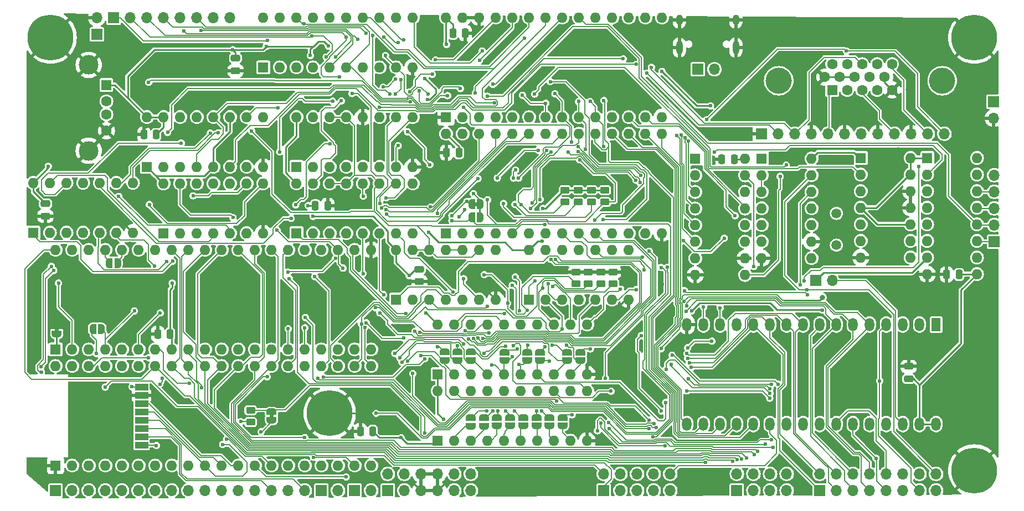
<source format=gbr>
%TF.GenerationSoftware,KiCad,Pcbnew,8.0.6*%
%TF.CreationDate,2025-06-27T07:10:50+02:00*%
%TF.ProjectId,6502,36353032-2e6b-4696-9361-645f70636258,1*%
%TF.SameCoordinates,Original*%
%TF.FileFunction,Copper,L2,Bot*%
%TF.FilePolarity,Positive*%
%FSLAX46Y46*%
G04 Gerber Fmt 4.6, Leading zero omitted, Abs format (unit mm)*
G04 Created by KiCad (PCBNEW 8.0.6) date 2025-06-27 07:10:50*
%MOMM*%
%LPD*%
G01*
G04 APERTURE LIST*
G04 Aperture macros list*
%AMRoundRect*
0 Rectangle with rounded corners*
0 $1 Rounding radius*
0 $2 $3 $4 $5 $6 $7 $8 $9 X,Y pos of 4 corners*
0 Add a 4 corners polygon primitive as box body*
4,1,4,$2,$3,$4,$5,$6,$7,$8,$9,$2,$3,0*
0 Add four circle primitives for the rounded corners*
1,1,$1+$1,$2,$3*
1,1,$1+$1,$4,$5*
1,1,$1+$1,$6,$7*
1,1,$1+$1,$8,$9*
0 Add four rect primitives between the rounded corners*
20,1,$1+$1,$2,$3,$4,$5,0*
20,1,$1+$1,$4,$5,$6,$7,0*
20,1,$1+$1,$6,$7,$8,$9,0*
20,1,$1+$1,$8,$9,$2,$3,0*%
%AMFreePoly0*
4,1,19,0.500000,-0.750000,0.000000,-0.750000,0.000000,-0.744911,-0.071157,-0.744911,-0.207708,-0.704816,-0.327430,-0.627875,-0.420627,-0.520320,-0.479746,-0.390866,-0.500000,-0.250000,-0.500000,0.250000,-0.479746,0.390866,-0.420627,0.520320,-0.327430,0.627875,-0.207708,0.704816,-0.071157,0.744911,0.000000,0.744911,0.000000,0.750000,0.500000,0.750000,0.500000,-0.750000,0.500000,-0.750000,
$1*%
%AMFreePoly1*
4,1,19,0.000000,0.744911,0.071157,0.744911,0.207708,0.704816,0.327430,0.627875,0.420627,0.520320,0.479746,0.390866,0.500000,0.250000,0.500000,-0.250000,0.479746,-0.390866,0.420627,-0.520320,0.327430,-0.627875,0.207708,-0.704816,0.071157,-0.744911,0.000000,-0.744911,0.000000,-0.750000,-0.500000,-0.750000,-0.500000,0.750000,0.000000,0.750000,0.000000,0.744911,0.000000,0.744911,
$1*%
G04 Aperture macros list end*
%TA.AperFunction,EtchedComponent*%
%ADD10C,0.000000*%
%TD*%
%TA.AperFunction,ComponentPad*%
%ADD11R,1.700000X1.700000*%
%TD*%
%TA.AperFunction,ComponentPad*%
%ADD12O,1.700000X1.700000*%
%TD*%
%TA.AperFunction,ComponentPad*%
%ADD13R,1.600000X1.600000*%
%TD*%
%TA.AperFunction,ComponentPad*%
%ADD14O,1.600000X1.600000*%
%TD*%
%TA.AperFunction,ComponentPad*%
%ADD15R,1.500000X1.600000*%
%TD*%
%TA.AperFunction,ComponentPad*%
%ADD16C,1.600000*%
%TD*%
%TA.AperFunction,ComponentPad*%
%ADD17C,3.000000*%
%TD*%
%TA.AperFunction,ComponentPad*%
%ADD18R,1.440000X2.000000*%
%TD*%
%TA.AperFunction,ComponentPad*%
%ADD19O,1.440000X2.000000*%
%TD*%
%TA.AperFunction,ComponentPad*%
%ADD20C,1.500000*%
%TD*%
%TA.AperFunction,ComponentPad*%
%ADD21O,1.000000X2.100000*%
%TD*%
%TA.AperFunction,ComponentPad*%
%ADD22O,1.000000X1.600000*%
%TD*%
%TA.AperFunction,ComponentPad*%
%ADD23C,4.000000*%
%TD*%
%TA.AperFunction,ComponentPad*%
%ADD24C,7.000000*%
%TD*%
%TA.AperFunction,SMDPad,CuDef*%
%ADD25RoundRect,0.250000X-0.450000X0.262500X-0.450000X-0.262500X0.450000X-0.262500X0.450000X0.262500X0*%
%TD*%
%TA.AperFunction,SMDPad,CuDef*%
%ADD26FreePoly0,90.000000*%
%TD*%
%TA.AperFunction,SMDPad,CuDef*%
%ADD27FreePoly1,90.000000*%
%TD*%
%TA.AperFunction,SMDPad,CuDef*%
%ADD28RoundRect,0.250000X0.250000X0.475000X-0.250000X0.475000X-0.250000X-0.475000X0.250000X-0.475000X0*%
%TD*%
%TA.AperFunction,SMDPad,CuDef*%
%ADD29RoundRect,0.250000X-0.475000X0.250000X-0.475000X-0.250000X0.475000X-0.250000X0.475000X0.250000X0*%
%TD*%
%TA.AperFunction,SMDPad,CuDef*%
%ADD30FreePoly0,180.000000*%
%TD*%
%TA.AperFunction,SMDPad,CuDef*%
%ADD31FreePoly1,180.000000*%
%TD*%
%TA.AperFunction,SMDPad,CuDef*%
%ADD32RoundRect,0.250000X0.450000X-0.262500X0.450000X0.262500X-0.450000X0.262500X-0.450000X-0.262500X0*%
%TD*%
%TA.AperFunction,SMDPad,CuDef*%
%ADD33RoundRect,0.250000X0.475000X-0.250000X0.475000X0.250000X-0.475000X0.250000X-0.475000X-0.250000X0*%
%TD*%
%TA.AperFunction,SMDPad,CuDef*%
%ADD34RoundRect,0.250000X-0.250000X-0.475000X0.250000X-0.475000X0.250000X0.475000X-0.250000X0.475000X0*%
%TD*%
%TA.AperFunction,SMDPad,CuDef*%
%ADD35R,2.000000X1.000000*%
%TD*%
%TA.AperFunction,SMDPad,CuDef*%
%ADD36FreePoly0,270.000000*%
%TD*%
%TA.AperFunction,SMDPad,CuDef*%
%ADD37FreePoly1,270.000000*%
%TD*%
%TA.AperFunction,SMDPad,CuDef*%
%ADD38FreePoly0,0.000000*%
%TD*%
%TA.AperFunction,SMDPad,CuDef*%
%ADD39FreePoly1,0.000000*%
%TD*%
%TA.AperFunction,ViaPad*%
%ADD40C,0.600000*%
%TD*%
%TA.AperFunction,ViaPad*%
%ADD41C,0.800000*%
%TD*%
%TA.AperFunction,Conductor*%
%ADD42C,0.130000*%
%TD*%
%TA.AperFunction,Conductor*%
%ADD43C,0.250000*%
%TD*%
%TA.AperFunction,Conductor*%
%ADD44C,0.254000*%
%TD*%
G04 APERTURE END LIST*
D10*
%TA.AperFunction,EtchedComponent*%
%TO.C,R26*%
G36*
X141850000Y-85850000D02*
G01*
X141350000Y-85850000D01*
X141350000Y-85250000D01*
X141850000Y-85250000D01*
X141850000Y-85850000D01*
G37*
%TD.AperFunction*%
%TA.AperFunction,EtchedComponent*%
%TO.C,R28*%
G36*
X77800000Y-105050000D02*
G01*
X77200000Y-105050000D01*
X77200000Y-104550000D01*
X77800000Y-104550000D01*
X77800000Y-105050000D01*
G37*
%TD.AperFunction*%
%TA.AperFunction,EtchedComponent*%
%TO.C,R48*%
G36*
X110637600Y-118234900D02*
G01*
X110037600Y-118234900D01*
X110037600Y-117734900D01*
X110637600Y-117734900D01*
X110637600Y-118234900D01*
G37*
%TD.AperFunction*%
%TD*%
D11*
%TO.P,J4,1,Pin_1*%
%TO.N,CB1*%
X123035923Y-129385923D03*
D12*
%TO.P,J4,2,Pin_2*%
%TO.N,CB2*%
X125575923Y-129385923D03*
%TD*%
D11*
%TO.P,J5,1,Pin_1*%
%TO.N,+5V*%
X193515923Y-97254923D03*
D12*
%TO.P,J5,2,Pin_2*%
%TO.N,Net-(J5-Pin_2)*%
X196055923Y-97254923D03*
%TD*%
D13*
%TO.P,U10,1,A->B*%
%TO.N,+5V*%
X135735923Y-121765923D03*
D14*
%TO.P,U10,2,A0*%
%TO.N,A0*%
X138275923Y-121765923D03*
%TO.P,U10,3,A1*%
%TO.N,A1*%
X140815923Y-121765923D03*
%TO.P,U10,4,A2*%
%TO.N,A2*%
X143355923Y-121765923D03*
%TO.P,U10,5,A3*%
%TO.N,A3*%
X145895923Y-121765923D03*
%TO.P,U10,6,A4*%
%TO.N,A4*%
X148435923Y-121765923D03*
%TO.P,U10,7,A5*%
%TO.N,A5*%
X150975923Y-121765923D03*
%TO.P,U10,8,A6*%
%TO.N,A6*%
X153515923Y-121765923D03*
%TO.P,U10,9,A7*%
%TO.N,A7*%
X156055923Y-121765923D03*
%TO.P,U10,10,GND*%
%TO.N,GND*%
X158595923Y-121765923D03*
%TO.P,U10,11,B7*%
%TO.N,C11*%
X158595923Y-114145923D03*
%TO.P,U10,12,B6*%
%TO.N,C10*%
X156055923Y-114145923D03*
%TO.P,U10,13,B5*%
%TO.N,C5*%
X153515923Y-114145923D03*
%TO.P,U10,14,B4*%
%TO.N,C4*%
X150975923Y-114145923D03*
%TO.P,U10,15,B3*%
%TO.N,C3*%
X148435923Y-114145923D03*
%TO.P,U10,16,B2*%
%TO.N,C2*%
X145895923Y-114145923D03*
%TO.P,U10,17,B1*%
%TO.N,C1*%
X143355923Y-114145923D03*
%TO.P,U10,18,B0*%
%TO.N,C0*%
X140815923Y-114145923D03*
%TO.P,U10,19,CE*%
%TO.N,\u00D81B*%
X138275923Y-114145923D03*
%TO.P,U10,20,VCC*%
%TO.N,+5V*%
X135735923Y-114145923D03*
%TD*%
D13*
%TO.P,U11,1,A->B*%
%TO.N,+5V*%
X135735923Y-111595923D03*
D14*
%TO.P,U11,2,A0*%
%TO.N,A8*%
X138275923Y-111595923D03*
%TO.P,U11,3,A1*%
%TO.N,A9*%
X140815923Y-111595923D03*
%TO.P,U11,4,A2*%
%TO.N,A10*%
X143355923Y-111595923D03*
%TO.P,U11,5,A3*%
%TO.N,A11*%
X145895923Y-111595923D03*
%TO.P,U11,6,A4*%
%TO.N,A12*%
X148435923Y-111595923D03*
%TO.P,U11,7,A5*%
%TO.N,A13*%
X150975923Y-111595923D03*
%TO.P,U11,8,A6*%
%TO.N,A14*%
X153515923Y-111595923D03*
%TO.P,U11,9,A7*%
%TO.N,A15*%
X156055923Y-111595923D03*
%TO.P,U11,10,GND*%
%TO.N,GND*%
X158595923Y-111595923D03*
%TO.P,U11,11,B7*%
%TO.N,Net-(U11-B7)*%
X158595923Y-103975923D03*
%TO.P,U11,12,B6*%
%TO.N,Net-(R27-B)*%
X156055923Y-103975923D03*
%TO.P,U11,13,B5*%
%TO.N,Net-(R26-B)*%
X153515923Y-103975923D03*
%TO.P,U11,14,B4*%
%TO.N,Net-(U11-B4)*%
X150975923Y-103975923D03*
%TO.P,U11,15,B3*%
%TO.N,Net-(U11-B3)*%
X148435923Y-103975923D03*
%TO.P,U11,16,B2*%
%TO.N,C14*%
X145895923Y-103975923D03*
%TO.P,U11,17,B1*%
%TO.N,C13*%
X143355923Y-103975923D03*
%TO.P,U11,18,B0*%
%TO.N,C12*%
X140815923Y-103975923D03*
%TO.P,U11,19,CE*%
%TO.N,\u00D81B*%
X138275923Y-103975923D03*
%TO.P,U11,20,VCC*%
%TO.N,+5V*%
X135735923Y-103975923D03*
%TD*%
D13*
%TO.P,U18,1,A15*%
%TO.N,GND*%
X137015923Y-72240923D03*
D14*
%TO.P,U18,2,A12*%
%TO.N,VB1*%
X139555923Y-72240923D03*
%TO.P,U18,3,A7*%
%TO.N,D7*%
X142095923Y-72240923D03*
%TO.P,U18,4,A6*%
%TO.N,D6*%
X144635923Y-72240923D03*
%TO.P,U18,5,A5*%
%TO.N,D5*%
X147175923Y-72240923D03*
%TO.P,U18,6,A4*%
%TO.N,D4*%
X149715923Y-72240923D03*
%TO.P,U18,7,A3*%
%TO.N,D3*%
X152255923Y-72240923D03*
%TO.P,U18,8,A2*%
%TO.N,D2*%
X154795923Y-72240923D03*
%TO.P,U18,9,A1*%
%TO.N,D1*%
X157335923Y-72240923D03*
%TO.P,U18,10,A0*%
%TO.N,D0*%
X159875923Y-72240923D03*
%TO.P,U18,11,D0*%
%TO.N,Net-(U18-D0)*%
X162415923Y-72240923D03*
%TO.P,U18,12,D1*%
%TO.N,Net-(U18-D1)*%
X164955923Y-72240923D03*
%TO.P,U18,13,D2*%
%TO.N,Net-(U18-D2)*%
X167495923Y-72240923D03*
%TO.P,U18,14,GND*%
%TO.N,GND*%
X170035923Y-72240923D03*
%TO.P,U18,15,D3*%
%TO.N,Net-(U18-D3)*%
X170035923Y-57000923D03*
%TO.P,U18,16,D4*%
%TO.N,Net-(U18-D4)*%
X167495923Y-57000923D03*
%TO.P,U18,17,D5*%
%TO.N,Net-(U18-D5)*%
X164955923Y-57000923D03*
%TO.P,U18,18,D6*%
%TO.N,Net-(U18-D6)*%
X162415923Y-57000923D03*
%TO.P,U18,19,D7*%
%TO.N,Net-(U18-D7)*%
X159875923Y-57000923D03*
%TO.P,U18,20,~{CE}*%
%TO.N,2Mhz*%
X157335923Y-57000923D03*
%TO.P,U18,21,A10*%
%TO.N,C9*%
X154795923Y-57000923D03*
%TO.P,U18,22,~{OE}*%
%TO.N,2Mhz*%
X152255923Y-57000923D03*
%TO.P,U18,23,A11*%
%TO.N,VB0*%
X149715923Y-57000923D03*
%TO.P,U18,24,A9*%
%TO.N,C8*%
X147175923Y-57000923D03*
%TO.P,U18,25,A8*%
%TO.N,C7*%
X144635923Y-57000923D03*
%TO.P,U18,26,A13*%
%TO.N,GND*%
X142095923Y-57000923D03*
%TO.P,U18,27,A14*%
X139555923Y-57000923D03*
%TO.P,U18,28,VCC*%
%TO.N,+5V*%
X137015923Y-57000923D03*
%TD*%
D13*
%TO.P,U3,1,VSS*%
%TO.N,GND*%
X77315923Y-125575923D03*
D14*
%TO.P,U3,2,PA0*%
%TO.N,Net-(J2-Pin_1)*%
X79855923Y-125575923D03*
%TO.P,U3,3,PA1*%
%TO.N,Net-(J2-Pin_2)*%
X82395923Y-125575923D03*
%TO.P,U3,4,PA2*%
%TO.N,Net-(J2-Pin_3)*%
X84935923Y-125575923D03*
%TO.P,U3,5,PA3*%
%TO.N,Net-(J2-Pin_4)*%
X87475923Y-125575923D03*
%TO.P,U3,6,PA4*%
%TO.N,Net-(J2-Pin_5)*%
X90015923Y-125575923D03*
%TO.P,U3,7,PA5*%
%TO.N,Net-(J2-Pin_6)*%
X92555923Y-125575923D03*
%TO.P,U3,8,PA6*%
%TO.N,Net-(J2-Pin_7)*%
X95095923Y-125575923D03*
%TO.P,U3,9,PA7*%
%TO.N,Net-(J2-Pin_8)*%
X97635923Y-125575923D03*
%TO.P,U3,10,PB0*%
%TO.N,SPI_CLK*%
X100175923Y-125575923D03*
%TO.P,U3,11,PB1*%
%TO.N,RF_CS*%
X102715923Y-125575923D03*
%TO.P,U3,12,PB2*%
%TO.N,RF_CE*%
X105255923Y-125575923D03*
%TO.P,U3,13,PB3*%
%TO.N,SDA_VGA*%
X107795923Y-125575923D03*
%TO.P,U3,14,PB4*%
%TO.N,Net-(J2-Pin_13)*%
X110335923Y-125575923D03*
%TO.P,U3,15,PB5*%
%TO.N,MISO*%
X112875923Y-125575923D03*
%TO.P,U3,16,PB6*%
%TO.N,PB6*%
X115415923Y-125575923D03*
%TO.P,U3,17,PB7*%
%TO.N,MOSI*%
X117955923Y-125575923D03*
%TO.P,U3,18,CB1*%
%TO.N,CB1*%
X120495923Y-125575923D03*
%TO.P,U3,19,CB2*%
%TO.N,CB2*%
X123035923Y-125575923D03*
%TO.P,U3,20,VCC*%
%TO.N,+5V*%
X125575923Y-125575923D03*
%TO.P,U3,21,~{IRQ}*%
%TO.N,~{IRQ}*%
X125575923Y-110335923D03*
%TO.P,U3,22,R/~{W}*%
%TO.N,~{RW}*%
X123035923Y-110335923D03*
%TO.P,U3,23,~{CS2}*%
%TO.N,~{IO_SEL}*%
X120495923Y-110335923D03*
%TO.P,U3,24,CS1*%
%TO.N,VIACS1*%
X117955923Y-110335923D03*
%TO.P,U3,25,\u00D82*%
%TO.N,\u00D82*%
X115415923Y-110335923D03*
%TO.P,U3,26,D7*%
%TO.N,D7*%
X112875923Y-110335923D03*
%TO.P,U3,27,D6*%
%TO.N,D6*%
X110335923Y-110335923D03*
%TO.P,U3,28,D5*%
%TO.N,D5*%
X107795923Y-110335923D03*
%TO.P,U3,29,D4*%
%TO.N,D4*%
X105255923Y-110335923D03*
%TO.P,U3,30,D3*%
%TO.N,D3*%
X102715923Y-110335923D03*
%TO.P,U3,31,D2*%
%TO.N,D2*%
X100175923Y-110335923D03*
%TO.P,U3,32,D1*%
%TO.N,D1*%
X97635923Y-110335923D03*
%TO.P,U3,33,D0*%
%TO.N,D0*%
X95095923Y-110335923D03*
%TO.P,U3,34,~{RES}*%
%TO.N,~{RES}*%
X92555923Y-110335923D03*
%TO.P,U3,35,RS3*%
%TO.N,A3*%
X90015923Y-110335923D03*
%TO.P,U3,36,RS2*%
%TO.N,A2*%
X87475923Y-110335923D03*
%TO.P,U3,37,RS1*%
%TO.N,A1*%
X84935923Y-110335923D03*
%TO.P,U3,38,RS0*%
%TO.N,A0*%
X82395923Y-110335923D03*
%TO.P,U3,39,CA2*%
%TO.N,Net-(J3-Pin_2)*%
X79855923Y-110335923D03*
%TO.P,U3,40,CA1*%
%TO.N,Net-(J3-Pin_1)*%
X77315923Y-110335923D03*
%TD*%
D11*
%TO.P,J3,1,Pin_1*%
%TO.N,Net-(J3-Pin_1)*%
X117955923Y-129385923D03*
D12*
%TO.P,J3,2,Pin_2*%
%TO.N,Net-(J3-Pin_2)*%
X120495923Y-129385923D03*
%TD*%
D13*
%TO.P,U2,1,VSS*%
%TO.N,Net-(R28-B)*%
X77315923Y-107795923D03*
D14*
%TO.P,U2,2,RDY*%
%TO.N,RDY*%
X79855923Y-107795923D03*
%TO.P,U2,3,\u00D81*%
%TO.N,\u00D81*%
X82395923Y-107795923D03*
%TO.P,U2,4,~{IRQ}*%
%TO.N,~{IRQ}*%
X84935923Y-107795923D03*
%TO.P,U2,5,NC*%
%TO.N,unconnected-(U2-NC-Pad5)*%
X87475923Y-107795923D03*
%TO.P,U2,6,~{NMI}*%
%TO.N,~{NMI}*%
X90015923Y-107795923D03*
%TO.P,U2,7,SYNC*%
%TO.N,SYNC*%
X92555923Y-107795923D03*
%TO.P,U2,8,VCC*%
%TO.N,+5V*%
X95095923Y-107795923D03*
%TO.P,U2,9,A0*%
%TO.N,A0*%
X97635923Y-107795923D03*
%TO.P,U2,10,A1*%
%TO.N,A1*%
X100175923Y-107795923D03*
%TO.P,U2,11,A2*%
%TO.N,A2*%
X102715923Y-107795923D03*
%TO.P,U2,12,A3*%
%TO.N,A3*%
X105255923Y-107795923D03*
%TO.P,U2,13,A4*%
%TO.N,A4*%
X107795923Y-107795923D03*
%TO.P,U2,14,A5*%
%TO.N,A5*%
X110335923Y-107795923D03*
%TO.P,U2,15,A6*%
%TO.N,A6*%
X112875923Y-107795923D03*
%TO.P,U2,16,A7*%
%TO.N,A7*%
X115415923Y-107795923D03*
%TO.P,U2,17,A8*%
%TO.N,A8*%
X117955923Y-107795923D03*
%TO.P,U2,18,A9*%
%TO.N,A9*%
X120495923Y-107795923D03*
%TO.P,U2,19,A10*%
%TO.N,A10*%
X123035923Y-107795923D03*
%TO.P,U2,20,A11*%
%TO.N,A11*%
X125575923Y-107795923D03*
%TO.P,U2,21,VSS*%
%TO.N,GND*%
X125575923Y-92555923D03*
%TO.P,U2,22,A12*%
%TO.N,A12*%
X123035923Y-92555923D03*
%TO.P,U2,23,A13*%
%TO.N,A13*%
X120495923Y-92555923D03*
%TO.P,U2,24,A14*%
%TO.N,A14*%
X117955923Y-92555923D03*
%TO.P,U2,25,A15*%
%TO.N,A15*%
X115415923Y-92555923D03*
%TO.P,U2,26,D7*%
%TO.N,D7*%
X112875923Y-92555923D03*
%TO.P,U2,27,D6*%
%TO.N,D6*%
X110335923Y-92555923D03*
%TO.P,U2,28,D5*%
%TO.N,D5*%
X107795923Y-92555923D03*
%TO.P,U2,29,D4*%
%TO.N,D4*%
X105255923Y-92555923D03*
%TO.P,U2,30,D3*%
%TO.N,D3*%
X102715923Y-92555923D03*
%TO.P,U2,31,D2*%
%TO.N,D2*%
X100175923Y-92555923D03*
%TO.P,U2,32,D1*%
%TO.N,D1*%
X97635923Y-92555923D03*
%TO.P,U2,33,D0*%
%TO.N,D0*%
X95095923Y-92555923D03*
%TO.P,U2,34,R/~{W}*%
%TO.N,~{RW}*%
X92555923Y-92555923D03*
%TO.P,U2,35,NC*%
%TO.N,unconnected-(U2-NC-Pad35)*%
X90015923Y-92555923D03*
%TO.P,U2,36,NC/BE*%
%TO.N,Net-(U2-NC{slash}BE)*%
X87475923Y-92555923D03*
%TO.P,U2,37,\u00D80*%
%TO.N,2Mhz*%
X84935923Y-92555923D03*
%TO.P,U2,38,~{SO}*%
%TO.N,unconnected-(U2-~{SO}-Pad38)*%
X82395923Y-92555923D03*
%TO.P,U2,39,\u00D82*%
%TO.N,\u00D82*%
X79855923Y-92555923D03*
%TO.P,U2,40,~{RES}*%
%TO.N,~{RES}*%
X77315923Y-92555923D03*
%TD*%
D13*
%TO.P,U16,1,A14*%
%TO.N,Net-(R27-B)*%
X137015923Y-90020923D03*
D14*
%TO.P,U16,2,A12*%
%TO.N,Net-(U11-B4)*%
X139555923Y-90020923D03*
%TO.P,U16,3,A7*%
%TO.N,C11*%
X142095923Y-90020923D03*
%TO.P,U16,4,A6*%
%TO.N,C10*%
X144635923Y-90020923D03*
%TO.P,U16,5,A5*%
%TO.N,C5*%
X147175923Y-90020923D03*
%TO.P,U16,6,A4*%
%TO.N,C4*%
X149715923Y-90020923D03*
%TO.P,U16,7,A3*%
%TO.N,C3*%
X152255923Y-90020923D03*
%TO.P,U16,8,A2*%
%TO.N,C2*%
X154795923Y-90020923D03*
%TO.P,U16,9,A1*%
%TO.N,C1*%
X157335923Y-90020923D03*
%TO.P,U16,10,A0*%
%TO.N,C0*%
X159875923Y-90020923D03*
%TO.P,U16,11,DQ0*%
%TO.N,D0*%
X162415923Y-90020923D03*
%TO.P,U16,12,DQ1*%
%TO.N,D1*%
X164955923Y-90020923D03*
%TO.P,U16,13,DQ2*%
%TO.N,D2*%
X167495923Y-90020923D03*
%TO.P,U16,14,VSS*%
%TO.N,GND*%
X170035923Y-90020923D03*
%TO.P,U16,15,DQ3*%
%TO.N,D3*%
X170035923Y-74780923D03*
%TO.P,U16,16,DQ4*%
%TO.N,D4*%
X167495923Y-74780923D03*
%TO.P,U16,17,DQ5*%
%TO.N,D5*%
X164955923Y-74780923D03*
%TO.P,U16,18,DQ6*%
%TO.N,D6*%
X162415923Y-74780923D03*
%TO.P,U16,19,DQ7*%
%TO.N,D7*%
X159875923Y-74780923D03*
%TO.P,U16,20,~{CE}*%
%TO.N,Net-(U11-B7)*%
X157335923Y-74780923D03*
%TO.P,U16,21,A10*%
%TO.N,C14*%
X154795923Y-74780923D03*
%TO.P,U16,22,~{OE}*%
%TO.N,Net-(U16-~{OE})*%
X152255923Y-74780923D03*
%TO.P,U16,23,A11*%
%TO.N,Net-(U11-B3)*%
X149715923Y-74780923D03*
%TO.P,U16,24,A9*%
%TO.N,C13*%
X147175923Y-74780923D03*
%TO.P,U16,25,A8*%
%TO.N,C12*%
X144635923Y-74780923D03*
%TO.P,U16,26,A13*%
%TO.N,Net-(R26-B)*%
X142095923Y-74780923D03*
%TO.P,U16,27,~{WE}*%
%TO.N,Net-(U16-~{WE})*%
X139555923Y-74780923D03*
%TO.P,U16,28,VDD*%
%TO.N,+5V*%
X137015923Y-74780923D03*
%TD*%
D13*
%TO.P,U4,1,~{Mr}*%
%TO.N,~{RES}*%
X109065923Y-64615923D03*
D14*
%TO.P,U4,2,Q0*%
%TO.N,VEN*%
X111605923Y-64615923D03*
%TO.P,U4,3,D0*%
%TO.N,D0*%
X114145923Y-64615923D03*
%TO.P,U4,4,D1*%
%TO.N,D1*%
X116685923Y-64615923D03*
%TO.P,U4,5,Q1*%
%TO.N,VB0*%
X119225923Y-64615923D03*
%TO.P,U4,6,Q2*%
%TO.N,VB1*%
X121765923Y-64615923D03*
%TO.P,U4,7,D2*%
%TO.N,D2*%
X124305923Y-64615923D03*
%TO.P,U4,8,D3*%
%TO.N,D3*%
X126845923Y-64615923D03*
%TO.P,U4,9,Q3*%
%TO.N,CTRL3*%
X129385923Y-64615923D03*
%TO.P,U4,10,GND*%
%TO.N,GND*%
X131925923Y-64615923D03*
%TO.P,U4,11,Cp*%
%TO.N,Net-(U4-Cp)*%
X131925923Y-56995923D03*
%TO.P,U4,12,Q4*%
%TO.N,CTRL4*%
X129385923Y-56995923D03*
%TO.P,U4,13,D4*%
%TO.N,D4*%
X126845923Y-56995923D03*
%TO.P,U4,14,D5*%
%TO.N,D5*%
X124305923Y-56995923D03*
%TO.P,U4,15,Q5*%
%TO.N,CTRL5*%
X121765923Y-56995923D03*
%TO.P,U4,16,Q6*%
%TO.N,CTRL6*%
X119225923Y-56995923D03*
%TO.P,U4,17,D6*%
%TO.N,D6*%
X116685923Y-56995923D03*
%TO.P,U4,18,D7*%
%TO.N,D7*%
X114145923Y-56995923D03*
%TO.P,U4,19,Q7*%
%TO.N,CTRL7*%
X111605923Y-56995923D03*
%TO.P,U4,20,VCC*%
%TO.N,+5V*%
X109065923Y-56995923D03*
%TD*%
D11*
%TO.P,J2,1,Pin_1*%
%TO.N,Net-(J2-Pin_1)*%
X77315923Y-129385923D03*
D12*
%TO.P,J2,2,Pin_2*%
%TO.N,Net-(J2-Pin_2)*%
X79855923Y-129385923D03*
%TO.P,J2,3,Pin_3*%
%TO.N,Net-(J2-Pin_3)*%
X82395923Y-129385923D03*
%TO.P,J2,4,Pin_4*%
%TO.N,Net-(J2-Pin_4)*%
X84935923Y-129385923D03*
%TO.P,J2,5,Pin_5*%
%TO.N,Net-(J2-Pin_5)*%
X87475923Y-129385923D03*
%TO.P,J2,6,Pin_6*%
%TO.N,Net-(J2-Pin_6)*%
X90015923Y-129385923D03*
%TO.P,J2,7,Pin_7*%
%TO.N,Net-(J2-Pin_7)*%
X92555923Y-129385923D03*
%TO.P,J2,8,Pin_8*%
%TO.N,Net-(J2-Pin_8)*%
X95095923Y-129385923D03*
%TO.P,J2,9,Pin_9*%
%TO.N,SPI_CLK*%
X97635923Y-129385923D03*
%TO.P,J2,10,Pin_10*%
%TO.N,RF_CS*%
X100175923Y-129385923D03*
%TO.P,J2,11,Pin_11*%
%TO.N,RF_CE*%
X102715923Y-129385923D03*
%TO.P,J2,12,Pin_12*%
%TO.N,SDA_VGA*%
X105255923Y-129385923D03*
%TO.P,J2,13,Pin_13*%
%TO.N,Net-(J2-Pin_13)*%
X107795923Y-129385923D03*
%TO.P,J2,14,Pin_14*%
%TO.N,MISO*%
X110335923Y-129385923D03*
%TO.P,J2,15,Pin_15*%
%TO.N,PB6*%
X112875923Y-129385923D03*
%TO.P,J2,16,Pin_16*%
%TO.N,MOSI*%
X115415923Y-129385923D03*
%TD*%
D11*
%TO.P,J14,1,Pin_1*%
%TO.N,+5V*%
X128115923Y-129385923D03*
D12*
%TO.P,J14,2,Pin_2*%
X128115923Y-126845923D03*
%TO.P,J14,3,Pin_3*%
X130655923Y-129385923D03*
%TO.P,J14,4,Pin_4*%
X130655923Y-126845923D03*
%TO.P,J14,5,Pin_5*%
%TO.N,GND*%
X133195923Y-129385923D03*
%TO.P,J14,6,Pin_6*%
X133195923Y-126845923D03*
%TO.P,J14,7,Pin_7*%
X135735923Y-129385923D03*
%TO.P,J14,8,Pin_8*%
X135735923Y-126845923D03*
%TO.P,J14,9,Pin_9*%
%TO.N,+3V3*%
X138275923Y-129385923D03*
%TO.P,J14,10,Pin_10*%
X138275923Y-126845923D03*
%TO.P,J14,11,Pin_11*%
X140815923Y-129385923D03*
%TO.P,J14,12,Pin_12*%
X140815923Y-126845923D03*
%TD*%
D15*
%TO.P,J17,1,VBUS*%
%TO.N,+5V*%
X85090000Y-67310000D03*
D16*
%TO.P,J17,2,D-*%
%TO.N,CB2*%
X85090000Y-69810000D03*
%TO.P,J17,3,D+*%
%TO.N,PB6*%
X85090000Y-71810000D03*
%TO.P,J17,4,GND*%
%TO.N,GND*%
X85090000Y-74310000D03*
D17*
%TO.P,J17,5,Shield*%
X82380000Y-64240000D03*
X82380000Y-77380000D03*
%TD*%
D18*
%TO.P,U5,1,NC*%
%TO.N,unconnected-(U5-NC-Pad1)*%
X211935923Y-103985923D03*
D19*
%TO.P,U5,2,A16*%
%TO.N,Net-(U5-A16)*%
X209395923Y-103985923D03*
%TO.P,U5,3,A15*%
%TO.N,Net-(U5-A15)*%
X206855923Y-103985923D03*
%TO.P,U5,4,A12*%
%TO.N,A12*%
X204315923Y-103985923D03*
%TO.P,U5,5,A7*%
%TO.N,A7*%
X201775923Y-103985923D03*
%TO.P,U5,6,A6*%
%TO.N,A6*%
X199235923Y-103985923D03*
%TO.P,U5,7,A5*%
%TO.N,A5*%
X196695923Y-103985923D03*
%TO.P,U5,8,A4*%
%TO.N,A4*%
X194155923Y-103985923D03*
%TO.P,U5,9,A3*%
%TO.N,A3*%
X191615923Y-103985923D03*
%TO.P,U5,10,A2*%
%TO.N,A2*%
X189075923Y-103985923D03*
%TO.P,U5,11,A1*%
%TO.N,A1*%
X186535923Y-103985923D03*
%TO.P,U5,12,A0*%
%TO.N,A0*%
X183995923Y-103985923D03*
%TO.P,U5,13,D0*%
%TO.N,D0*%
X181455923Y-103985923D03*
%TO.P,U5,14,D1*%
%TO.N,D1*%
X178915923Y-103985923D03*
%TO.P,U5,15,D2*%
%TO.N,D2*%
X176375923Y-103985923D03*
%TO.P,U5,16,GND*%
%TO.N,GND*%
X173835923Y-103985923D03*
%TO.P,U5,17,D3*%
%TO.N,D3*%
X173835923Y-119225923D03*
%TO.P,U5,18,D4*%
%TO.N,D4*%
X176375923Y-119225923D03*
%TO.P,U5,19,D5*%
%TO.N,D5*%
X178915923Y-119225923D03*
%TO.P,U5,20,D6*%
%TO.N,D6*%
X181455923Y-119225923D03*
%TO.P,U5,21,D7*%
%TO.N,D7*%
X183995923Y-119225923D03*
%TO.P,U5,22,CE*%
%TO.N,~{ROM_SEL}*%
X186535923Y-119225923D03*
%TO.P,U5,23,A10*%
%TO.N,A10*%
X189075923Y-119225923D03*
%TO.P,U5,24,OE*%
%TO.N,\u00D81B*%
X191615923Y-119225923D03*
%TO.P,U5,25,A11*%
%TO.N,A11*%
X194155923Y-119225923D03*
%TO.P,U5,26,A9*%
%TO.N,A9*%
X196695923Y-119225923D03*
%TO.P,U5,27,A8*%
%TO.N,A8*%
X199235923Y-119225923D03*
%TO.P,U5,28,A13*%
%TO.N,A13*%
X201775923Y-119225923D03*
%TO.P,U5,29,A14*%
%TO.N,A14*%
X204315923Y-119225923D03*
%TO.P,U5,30,NC*%
%TO.N,Net-(J5-Pin_2)*%
X206855923Y-119225923D03*
%TO.P,U5,31,PGM*%
%TO.N,+5V*%
X209395923Y-119225923D03*
%TO.P,U5,32,VCC*%
X211935923Y-119225923D03*
%TD*%
D13*
%TO.P,U8,1*%
%TO.N,\u00D81B*%
X149700923Y-100165923D03*
D14*
%TO.P,U8,2*%
%TO.N,~{RW}*%
X152240923Y-100165923D03*
%TO.P,U8,3*%
%TO.N,Net-(U16-~{WE})*%
X154780923Y-100165923D03*
%TO.P,U8,4*%
%TO.N,~{IO_SEL}*%
X157320923Y-100165923D03*
%TO.P,U8,5*%
%TO.N,Net-(U21-Pad6)*%
X159860923Y-100165923D03*
%TO.P,U8,6*%
%TO.N,Net-(U4-Cp)*%
X162400923Y-100165923D03*
%TO.P,U8,7,GND*%
%TO.N,GND*%
X164940923Y-100165923D03*
%TO.P,U8,8*%
%TO.N,Net-(U12B-~{K})*%
X164940923Y-92545923D03*
%TO.P,U8,9*%
%TO.N,Net-(U8-Pad11)*%
X162400923Y-92545923D03*
%TO.P,U8,10*%
%TO.N,C5*%
X159860923Y-92545923D03*
%TO.P,U8,11*%
%TO.N,Net-(U8-Pad11)*%
X157320923Y-92545923D03*
%TO.P,U8,12*%
%TO.N,C3*%
X154780923Y-92545923D03*
%TO.P,U8,13*%
%TO.N,C4*%
X152240923Y-92545923D03*
%TO.P,U8,14,VCC*%
%TO.N,+5V*%
X149700923Y-92545923D03*
%TD*%
D13*
%TO.P,U1,1*%
%TO.N,~{RW}*%
X93820923Y-90005923D03*
D14*
%TO.P,U1,2*%
%TO.N,Net-(U1-Pad2)*%
X96360923Y-90005923D03*
%TO.P,U1,3*%
%TO.N,A12*%
X98900923Y-90005923D03*
%TO.P,U1,4*%
%TO.N,Net-(U1-Pad4)*%
X101440923Y-90005923D03*
%TO.P,U1,5*%
%TO.N,Net-(U1-Pad5)*%
X103980923Y-90005923D03*
%TO.P,U1,6*%
%TO.N,VIACS1*%
X106520923Y-90005923D03*
%TO.P,U1,7,GND*%
%TO.N,GND*%
X109060923Y-90005923D03*
%TO.P,U1,8*%
%TO.N,Net-(U1-Pad8)*%
X109060923Y-82385923D03*
%TO.P,U1,9*%
%TO.N,Net-(U1-Pad9)*%
X106520923Y-82385923D03*
%TO.P,U1,10*%
%TO.N,Net-(C21-Pad2)*%
X103980923Y-82385923D03*
%TO.P,U1,11*%
%TO.N,Net-(C20-Pad1)*%
X101440923Y-82385923D03*
%TO.P,U1,12*%
%TO.N,~{RES}*%
X98900923Y-82385923D03*
%TO.P,U1,13*%
%TO.N,Net-(C21-Pad1)*%
X96360923Y-82385923D03*
%TO.P,U1,14,VCC*%
%TO.N,+5V*%
X93820923Y-82385923D03*
%TD*%
D13*
%TO.P,U6,1,Q1*%
%TO.N,C1*%
X114160923Y-79845923D03*
D14*
%TO.P,U6,2,Q2*%
%TO.N,C2*%
X116700923Y-79845923D03*
%TO.P,U6,3,Q3*%
%TO.N,C3*%
X119240923Y-79845923D03*
%TO.P,U6,4,Q4*%
%TO.N,C4*%
X121780923Y-79845923D03*
%TO.P,U6,5,Q5*%
%TO.N,C5*%
X124320923Y-79845923D03*
%TO.P,U6,6,Q6*%
%TO.N,unconnected-(U6-Q6-Pad6)*%
X126860923Y-79845923D03*
%TO.P,U6,7,Q7*%
%TO.N,C7*%
X129400923Y-79845923D03*
%TO.P,U6,8,GND*%
%TO.N,GND*%
X131940923Y-79845923D03*
%TO.P,U6,9,~{RCO}*%
%TO.N,Net-(U6-~{RCO})*%
X131940923Y-72225923D03*
%TO.P,U6,10,~{MRC}*%
%TO.N,~{VCRST}*%
X129400923Y-72225923D03*
%TO.P,U6,11,CPC*%
%TO.N,2Mhz*%
X126860923Y-72225923D03*
%TO.P,U6,12,~{CE}*%
%TO.N,GND*%
X124320923Y-72225923D03*
%TO.P,U6,13,CPR*%
%TO.N,2Mhz*%
X121780923Y-72225923D03*
%TO.P,U6,14,~{OE}*%
X119240923Y-72225923D03*
%TO.P,U6,15,Q0*%
%TO.N,C0*%
X116700923Y-72225923D03*
%TO.P,U6,16,VCC*%
%TO.N,+5V*%
X114160923Y-72225923D03*
%TD*%
D13*
%TO.P,U7,1,Q1*%
%TO.N,C9*%
X114160923Y-90005923D03*
D14*
%TO.P,U7,2,Q2*%
%TO.N,C10*%
X116700923Y-90005923D03*
%TO.P,U7,3,Q3*%
%TO.N,C11*%
X119240923Y-90005923D03*
%TO.P,U7,4,Q4*%
%TO.N,C12*%
X121780923Y-90005923D03*
%TO.P,U7,5,Q5*%
%TO.N,C13*%
X124320923Y-90005923D03*
%TO.P,U7,6,Q6*%
%TO.N,C14*%
X126860923Y-90005923D03*
%TO.P,U7,7,Q7*%
%TO.N,C15*%
X129400923Y-90005923D03*
%TO.P,U7,8,GND*%
%TO.N,GND*%
X131940923Y-90005923D03*
%TO.P,U7,9,~{RCO}*%
%TO.N,unconnected-(U7-~{RCO}-Pad9)*%
X131940923Y-82385923D03*
%TO.P,U7,10,~{MRC}*%
%TO.N,~{VCRST}*%
X129400923Y-82385923D03*
%TO.P,U7,11,CPC*%
%TO.N,2Mhz*%
X126860923Y-82385923D03*
%TO.P,U7,12,~{CE}*%
%TO.N,Net-(U6-~{RCO})*%
X124320923Y-82385923D03*
%TO.P,U7,13,CPR*%
%TO.N,2Mhz*%
X121780923Y-82385923D03*
%TO.P,U7,14,~{OE}*%
X119240923Y-82385923D03*
%TO.P,U7,15,Q0*%
%TO.N,C8*%
X116700923Y-82385923D03*
%TO.P,U7,16,VCC*%
%TO.N,+5V*%
X114160923Y-82385923D03*
%TD*%
D11*
%TO.P,J12,1,Pin_1*%
%TO.N,CTRL7*%
X86205923Y-56995923D03*
D12*
%TO.P,J12,2,Pin_2*%
%TO.N,CTRL6*%
X88745923Y-56995923D03*
%TO.P,J12,3,Pin_3*%
%TO.N,CTRL5*%
X91285923Y-56995923D03*
%TO.P,J12,4,Pin_4*%
%TO.N,CTRL4*%
X93825923Y-56995923D03*
%TO.P,J12,5,Pin_5*%
%TO.N,CTRL3*%
X96365923Y-56995923D03*
%TO.P,J12,6,Pin_6*%
%TO.N,VB1*%
X98905923Y-56995923D03*
%TO.P,J12,7,Pin_7*%
%TO.N,VB0*%
X101445923Y-56995923D03*
%TO.P,J12,8,Pin_8*%
%TO.N,VEN*%
X103985923Y-56995923D03*
%TD*%
D13*
%TO.P,U19,1,~{MR}*%
%TO.N,+5V*%
X210566000Y-78486000D03*
D14*
%TO.P,U19,2,CP*%
%TO.N,16Mhz*%
X210566000Y-81026000D03*
%TO.P,U19,3,D0*%
%TO.N,unconnected-(U19-D0-Pad3)*%
X210566000Y-83566000D03*
%TO.P,U19,4,D1*%
%TO.N,unconnected-(U19-D1-Pad4)*%
X210566000Y-86106000D03*
%TO.P,U19,5,D2*%
%TO.N,unconnected-(U19-D2-Pad5)*%
X210566000Y-88646000D03*
%TO.P,U19,6,D3*%
%TO.N,unconnected-(U19-D3-Pad6)*%
X210566000Y-91186000D03*
%TO.P,U19,7,CEP*%
%TO.N,+5V*%
X210566000Y-93726000D03*
%TO.P,U19,8,GND*%
%TO.N,GND*%
X210566000Y-96266000D03*
%TO.P,U19,9,~{PE}*%
%TO.N,+5V*%
X218186000Y-96266000D03*
%TO.P,U19,10,CET*%
X218186000Y-93726000D03*
%TO.P,U19,11,Q3*%
%TO.N,1Mhz*%
X218186000Y-91186000D03*
%TO.P,U19,12,Q2*%
%TO.N,2Mhz*%
X218186000Y-88646000D03*
%TO.P,U19,13,Q1*%
%TO.N,4Mhz*%
X218186000Y-86106000D03*
%TO.P,U19,14,Q0*%
%TO.N,8Mhz*%
X218186000Y-83566000D03*
%TO.P,U19,15,TC*%
%TO.N,unconnected-(U19-TC-Pad15)*%
X218186000Y-81026000D03*
%TO.P,U19,16,VCC*%
%TO.N,+5V*%
X218186000Y-78486000D03*
%TD*%
D11*
%TO.P,J11,1,Pin_1*%
%TO.N,1Mhz*%
X220825923Y-91285923D03*
D12*
%TO.P,J11,2,Pin_2*%
%TO.N,2Mhz*%
X220825923Y-88745923D03*
%TO.P,J11,3,Pin_3*%
%TO.N,4Mhz*%
X220825923Y-86205923D03*
%TO.P,J11,4,Pin_4*%
%TO.N,8Mhz*%
X220825923Y-83665923D03*
%TO.P,J11,5,Pin_5*%
%TO.N,16Mhz*%
X220825923Y-81125923D03*
%TD*%
D13*
%TO.P,U17,1*%
%TO.N,~{ROM_SEL}*%
X129380923Y-100165923D03*
D14*
%TO.P,U17,2*%
%TO.N,A14*%
X131920923Y-100165923D03*
%TO.P,U17,3*%
%TO.N,~{IO_SEL}*%
X134460923Y-100165923D03*
%TO.P,U17,4*%
%TO.N,C9*%
X137000923Y-100165923D03*
%TO.P,U17,5*%
%TO.N,C15*%
X139540923Y-100165923D03*
%TO.P,U17,6*%
%TO.N,~{VCRST}*%
X142080923Y-100165923D03*
%TO.P,U17,7,GND*%
%TO.N,GND*%
X144620923Y-100165923D03*
%TO.P,U17,8*%
%TO.N,Net-(U20-~{PL})*%
X144620923Y-92545923D03*
%TO.P,U17,9*%
%TO.N,2Mhz*%
X142080923Y-92545923D03*
%TO.P,U17,10*%
%TO.N,\u00D81B*%
X139540923Y-92545923D03*
%TO.P,U17,11*%
X137000923Y-92545923D03*
%TO.P,U17,12*%
%TO.N,2Mhz*%
X134460923Y-92545923D03*
%TO.P,U17,13*%
X131920923Y-92545923D03*
%TO.P,U17,14,VCC*%
%TO.N,+5V*%
X129380923Y-92545923D03*
%TD*%
D13*
%TO.P,U14,1*%
%TO.N,Net-(C1-Pad1)*%
X185275923Y-78580923D03*
D14*
%TO.P,U14,2*%
%TO.N,Net-(R5-Pad1)*%
X185275923Y-81120923D03*
%TO.P,U14,3*%
X185275923Y-83660923D03*
%TO.P,U14,4*%
%TO.N,16Mhz*%
X185275923Y-86200923D03*
%TO.P,U14,5*%
%TO.N,Net-(U14-Pad5)*%
X185275923Y-88740923D03*
%TO.P,U14,6*%
%TO.N,Net-(U16-~{OE})*%
X185275923Y-91280923D03*
%TO.P,U14,7,GND*%
%TO.N,GND*%
X185275923Y-93820923D03*
%TO.P,U14,8*%
%TO.N,unconnected-(U14-Pad8)*%
X192895923Y-93820923D03*
%TO.P,U14,9*%
%TO.N,GND*%
X192895923Y-91280923D03*
%TO.P,U14,10*%
%TO.N,Net-(U20-~{CE})*%
X192895923Y-88740923D03*
%TO.P,U14,11*%
%TO.N,VEN*%
X192895923Y-86200923D03*
%TO.P,U14,12*%
%TO.N,~{ROM_SEL}*%
X192895923Y-83660923D03*
%TO.P,U14,13*%
%TO.N,A15*%
X192895923Y-81120923D03*
%TO.P,U14,14,VCC*%
%TO.N,+5V*%
X192895923Y-78580923D03*
%TD*%
D20*
%TO.P,Y1,1,1*%
%TO.N,Net-(C1-Pad1)*%
X196700000Y-86950000D03*
%TO.P,Y1,2,2*%
%TO.N,Net-(C2-Pad1)*%
X196700000Y-91830000D03*
%TD*%
D13*
%TO.P,U20,1,~{PL}*%
%TO.N,Net-(U20-~{PL})*%
X175115923Y-78600923D03*
D14*
%TO.P,U20,2,CP*%
%TO.N,16Mhz*%
X175115923Y-81140923D03*
%TO.P,U20,3,D4*%
%TO.N,Net-(U18-D4)*%
X175115923Y-83680923D03*
%TO.P,U20,4,D5*%
%TO.N,Net-(U18-D5)*%
X175115923Y-86220923D03*
%TO.P,U20,5,D6*%
%TO.N,Net-(U18-D6)*%
X175115923Y-88760923D03*
%TO.P,U20,6,D7*%
%TO.N,Net-(U18-D7)*%
X175115923Y-91300923D03*
%TO.P,U20,7,~{Q7}*%
%TO.N,unconnected-(U20-~{Q7}-Pad7)*%
X175115923Y-93840923D03*
%TO.P,U20,8,GND*%
%TO.N,GND*%
X175115923Y-96380923D03*
%TO.P,U20,9,Q7*%
%TO.N,Net-(U20-Q7)*%
X182735923Y-96380923D03*
%TO.P,U20,10,DS*%
%TO.N,GND*%
X182735923Y-93840923D03*
%TO.P,U20,11,D0*%
%TO.N,Net-(U18-D0)*%
X182735923Y-91300923D03*
%TO.P,U20,12,D1*%
%TO.N,Net-(U18-D1)*%
X182735923Y-88760923D03*
%TO.P,U20,13,D2*%
%TO.N,Net-(U18-D2)*%
X182735923Y-86220923D03*
%TO.P,U20,14,D3*%
%TO.N,Net-(U18-D3)*%
X182735923Y-83680923D03*
%TO.P,U20,15,~{CE}*%
%TO.N,Net-(U20-~{CE})*%
X182735923Y-81140923D03*
%TO.P,U20,16,VCC*%
%TO.N,+5V*%
X182735923Y-78600923D03*
%TD*%
D21*
%TO.P,J9,S1,SHIELD*%
%TO.N,GND*%
X181320000Y-61565000D03*
D22*
X181320000Y-57385000D03*
D21*
X172680000Y-61565000D03*
D22*
X172680000Y-57385000D03*
%TD*%
D11*
%TO.P,J7,1,Pin_1*%
%TO.N,GND*%
X185265923Y-74775923D03*
D12*
%TO.P,J7,2,Pin_2*%
%TO.N,VSYNC*%
X187805923Y-74775923D03*
%TO.P,J7,3,Pin_3*%
%TO.N,HSYNC*%
X190345923Y-74775923D03*
%TO.P,J7,4,Pin_4*%
%TO.N,GND*%
X192885923Y-74775923D03*
%TO.P,J7,5,Pin_5*%
%TO.N,R*%
X195425923Y-74775923D03*
%TO.P,J7,6,Pin_6*%
%TO.N,GND*%
X197965923Y-74775923D03*
%TO.P,J7,7,Pin_7*%
%TO.N,G*%
X200505923Y-74775923D03*
%TO.P,J7,8,Pin_8*%
%TO.N,GND*%
X203045923Y-74775923D03*
%TO.P,J7,9,Pin_9*%
%TO.N,B*%
X205585923Y-74775923D03*
%TO.P,J7,10,Pin_10*%
%TO.N,GND*%
X208125923Y-74775923D03*
%TO.P,J7,11,Pin_11*%
%TO.N,SCL_VGA*%
X210665923Y-74775923D03*
%TO.P,J7,12,Pin_12*%
%TO.N,SDA_VGA*%
X213205923Y-74775923D03*
%TD*%
D13*
%TO.P,U12,1,~{R}*%
%TO.N,+5V*%
X91300923Y-79845923D03*
D14*
%TO.P,U12,2,J*%
%TO.N,C7*%
X93840923Y-79845923D03*
%TO.P,U12,3,~{K}*%
%TO.N,~{VCRST}*%
X96380923Y-79845923D03*
%TO.P,U12,4,C*%
%TO.N,2Mhz*%
X98920923Y-79845923D03*
%TO.P,U12,5,~{S}*%
%TO.N,+5V*%
X101460923Y-79845923D03*
%TO.P,U12,6,Q*%
%TO.N,VSYNC*%
X104000923Y-79845923D03*
%TO.P,U12,7,~{Q}*%
%TO.N,unconnected-(U12A-~{Q}-Pad7)*%
X106540923Y-79845923D03*
%TO.P,U12,8,GND*%
%TO.N,GND*%
X109080923Y-79845923D03*
%TO.P,U12,9,~{Q}*%
%TO.N,unconnected-(U12B-~{Q}-Pad9)*%
X109080923Y-72225923D03*
%TO.P,U12,10,Q*%
%TO.N,HSYNC*%
X106540923Y-72225923D03*
%TO.P,U12,11,~{S}*%
%TO.N,+5V*%
X104000923Y-72225923D03*
%TO.P,U12,12,C*%
%TO.N,2Mhz*%
X101460923Y-72225923D03*
%TO.P,U12,13,~{K}*%
%TO.N,Net-(U12B-~{K})*%
X98920923Y-72225923D03*
%TO.P,U12,14,J*%
%TO.N,C3*%
X96380923Y-72225923D03*
%TO.P,U12,15,~{R}*%
%TO.N,+5V*%
X93840923Y-72225923D03*
%TO.P,U12,16,VCC*%
X91300923Y-72225923D03*
%TD*%
D11*
%TO.P,J10,1,Pin_1*%
%TO.N,Net-(J10-Pin_1)*%
X175500000Y-64900000D03*
D12*
%TO.P,J10,2,Pin_2*%
%TO.N,Net-(J10-Pin_2)*%
X178040000Y-64900000D03*
%TD*%
D23*
%TO.P,J6,0*%
%TO.N,N/C*%
X212870200Y-66661131D03*
X187870200Y-66661131D03*
D13*
%TO.P,J6,1*%
%TO.N,R*%
X196055200Y-68081131D03*
D16*
%TO.P,J6,2*%
%TO.N,G*%
X198345200Y-68081131D03*
%TO.P,J6,3*%
%TO.N,B*%
X200635200Y-68081131D03*
%TO.P,J6,4*%
%TO.N,unconnected-(J6-Pad4)*%
X202925200Y-68081131D03*
%TO.P,J6,5*%
%TO.N,GND*%
X205215200Y-68081131D03*
%TO.P,J6,6*%
X194910200Y-66101131D03*
%TO.P,J6,7*%
X197200200Y-66101131D03*
%TO.P,J6,8*%
X199490200Y-66101131D03*
%TO.P,J6,9*%
%TO.N,Net-(J6-Pad9)*%
X201780200Y-66101131D03*
%TO.P,J6,10*%
%TO.N,GND*%
X204070200Y-66101131D03*
%TO.P,J6,11*%
%TO.N,unconnected-(J6-Pad11)*%
X196055200Y-64121131D03*
%TO.P,J6,12*%
%TO.N,SDA_VGA*%
X198345200Y-64121131D03*
%TO.P,J6,13*%
%TO.N,HSYNC*%
X200635200Y-64121131D03*
%TO.P,J6,14*%
%TO.N,VSYNC*%
X202925200Y-64121131D03*
%TO.P,J6,15*%
%TO.N,SCL_VGA*%
X205215200Y-64121131D03*
%TD*%
D11*
%TO.P,J15,1,Pin_1*%
%TO.N,D0*%
X181465923Y-129385923D03*
D12*
%TO.P,J15,2,Pin_2*%
%TO.N,D1*%
X181465923Y-126845923D03*
%TO.P,J15,3,Pin_3*%
%TO.N,D2*%
X184005923Y-129385923D03*
%TO.P,J15,4,Pin_4*%
%TO.N,D3*%
X184005923Y-126845923D03*
%TO.P,J15,5,Pin_5*%
%TO.N,D4*%
X186545923Y-129385923D03*
%TO.P,J15,6,Pin_6*%
%TO.N,D5*%
X186545923Y-126845923D03*
%TO.P,J15,7,Pin_7*%
%TO.N,D6*%
X189085923Y-129385923D03*
%TO.P,J15,8,Pin_8*%
%TO.N,D7*%
X189085923Y-126845923D03*
%TD*%
D11*
%TO.P,J16,1,Pin_1*%
%TO.N,A0*%
X194155923Y-129385923D03*
D12*
%TO.P,J16,2,Pin_2*%
%TO.N,A1*%
X194155923Y-126845923D03*
%TO.P,J16,3,Pin_3*%
%TO.N,A2*%
X196695923Y-129385923D03*
%TO.P,J16,4,Pin_4*%
%TO.N,A3*%
X196695923Y-126845923D03*
%TO.P,J16,5,Pin_5*%
%TO.N,A4*%
X199235923Y-129385923D03*
%TO.P,J16,6,Pin_6*%
%TO.N,A5*%
X199235923Y-126845923D03*
%TO.P,J16,7,Pin_7*%
%TO.N,A6*%
X201775923Y-129385923D03*
%TO.P,J16,8,Pin_8*%
%TO.N,A7*%
X201775923Y-126845923D03*
%TO.P,J16,9,Pin_9*%
%TO.N,A8*%
X204315923Y-129385923D03*
%TO.P,J16,10,Pin_10*%
%TO.N,A9*%
X204315923Y-126845923D03*
%TO.P,J16,11,Pin_11*%
%TO.N,A10*%
X206855923Y-129385923D03*
%TO.P,J16,12,Pin_12*%
%TO.N,A11*%
X206855923Y-126845923D03*
%TO.P,J16,13,Pin_13*%
%TO.N,A12*%
X209395923Y-129385923D03*
%TO.P,J16,14,Pin_14*%
%TO.N,A13*%
X209395923Y-126845923D03*
%TO.P,J16,15,Pin_15*%
%TO.N,A14*%
X211935923Y-129385923D03*
%TO.P,J16,16,Pin_16*%
%TO.N,A15*%
X211935923Y-126845923D03*
%TD*%
D11*
%TO.P,J20,1,Pin_1*%
%TO.N,~{RES}*%
X161140923Y-129390923D03*
D12*
%TO.P,J20,2,Pin_2*%
%TO.N,RDY*%
X161140923Y-126850923D03*
%TO.P,J20,3,Pin_3*%
%TO.N,2Mhz*%
X163680923Y-129390923D03*
%TO.P,J20,4,Pin_4*%
%TO.N,\u00D81B*%
X163680923Y-126850923D03*
%TO.P,J20,5,Pin_5*%
%TO.N,~{IRQ}*%
X166220923Y-129390923D03*
%TO.P,J20,6,Pin_6*%
%TO.N,~{NMI}*%
X166220923Y-126850923D03*
%TO.P,J20,7,Pin_7*%
%TO.N,~{RW}*%
X168760923Y-129390923D03*
%TO.P,J20,8,Pin_8*%
%TO.N,SYNC*%
X168760923Y-126850923D03*
%TO.P,J20,9,Pin_9*%
%TO.N,~{IO_SEL}*%
X171300923Y-129390923D03*
%TO.P,J20,10,Pin_10*%
%TO.N,~{ROM_SEL}*%
X171300923Y-126850923D03*
%TD*%
D11*
%TO.P,J1,1,Pin_1*%
%TO.N,+5V*%
X83616800Y-59542600D03*
D12*
%TO.P,J1,2,Pin_2*%
%TO.N,GND*%
X83616800Y-57002600D03*
%TD*%
D24*
%TO.P,H2,1,1*%
%TO.N,GND*%
X217777923Y-60043923D03*
%TD*%
D13*
%TO.P,U21,1*%
%TO.N,A12*%
X73909000Y-89906000D03*
D14*
%TO.P,U21,2*%
%TO.N,A13*%
X76449000Y-89906000D03*
%TO.P,U21,3*%
%TO.N,Net-(U1-Pad9)*%
X78989000Y-89906000D03*
%TO.P,U21,4*%
%TO.N,Net-(U1-Pad8)*%
X81529000Y-89906000D03*
%TO.P,U21,5*%
%TO.N,Net-(U1-Pad2)*%
X84069000Y-89906000D03*
%TO.P,U21,6*%
%TO.N,Net-(U21-Pad6)*%
X86609000Y-89906000D03*
%TO.P,U21,7,GND*%
%TO.N,GND*%
X89149000Y-89906000D03*
%TO.P,U21,8*%
%TO.N,Net-(U14-Pad5)*%
X89149000Y-82286000D03*
%TO.P,U21,9*%
%TO.N,Net-(R27-B)*%
X86609000Y-82286000D03*
%TO.P,U21,10*%
%TO.N,Net-(R26-A)*%
X84069000Y-82286000D03*
%TO.P,U21,11*%
%TO.N,Net-(U1-Pad5)*%
X81529000Y-82286000D03*
%TO.P,U21,12*%
%TO.N,A13*%
X78989000Y-82286000D03*
%TO.P,U21,13*%
%TO.N,Net-(U1-Pad4)*%
X76449000Y-82286000D03*
%TO.P,U21,14,VCC*%
%TO.N,+5V*%
X73909000Y-82286000D03*
%TD*%
D24*
%TO.P,H3,1,1*%
%TO.N,GND*%
X119225923Y-117574923D03*
%TD*%
%TO.P,H1,1,1*%
%TO.N,GND*%
X76553923Y-60043923D03*
%TD*%
D13*
%TO.P,U13,1,~{R}*%
%TO.N,+5V*%
X200416000Y-78481000D03*
D14*
%TO.P,U13,2,D*%
%TO.N,PB6*%
X200416000Y-81021000D03*
%TO.P,U13,3,C*%
%TO.N,2Mhz*%
X200416000Y-83561000D03*
%TO.P,U13,4,~{S}*%
%TO.N,+5V*%
X200416000Y-86101000D03*
%TO.P,U13,5,Q*%
%TO.N,unconnected-(U13A-Q-Pad5)*%
X200416000Y-88641000D03*
%TO.P,U13,6,~{Q}*%
%TO.N,CB1*%
X200416000Y-91181000D03*
%TO.P,U13,7,GND*%
%TO.N,GND*%
X200416000Y-93721000D03*
%TO.P,U13,8,~{Q}*%
%TO.N,unconnected-(U13B-~{Q}-Pad8)*%
X208036000Y-93721000D03*
%TO.P,U13,9,Q*%
%TO.N,unconnected-(U13B-Q-Pad9)*%
X208036000Y-91181000D03*
%TO.P,U13,10,~{S}*%
%TO.N,+5V*%
X208036000Y-88641000D03*
%TO.P,U13,11,C*%
%TO.N,GND*%
X208036000Y-86101000D03*
%TO.P,U13,12,D*%
X208036000Y-83561000D03*
%TO.P,U13,13,~{R}*%
%TO.N,+5V*%
X208036000Y-81021000D03*
%TO.P,U13,14,VCC*%
X208036000Y-78481000D03*
%TD*%
D11*
%TO.P,J8,1,Pin_1*%
%TO.N,+5V*%
X220726000Y-69850000D03*
D12*
%TO.P,J8,2,Pin_2*%
%TO.N,GND*%
X220726000Y-72390000D03*
%TD*%
D24*
%TO.P,H4,1,1*%
%TO.N,GND*%
X217777923Y-126337923D03*
%TD*%
D25*
%TO.P,R13,1*%
%TO.N,GND*%
X162560000Y-95937700D03*
%TO.P,R13,2*%
%TO.N,Net-(R27-B)*%
X162560000Y-97762700D03*
%TD*%
%TO.P,R14,1*%
%TO.N,GND*%
X160655000Y-95939600D03*
%TO.P,R14,2*%
%TO.N,Net-(R26-B)*%
X160655000Y-97764600D03*
%TD*%
%TO.P,R15,1*%
%TO.N,GND*%
X158775400Y-95937700D03*
%TO.P,R15,2*%
%TO.N,Net-(U11-B4)*%
X158775400Y-97762700D03*
%TD*%
%TO.P,R16,1*%
%TO.N,GND*%
X156895800Y-95939600D03*
%TO.P,R16,2*%
%TO.N,Net-(U11-B3)*%
X156895800Y-97764600D03*
%TD*%
D26*
%TO.P,R36,1*%
%TO.N,A5*%
X150825200Y-119522000D03*
D27*
%TO.P,R36,2*%
%TO.N,C5*%
X150825200Y-118222000D03*
%TD*%
D28*
%TO.P,C34,1*%
%TO.N,+5V*%
X94818200Y-105410000D03*
%TO.P,C34,2*%
%TO.N,GND*%
X92918200Y-105410000D03*
%TD*%
D26*
%TO.P,R32,1*%
%TO.N,A1*%
X142798800Y-119547400D03*
D27*
%TO.P,R32,2*%
%TO.N,C1*%
X142798800Y-118247400D03*
%TD*%
D25*
%TO.P,R20,1*%
%TO.N,+5V*%
X159258000Y-83415500D03*
%TO.P,R20,2*%
%TO.N,Net-(R26-B)*%
X159258000Y-85240500D03*
%TD*%
D29*
%TO.P,C32,1*%
%TO.N,+5V*%
X104825800Y-63210400D03*
%TO.P,C32,2*%
%TO.N,GND*%
X104825800Y-65110400D03*
%TD*%
D26*
%TO.P,R31,1*%
%TO.N,A0*%
X140792200Y-119547400D03*
D27*
%TO.P,R31,2*%
%TO.N,C0*%
X140792200Y-118247400D03*
%TD*%
D26*
%TO.P,R39,1*%
%TO.N,A8*%
X136804400Y-109463600D03*
D27*
%TO.P,R39,2*%
%TO.N,C12*%
X136804400Y-108163600D03*
%TD*%
D28*
%TO.P,C29,1*%
%TO.N,+5V*%
X215442800Y-96316800D03*
%TO.P,C29,2*%
%TO.N,GND*%
X213542800Y-96316800D03*
%TD*%
D30*
%TO.P,R26,1,A*%
%TO.N,Net-(R26-A)*%
X142250000Y-85550000D03*
D31*
%TO.P,R26,2,B*%
%TO.N,Net-(R26-B)*%
X140950000Y-85550000D03*
%TD*%
D32*
%TO.P,R49,1*%
%TO.N,SPI_CLK*%
X107137200Y-118924700D03*
%TO.P,R49,2*%
%TO.N,SCL_VGA*%
X107137200Y-117099700D03*
%TD*%
D33*
%TO.P,C30,1*%
%TO.N,+5V*%
X207746600Y-112293400D03*
%TO.P,C30,2*%
%TO.N,GND*%
X207746600Y-110393400D03*
%TD*%
D26*
%TO.P,R44,1*%
%TO.N,A13*%
X151409400Y-109524800D03*
D27*
%TO.P,R44,2*%
%TO.N,Net-(R26-B)*%
X151409400Y-108224800D03*
%TD*%
D34*
%TO.P,C27,1*%
%TO.N,+5V*%
X117033000Y-85801200D03*
%TO.P,C27,2*%
%TO.N,GND*%
X118933000Y-85801200D03*
%TD*%
D35*
%TO.P,U9,1,GND*%
%TO.N,GND*%
X90460923Y-114825923D03*
%TO.P,U9,2,VCC*%
%TO.N,+3V3*%
X90460923Y-113555923D03*
%TO.P,U9,3,CE*%
%TO.N,RF_CE*%
X90460923Y-116095923D03*
%TO.P,U9,4,~{CSN}*%
%TO.N,RF_CS*%
X90460923Y-117365923D03*
%TO.P,U9,5,SCK*%
%TO.N,SPI_CLK*%
X90460923Y-118635923D03*
%TO.P,U9,6,MOSI*%
%TO.N,MOSI*%
X90460923Y-119905923D03*
%TO.P,U9,7,MISO*%
%TO.N,MISO*%
X90460923Y-121175923D03*
%TO.P,U9,8,IRQ*%
%TO.N,Net-(U9-IRQ)*%
X90460923Y-122445923D03*
%TD*%
D29*
%TO.P,C33,1*%
%TO.N,+5V*%
X75768200Y-85486200D03*
%TO.P,C33,2*%
%TO.N,GND*%
X75768200Y-87386200D03*
%TD*%
D30*
%TO.P,R27,1,A*%
%TO.N,Net-(R26-A)*%
X142239600Y-87556600D03*
D31*
%TO.P,R27,2,B*%
%TO.N,Net-(R27-B)*%
X140939600Y-87556600D03*
%TD*%
D25*
%TO.P,R21,1*%
%TO.N,+5V*%
X161290000Y-83415500D03*
%TO.P,R21,2*%
%TO.N,Net-(R27-B)*%
X161290000Y-85240500D03*
%TD*%
D28*
%TO.P,C28,1*%
%TO.N,+5V*%
X92710000Y-74904600D03*
%TO.P,C28,2*%
%TO.N,GND*%
X90810000Y-74904600D03*
%TD*%
D26*
%TO.P,R34,1*%
%TO.N,A3*%
X146812000Y-119522000D03*
D27*
%TO.P,R34,2*%
%TO.N,C3*%
X146812000Y-118222000D03*
%TD*%
D36*
%TO.P,R28,1,A*%
%TO.N,GND*%
X77500000Y-104150000D03*
D37*
%TO.P,R28,2,B*%
%TO.N,Net-(R28-B)*%
X77500000Y-105450000D03*
%TD*%
D38*
%TO.P,R29,1*%
%TO.N,Net-(U9-IRQ)*%
X83028000Y-104673400D03*
D39*
%TO.P,R29,2*%
%TO.N,~{IRQ}*%
X84328000Y-104673400D03*
%TD*%
D38*
%TO.P,R47,1*%
%TO.N,2Mhz*%
X85532200Y-94589600D03*
D39*
%TO.P,R47,2*%
%TO.N,Net-(U2-NC{slash}BE)*%
X86832200Y-94589600D03*
%TD*%
D26*
%TO.P,R33,1*%
%TO.N,A2*%
X144805400Y-119522000D03*
D27*
%TO.P,R33,2*%
%TO.N,C2*%
X144805400Y-118222000D03*
%TD*%
D26*
%TO.P,R37,1*%
%TO.N,A6*%
X152831800Y-119532400D03*
D27*
%TO.P,R37,2*%
%TO.N,C10*%
X152831800Y-118232400D03*
%TD*%
D25*
%TO.P,R18,1*%
%TO.N,+5V*%
X155194000Y-83415500D03*
%TO.P,R18,2*%
%TO.N,Net-(U11-B3)*%
X155194000Y-85240500D03*
%TD*%
D26*
%TO.P,R43,1*%
%TO.N,A12*%
X149402800Y-109524800D03*
D27*
%TO.P,R43,2*%
%TO.N,Net-(U11-B4)*%
X149402800Y-108224800D03*
%TD*%
D25*
%TO.P,R19,1*%
%TO.N,+5V*%
X157226000Y-83417400D03*
%TO.P,R19,2*%
%TO.N,Net-(U11-B4)*%
X157226000Y-85242400D03*
%TD*%
D26*
%TO.P,R35,1*%
%TO.N,A4*%
X148818600Y-119522000D03*
D27*
%TO.P,R35,2*%
%TO.N,C4*%
X148818600Y-118222000D03*
%TD*%
D29*
%TO.P,C35,1*%
%TO.N,+5V*%
X132943600Y-95519200D03*
%TO.P,C35,2*%
%TO.N,GND*%
X132943600Y-97419200D03*
%TD*%
D26*
%TO.P,R45,1*%
%TO.N,A14*%
X155524200Y-109524800D03*
D27*
%TO.P,R45,2*%
%TO.N,Net-(R27-B)*%
X155524200Y-108224800D03*
%TD*%
D34*
%TO.P,C31,1*%
%TO.N,+5V*%
X138064200Y-59385200D03*
%TO.P,C31,2*%
%TO.N,GND*%
X139964200Y-59385200D03*
%TD*%
D26*
%TO.P,R42,1*%
%TO.N,A11*%
X145923000Y-109524800D03*
D27*
%TO.P,R42,2*%
%TO.N,Net-(U11-B3)*%
X145923000Y-108224800D03*
%TD*%
D26*
%TO.P,R46,1*%
%TO.N,A15*%
X157530800Y-109524800D03*
D27*
%TO.P,R46,2*%
%TO.N,Net-(U11-B7)*%
X157530800Y-108224800D03*
%TD*%
D28*
%TO.P,C36,1*%
%TO.N,+5V*%
X138988800Y-77673200D03*
%TO.P,C36,2*%
%TO.N,GND*%
X137088800Y-77673200D03*
%TD*%
D36*
%TO.P,R48,1,A*%
%TO.N,SCL_VGA*%
X110337600Y-117334901D03*
D37*
%TO.P,R48,2,B*%
%TO.N,Net-(J2-Pin_13)*%
X110337600Y-118634899D03*
%TD*%
D26*
%TO.P,R38,1*%
%TO.N,A7*%
X154838400Y-119522000D03*
D27*
%TO.P,R38,2*%
%TO.N,C11*%
X154838400Y-118222000D03*
%TD*%
D28*
%TO.P,C37,1*%
%TO.N,+5V*%
X181061400Y-78663800D03*
%TO.P,C37,2*%
%TO.N,GND*%
X179161400Y-78663800D03*
%TD*%
D26*
%TO.P,R41,1*%
%TO.N,A10*%
X140792200Y-109474000D03*
D27*
%TO.P,R41,2*%
%TO.N,C14*%
X140792200Y-108174000D03*
%TD*%
D28*
%TO.P,C26,1*%
%TO.N,+5V*%
X125806200Y-120319800D03*
%TO.P,C26,2*%
%TO.N,GND*%
X123906200Y-120319800D03*
%TD*%
D26*
%TO.P,R40,1*%
%TO.N,A9*%
X138785600Y-109463600D03*
D27*
%TO.P,R40,2*%
%TO.N,C13*%
X138785600Y-108163600D03*
%TD*%
D40*
%TO.N,GND*%
X105003600Y-98069400D03*
X120446800Y-100761800D03*
X121031000Y-101600000D03*
X121793000Y-97256600D03*
X159337379Y-118349346D03*
X81633923Y-66520923D03*
X164109400Y-117373400D03*
X104849523Y-100734723D03*
X76047600Y-70358000D03*
X115466723Y-73836123D03*
X134300000Y-57500000D03*
X134493000Y-113004600D03*
X141986000Y-65354200D03*
D41*
X205460600Y-81635600D03*
D40*
X204214323Y-109573923D03*
X182194200Y-101447600D03*
X196850000Y-84800000D03*
X165328330Y-78005940D03*
X113080800Y-84937600D03*
X93952923Y-99286923D03*
X114985800Y-84302600D03*
X125871371Y-102601629D03*
X124256800Y-75031600D03*
X88745923Y-94079923D03*
D41*
X191300000Y-66600000D03*
D40*
X144450000Y-62550000D03*
X166400000Y-84850000D03*
X158089600Y-105511600D03*
X97660722Y-100712500D03*
X203809600Y-93675200D03*
X191361923Y-110539123D03*
X118508925Y-100674286D03*
X162609123Y-128166723D03*
X145800000Y-87300000D03*
X134669123Y-94333923D03*
X80617923Y-111605923D03*
X199439123Y-110742323D03*
X168109851Y-85773975D03*
X114000000Y-96900000D03*
X147800000Y-70550000D03*
X152552400Y-102006400D03*
X87350600Y-80797400D03*
X74916571Y-96149606D03*
X184150000Y-105968800D03*
X110083600Y-115112800D03*
D41*
X178500000Y-67700000D03*
D40*
X109118400Y-94259400D03*
X115940515Y-96675891D03*
X147235333Y-65915590D03*
X102649654Y-78333209D03*
X189179200Y-107518200D03*
X114653923Y-69949923D03*
X126400000Y-66950000D03*
X156081323Y-62685523D03*
X87833200Y-78486000D03*
X79601923Y-120368923D03*
X127381000Y-104063000D03*
X191084200Y-77876400D03*
X161903417Y-115480755D03*
X198882000Y-125298200D03*
X117805200Y-106222800D03*
X163906200Y-107162600D03*
X91617800Y-83616800D03*
X103073200Y-115443000D03*
X149350323Y-95959523D03*
D41*
X198716394Y-78750000D03*
D40*
X134315200Y-60960000D03*
X127812800Y-109956600D03*
X127353923Y-115796923D03*
X140868400Y-95377000D03*
X124305923Y-124668431D03*
X131209162Y-110622700D03*
X125829923Y-96492923D03*
X111350000Y-83850000D03*
X103632000Y-76860400D03*
X194105123Y-110386723D03*
X155219400Y-101879400D03*
X135227923Y-71981923D03*
X96450000Y-115850000D03*
X135812123Y-73988523D03*
X187400000Y-97350000D03*
X191389000Y-125501400D03*
X115669608Y-100677500D03*
X143700000Y-80150000D03*
X113764923Y-118844923D03*
X135481923Y-76122123D03*
X147091400Y-99771200D03*
X156895800Y-101879400D03*
X200533000Y-120954800D03*
X137185400Y-80247298D03*
X117627400Y-61976000D03*
X187526523Y-78789123D03*
X129108200Y-120319800D03*
X126568200Y-74980800D03*
X86969600Y-64693800D03*
X158966474Y-102713385D03*
X106857800Y-104952800D03*
D41*
X207715000Y-68000000D03*
D40*
X165657123Y-110488323D03*
X105001923Y-95857923D03*
X162151923Y-102461923D03*
X138693737Y-62013104D03*
X77635852Y-94886811D03*
X197965923Y-115415923D03*
X191312800Y-128447800D03*
X194663923Y-87856923D03*
X137523227Y-65619401D03*
X177919762Y-79204438D03*
X162750000Y-86250000D03*
X187384850Y-81759418D03*
X110000000Y-97650000D03*
X74218800Y-86410800D03*
X162433000Y-78637494D03*
X165814104Y-82989082D03*
X129792323Y-63066523D03*
X94361000Y-87274400D03*
X164082323Y-69035523D03*
X104392323Y-105408323D03*
X156032200Y-81203800D03*
X187285000Y-93345000D03*
D41*
X214985600Y-76301600D03*
D40*
X168050000Y-113100000D03*
X170078400Y-103124000D03*
X101396800Y-84328000D03*
X111150400Y-66090800D03*
X170350000Y-59550000D03*
X170047300Y-97795700D03*
X136350000Y-69728802D03*
X130147923Y-96492923D03*
X97000000Y-74400000D03*
X86205923Y-75512523D03*
X175817123Y-127861923D03*
X108100723Y-85139123D03*
X117602000Y-84582000D03*
X138252200Y-60858400D03*
X121843800Y-109524800D03*
X115441323Y-71702523D03*
X140944600Y-62839600D03*
X123418600Y-99822000D03*
X159556991Y-101626200D03*
X199745600Y-69621400D03*
D41*
X196600000Y-73600000D03*
D40*
X170279923Y-108452300D03*
X121107200Y-68665000D03*
X79601923Y-115669923D03*
X144475200Y-96012000D03*
X170031100Y-118076842D03*
X182065523Y-116228723D03*
X111379000Y-62585600D03*
X176892100Y-75107800D03*
X152577800Y-95580200D03*
X177919347Y-83144938D03*
X97180400Y-118262400D03*
X141958923Y-96906700D03*
X139317323Y-94279100D03*
X81000000Y-105850000D03*
X169986429Y-109870771D03*
X191412723Y-107287923D03*
X167208200Y-78105000D03*
X190796071Y-81423671D03*
X95326571Y-95806829D03*
X133385083Y-73712041D03*
X152245923Y-60805923D03*
X170256200Y-80391000D03*
X78536800Y-85775800D03*
X117594915Y-63409101D03*
X155928923Y-127607923D03*
X168200000Y-59300000D03*
X104650000Y-68850000D03*
X86131400Y-87452200D03*
X137439400Y-82016600D03*
X110200000Y-100900000D03*
D41*
X212471000Y-82118200D03*
D40*
X110581359Y-74121456D03*
X187285000Y-84785200D03*
X162341539Y-62491164D03*
X190879323Y-84377123D03*
X134620000Y-81838800D03*
D41*
X177116717Y-71390607D03*
D40*
X165961923Y-113510923D03*
X88745923Y-91596423D03*
D41*
X214630000Y-78740000D03*
X206146400Y-77266800D03*
D40*
X121558700Y-93878400D03*
D41*
X215265000Y-81915000D03*
D40*
X129743200Y-104800400D03*
D41*
X202692000Y-82042000D03*
D40*
X106527600Y-88036400D03*
X91211400Y-73685400D03*
X183386323Y-110285123D03*
X106524116Y-64459400D03*
X170720773Y-120610494D03*
X134750000Y-97700000D03*
X150604138Y-67442778D03*
X160883600Y-78486000D03*
X159901267Y-115440696D03*
X114399923Y-76579323D03*
X114018923Y-62456923D03*
X138600000Y-68400000D03*
X122174000Y-86131400D03*
X178306323Y-88212523D03*
X83716280Y-114127900D03*
X121767600Y-106754897D03*
X111662185Y-82974661D03*
X142593923Y-128115923D03*
X106781600Y-76962000D03*
X172796200Y-126415800D03*
X118800000Y-94300000D03*
X112621923Y-100887123D03*
X152250000Y-67800000D03*
X213766400Y-91440000D03*
X170025923Y-92809923D03*
X165450000Y-60100000D03*
X178723880Y-81140166D03*
X163240100Y-81280000D03*
X196900000Y-89450000D03*
X123545600Y-95046800D03*
X79425106Y-100284328D03*
X166796799Y-107795923D03*
%TO.N,VB0*%
X123494800Y-60290597D03*
X127508000Y-59944000D03*
X99515523Y-58926323D03*
%TO.N,VB1*%
X137250000Y-68950000D03*
%TO.N,Net-(U20-~{CE})*%
X184050000Y-95100000D03*
%TO.N,CTRL3*%
X139650000Y-70700000D03*
X127762000Y-62788800D03*
X134264400Y-68732400D03*
X148100000Y-81566798D03*
X96950000Y-59050000D03*
X120089523Y-63003201D03*
%TO.N,CTRL4*%
X128397400Y-68734898D03*
X125816637Y-59754300D03*
X147650200Y-80314800D03*
X147350000Y-81566798D03*
X131127986Y-74471485D03*
X124813923Y-59408923D03*
X134538647Y-79500885D03*
%TO.N,SDA_VGA*%
X126288800Y-117576600D03*
X121742200Y-127304800D03*
X170873609Y-95206029D03*
X176860200Y-72618600D03*
X198234302Y-62115702D03*
%TO.N,HSYNC*%
X168407593Y-64603155D03*
X126834847Y-70709566D03*
X164100000Y-63300000D03*
X111351923Y-70813523D03*
%TO.N,VSYNC*%
X166063525Y-64158791D03*
X167750000Y-65500000D03*
%TO.N,2Mhz*%
X168606193Y-121226201D03*
X107289600Y-74383600D03*
%TO.N,C11*%
X147320000Y-107238800D03*
X147599400Y-96697800D03*
X156286200Y-117797701D03*
X148226331Y-101861999D03*
%TO.N,C12*%
X127149666Y-86108682D03*
X135700000Y-107352800D03*
%TO.N,C13*%
X127836026Y-86355829D03*
X139935365Y-104959565D03*
X138740558Y-107244558D03*
X124330969Y-96174269D03*
%TO.N,C14*%
X127457200Y-99415600D03*
X146091984Y-107295298D03*
X126242927Y-101415884D03*
X127887101Y-87083541D03*
%TO.N,C10*%
X153914615Y-115670703D03*
X151613536Y-117230703D03*
X133182022Y-108715708D03*
%TO.N,C9*%
X114036211Y-85658589D03*
X119261993Y-76310098D03*
X130100457Y-66458485D03*
X129258786Y-68734898D03*
X144173855Y-67204945D03*
%TO.N,C8*%
X121005600Y-69748400D03*
X142109871Y-63559871D03*
X127406400Y-67628300D03*
X129314122Y-66448393D03*
%TO.N,C7*%
X134911134Y-65671559D03*
X94437200Y-74574400D03*
X131521200Y-69900800D03*
X129692400Y-76588399D03*
X135407511Y-63468331D03*
X131443076Y-68392798D03*
%TO.N,C15*%
X138103329Y-99028118D03*
%TO.N,~{NMI}*%
X168084650Y-119926900D03*
X115500000Y-102900000D03*
X93317923Y-102207923D03*
%TO.N,A15*%
X173463478Y-98821168D03*
X155448000Y-107162600D03*
X192278000Y-99441000D03*
X192159171Y-98651923D03*
%TO.N,~{ROM_SEL}*%
X167254040Y-95617423D03*
X191133323Y-97915000D03*
%TO.N,~{IO_SEL}*%
X170483123Y-122540824D03*
X143355923Y-101191923D03*
X160674159Y-119052905D03*
%TO.N,A14*%
X187805923Y-113129923D03*
X171577801Y-108673188D03*
X126898047Y-102209954D03*
%TO.N,A11*%
X129187858Y-108397154D03*
X186532534Y-114536724D03*
X147167600Y-108915200D03*
X171398970Y-110058430D03*
X139728446Y-106999624D03*
X143967200Y-110185200D03*
%TO.N,A10*%
X129946902Y-109086014D03*
X161874200Y-119024400D03*
X186789923Y-121638923D03*
%TO.N,A9*%
X130268630Y-109740739D03*
X160166587Y-120257990D03*
X187045600Y-122781923D03*
%TO.N,A8*%
X185804826Y-122287423D03*
X161950400Y-119938800D03*
X131157904Y-109550794D03*
X202755008Y-124460337D03*
%TO.N,A7*%
X173404123Y-100404523D03*
X115415923Y-104480423D03*
%TO.N,A6*%
X173797943Y-101153943D03*
X112875923Y-104620923D03*
%TO.N,~{RW}*%
X166866799Y-105686347D03*
X154787600Y-104648000D03*
X124090284Y-103885358D03*
X169951400Y-117221000D03*
%TO.N,A5*%
X173685200Y-102006400D03*
%TO.N,D0*%
X176687499Y-125088499D03*
X161149284Y-76721500D03*
X159053123Y-69834823D03*
%TO.N,A4*%
X177645923Y-106525923D03*
X173962923Y-107541923D03*
%TO.N,D1*%
X157275123Y-69834823D03*
X158322170Y-77121687D03*
X180821644Y-124923978D03*
X178915923Y-101445923D03*
%TO.N,A3*%
X173835923Y-108430923D03*
%TO.N,D2*%
X156232526Y-76064003D03*
X181503909Y-124662521D03*
X176375923Y-101318923D03*
X153649123Y-68646227D03*
%TO.N,A2*%
X93667049Y-112186495D03*
X93255583Y-113130253D03*
X173963477Y-109159812D03*
%TO.N,D3*%
X182230239Y-124594562D03*
X148700000Y-68870000D03*
X152245923Y-70117500D03*
%TO.N,A1*%
X174222988Y-109841821D03*
%TO.N,D4*%
X130528923Y-60362223D03*
X182935097Y-124395924D03*
%TO.N,A0*%
X91539923Y-109065923D03*
X174497325Y-110559967D03*
X99667923Y-113637923D03*
%TO.N,D5*%
X129665323Y-60856723D03*
X184146422Y-123901424D03*
%TO.N,D6*%
X184662258Y-123385588D03*
%TO.N,D7*%
X149018299Y-60135001D03*
X115288923Y-57941658D03*
X161135923Y-69695923D03*
X141500000Y-68550000D03*
X119683428Y-69782049D03*
X111580523Y-77544523D03*
%TO.N,A13*%
X152806400Y-109577100D03*
X170599900Y-115925600D03*
X121259600Y-95351600D03*
X96520000Y-76213500D03*
X174074723Y-112336021D03*
X186519227Y-113807343D03*
X111185000Y-89550000D03*
%TO.N,A12*%
X95199200Y-94284800D03*
X112850000Y-95965000D03*
X120091200Y-93878400D03*
X170660923Y-110843923D03*
X130844047Y-102282547D03*
X148168666Y-110104976D03*
X203294412Y-112616412D03*
X186789923Y-113129923D03*
%TO.N,RDY*%
X77773123Y-97635923D03*
X84912200Y-113563400D03*
%TO.N,C3*%
X141905529Y-106046943D03*
X153764501Y-94006759D03*
X146151600Y-117230703D03*
%TO.N,C2*%
X141177654Y-106095651D03*
X144937203Y-117230703D03*
%TO.N,C1*%
X140451485Y-106165303D03*
X144207700Y-117230703D03*
%TO.N,C0*%
X159764323Y-87983923D03*
X143205200Y-117230703D03*
X157228274Y-76775502D03*
X142842835Y-108413965D03*
%TO.N,C4*%
X142631590Y-106117719D03*
X147447000Y-117230703D03*
X153035000Y-94005400D03*
%TO.N,C5*%
X167060490Y-93633867D03*
X162250000Y-114200000D03*
X168076058Y-92739658D03*
X152144323Y-88695123D03*
X161401877Y-112224999D03*
X150825200Y-117230703D03*
%TO.N,CTRL5*%
X120700800Y-66040000D03*
X121765921Y-59942323D03*
X132879878Y-68149768D03*
X144857550Y-81566798D03*
X151134756Y-77304554D03*
X139200000Y-67850000D03*
%TO.N,16Mhz*%
X178054000Y-77597000D03*
%TO.N,CTRL6*%
X116459000Y-59817000D03*
X141900000Y-81650000D03*
X122631200Y-68615000D03*
X118689831Y-63029607D03*
%TO.N,Net-(J2-Pin_13)*%
X103459491Y-121542633D03*
X108737400Y-120396000D03*
%TO.N,+3V3*%
X88999923Y-113510923D03*
%TO.N,Net-(U20-Q7)*%
X188100000Y-81300000D03*
%TO.N,VEN*%
X189026800Y-79552800D03*
X143331689Y-69037930D03*
%TO.N,Net-(C20-Pad1)*%
X133754433Y-120609103D03*
X113050000Y-96952224D03*
%TO.N,\u00D81B*%
X186506207Y-115265752D03*
X150571200Y-97282000D03*
X145988883Y-102339812D03*
X168066029Y-118608399D03*
X173835923Y-114145923D03*
%TO.N,Net-(C21-Pad1)*%
X104450000Y-87600000D03*
%TO.N,Net-(R26-A)*%
X113322898Y-87731600D03*
X141200000Y-83950000D03*
%TO.N,Net-(U11-B4)*%
X147550000Y-85600000D03*
X146431000Y-100736400D03*
X142849600Y-96342200D03*
X139000000Y-87450000D03*
X139900000Y-86400000D03*
X149529800Y-107102900D03*
%TO.N,Net-(U11-B3)*%
X149428200Y-101828600D03*
X147138024Y-97985201D03*
X135724010Y-87014220D03*
X148494800Y-85655200D03*
X147911318Y-107714282D03*
X152384065Y-77302710D03*
%TO.N,Net-(U11-B7)*%
X163650000Y-98600000D03*
X149961600Y-86258400D03*
X159080200Y-107722298D03*
%TO.N,Net-(R26-B)*%
X151790400Y-98425000D03*
X137910100Y-87332297D03*
X145800000Y-85450000D03*
X152171218Y-107394302D03*
X140209871Y-85140129D03*
X134630183Y-86007049D03*
%TO.N,~{VCRST}*%
X126884900Y-85428923D03*
X139700000Y-96977200D03*
%TO.N,Net-(U1-Pad2)*%
X94320423Y-94335600D03*
%TO.N,CTRL7*%
X109753400Y-60502800D03*
%TO.N,Net-(U9-IRQ)*%
X83591400Y-108432600D03*
X92735400Y-122504200D03*
%TO.N,SYNC*%
X117398800Y-112233423D03*
X169156176Y-119780694D03*
X97820713Y-112984047D03*
%TO.N,Net-(U4-Cp)*%
X166090599Y-98628201D03*
X160983523Y-87882323D03*
X152950000Y-66800000D03*
X142550000Y-62100000D03*
%TO.N,CB1*%
X109677200Y-111973423D03*
X115408121Y-121290897D03*
X132979009Y-105179538D03*
X133756400Y-109220000D03*
X143616703Y-105278840D03*
D41*
X194564000Y-99822000D03*
D40*
X169898922Y-107669268D03*
X118262400Y-112010997D03*
%TO.N,CB2*%
X77038200Y-95707200D03*
X75082587Y-110452542D03*
X116738400Y-124307600D03*
%TO.N,Net-(U6-~{RCO})*%
X127864739Y-84583546D03*
X124358400Y-84320001D03*
%TO.N,Net-(U16-~{WE})*%
X152662665Y-97761395D03*
X153056694Y-77585100D03*
X150152085Y-85368585D03*
%TO.N,+5V*%
X177450000Y-70500000D03*
X116685923Y-87425123D03*
X136624923Y-118485300D03*
X131367123Y-96478734D03*
X170025923Y-65225523D03*
X133800000Y-66311765D03*
X119024400Y-61341000D03*
X104392323Y-61923523D03*
X130147923Y-121314423D03*
X151833962Y-86200362D03*
X115925600Y-85775800D03*
X95150000Y-97650000D03*
X76200000Y-79756000D03*
X194511523Y-101776123D03*
X174547123Y-101903123D03*
X151709462Y-91216138D03*
X133907123Y-102258723D03*
X137086698Y-61098577D03*
X134338923Y-89863523D03*
X109523123Y-61415523D03*
X116255800Y-62788800D03*
X134166023Y-69525827D03*
%TO.N,~{IRQ}*%
X124596953Y-104410896D03*
X168847510Y-119119710D03*
X131925767Y-111482433D03*
X89355523Y-101903123D03*
%TO.N,SPI_CLK*%
X102870000Y-122351800D03*
X105638600Y-118846600D03*
%TO.N,Net-(U16-~{OE})*%
X166668935Y-82278264D03*
X155730123Y-77574323D03*
%TO.N,Net-(U20-~{PL})*%
X151389088Y-84841088D03*
X166053247Y-81886981D03*
%TO.N,Net-(U18-D0)*%
X179550923Y-90771601D03*
X173332603Y-91158923D03*
%TO.N,Net-(U18-D1)*%
X181201923Y-87323523D03*
%TO.N,VIACS1*%
X116941600Y-96672400D03*
%TO.N,Net-(U18-D7)*%
X172264337Y-75031383D03*
%TO.N,Net-(U18-D5)*%
X173574421Y-75416950D03*
%TO.N,Net-(U18-D4)*%
X174090257Y-75932787D03*
%TO.N,Net-(U18-D6)*%
X172991872Y-74977849D03*
%TO.N,Net-(U1-Pad5)*%
X86969600Y-84355898D03*
%TO.N,Net-(U1-Pad8)*%
X91643200Y-85611500D03*
%TO.N,Net-(U14-Pad5)*%
X102209600Y-74625200D03*
X157231082Y-77504999D03*
X166813778Y-81172602D03*
%TO.N,Net-(U1-Pad9)*%
X98354735Y-84283135D03*
%TO.N,Net-(U21-Pad6)*%
X130530600Y-106031500D03*
X124806483Y-103712132D03*
X92450000Y-95000000D03*
X132268599Y-105013736D03*
%TO.N,PB6*%
X91550000Y-66900000D03*
X76683292Y-95069851D03*
X150565000Y-68687929D03*
X144393065Y-70059302D03*
X75133200Y-111252000D03*
%TO.N,SCL_VGA*%
X169900600Y-95250000D03*
X209245200Y-79756000D03*
X191800000Y-97300000D03*
%TO.N,Net-(R27-B)*%
X143350000Y-84885000D03*
X157438173Y-78769927D03*
X137910100Y-88061800D03*
X153326830Y-98200293D03*
X153263600Y-107134301D03*
X100962763Y-74664707D03*
%TD*%
D42*
%TO.N,A12*%
X172054430Y-109443430D02*
X175740923Y-113129923D01*
X170660923Y-110843923D02*
X170660923Y-109926735D01*
%TO.N,A11*%
X171398970Y-110362770D02*
X171398970Y-110058430D01*
%TO.N,A12*%
X170660923Y-109926735D02*
X171144228Y-109443430D01*
X175740923Y-113129923D02*
X186789923Y-113129923D01*
%TO.N,A11*%
X186532534Y-114536724D02*
X185644755Y-113648945D01*
X174685145Y-113648945D02*
X171398970Y-110362770D01*
X185644755Y-113648945D02*
X174685145Y-113648945D01*
%TO.N,A12*%
X171144228Y-109443430D02*
X172054430Y-109443430D01*
%TO.N,A8*%
X171341359Y-121773912D02*
X169124801Y-121773912D01*
X185760348Y-122331901D02*
X171899348Y-122331901D01*
X168918511Y-121980202D02*
X163991802Y-121980202D01*
X171899348Y-122331901D02*
X171341359Y-121773912D01*
X185804826Y-122287423D02*
X185760348Y-122331901D01*
X169124801Y-121773912D02*
X168918511Y-121980202D01*
X163991802Y-121980202D02*
X161950400Y-119938800D01*
%TO.N,A10*%
X172006837Y-122072400D02*
X171448837Y-121514400D01*
X171448837Y-121514400D02*
X169017323Y-121514400D01*
X168811022Y-121720701D02*
X164570501Y-121720701D01*
X184978575Y-121638923D02*
X184545098Y-122072400D01*
X169017323Y-121514400D02*
X168811022Y-121720701D01*
X184545098Y-122072400D02*
X172006837Y-122072400D01*
X164570501Y-121720701D02*
X161874200Y-119024400D01*
X186789923Y-121638923D02*
X184978575Y-121638923D01*
%TO.N,~{RW}*%
X166562975Y-113730975D02*
X169951400Y-117119400D01*
%TO.N,A13*%
X152169499Y-112789499D02*
X163583357Y-112789499D01*
%TO.N,~{RW}*%
X166232299Y-108029747D02*
X166562975Y-108360423D01*
X166562975Y-108360423D02*
X166562975Y-113730975D01*
%TO.N,A13*%
X163583357Y-112789499D02*
X169485700Y-118691842D01*
%TO.N,~{RW}*%
X169951400Y-117119400D02*
X169951400Y-117221000D01*
%TO.N,A13*%
X150975923Y-111595923D02*
X152169499Y-112789499D01*
X170285842Y-118691842D02*
X170599900Y-118377784D01*
X169485700Y-118691842D02*
X170285842Y-118691842D01*
D43*
%TO.N,GND*%
X168806723Y-117346323D02*
X169537242Y-118076842D01*
D42*
%TO.N,A13*%
X170599900Y-118377784D02*
X170599900Y-115925600D01*
%TO.N,~{RW}*%
X166232299Y-106320847D02*
X166232299Y-108029747D01*
X166866799Y-105686347D02*
X166232299Y-106320847D01*
D43*
%TO.N,GND*%
X169537242Y-118076842D02*
X170031100Y-118076842D01*
X135481923Y-76122123D02*
X135481923Y-74318723D01*
X144620923Y-100165923D02*
X141958923Y-97503923D01*
X126202100Y-118201100D02*
X126030123Y-118201100D01*
X158595923Y-119090802D02*
X159337379Y-118349346D01*
X126030123Y-118201100D02*
X125664300Y-117835277D01*
X135481923Y-74318723D02*
X135812123Y-73988523D01*
X89149000Y-89906000D02*
X86695200Y-87452200D01*
X183386323Y-106732477D02*
X184150000Y-105968800D01*
X125664300Y-117835277D02*
X125664300Y-117663300D01*
X115441323Y-71702523D02*
X115441323Y-70737323D01*
X182065523Y-116228723D02*
X183462523Y-116228723D01*
X125575923Y-117406300D02*
X127185300Y-115796923D01*
X107289600Y-65989200D02*
X107391200Y-66090800D01*
X107391200Y-66090800D02*
X111150400Y-66090800D01*
X185164323Y-117930523D02*
X185164323Y-120902323D01*
X184400646Y-121666000D02*
X172262800Y-121666000D01*
X175817123Y-127861923D02*
X175512323Y-128166723D01*
X159901267Y-115440696D02*
X161863358Y-115440696D01*
X125575923Y-117574923D02*
X125575923Y-117406300D01*
X158595923Y-121765923D02*
X158595923Y-119090802D01*
X183386323Y-110285123D02*
X183386323Y-106732477D01*
X141958923Y-97503923D02*
X141958923Y-96906700D01*
X125353434Y-128020434D02*
X124305923Y-126972923D01*
X171207294Y-120610494D02*
X170720773Y-120610494D01*
X172262800Y-121666000D02*
X171207294Y-120610494D01*
X119225923Y-117574923D02*
X125575923Y-117574923D01*
X128320800Y-120319800D02*
X126202100Y-118201100D01*
X183462523Y-116228723D02*
X185164323Y-117930523D01*
X81150000Y-111073846D02*
X81150000Y-106000000D01*
X133195923Y-129385923D02*
X131830434Y-128020434D01*
X106524116Y-65223716D02*
X107289600Y-65989200D01*
X162433000Y-78637494D02*
X164696776Y-78637494D01*
X81150000Y-106000000D02*
X81000000Y-105850000D01*
X175512323Y-128166723D02*
X162609123Y-128166723D01*
X162151923Y-102461923D02*
X164447923Y-100165923D01*
X204070200Y-66101131D02*
X204070200Y-66936131D01*
X86695200Y-87452200D02*
X86131400Y-87452200D01*
X80617923Y-111605923D02*
X81150000Y-111073846D01*
X142593923Y-128115923D02*
X137005923Y-128115923D01*
X164696776Y-78637494D02*
X165328330Y-78005940D01*
X194910200Y-66101131D02*
X197200200Y-66101131D01*
X185164323Y-120902323D02*
X184400646Y-121666000D01*
X127185300Y-115796923D02*
X127353923Y-115796923D01*
X129108200Y-120319800D02*
X128320800Y-120319800D01*
X106524116Y-64459400D02*
X106524116Y-65223716D01*
X204070200Y-66936131D02*
X205215200Y-68081131D01*
X79601923Y-115669923D02*
X79728923Y-115796923D01*
X131830434Y-128020434D02*
X125353434Y-128020434D01*
X125664300Y-117663300D02*
X125575923Y-117574923D01*
X115441323Y-70737323D02*
X114653923Y-69949923D01*
X197200200Y-66101131D02*
X199490200Y-66101131D01*
X137005923Y-128115923D02*
X135735923Y-129385923D01*
X124305923Y-126972923D02*
X124305923Y-124668431D01*
X161863358Y-115440696D02*
X161903417Y-115480755D01*
D42*
%TO.N,VB0*%
X121769633Y-58778098D02*
X116064593Y-58778098D01*
X116064593Y-58778098D02*
X115886793Y-58955898D01*
X115886793Y-58955898D02*
X99545098Y-58955898D01*
X129473843Y-61909843D02*
X127508000Y-59944000D01*
X119225923Y-64615923D02*
X122773934Y-61067912D01*
X122986602Y-59782399D02*
X123494800Y-60290597D01*
X122773934Y-59782399D02*
X121769633Y-58778098D01*
X99545098Y-58955898D02*
X99515523Y-58926323D01*
X122773934Y-61067912D02*
X122773934Y-59782399D01*
X149715923Y-57000923D02*
X149715923Y-58476006D01*
X143664029Y-64527900D02*
X133909016Y-64527900D01*
X149715923Y-58476006D02*
X143664029Y-64527900D01*
X133909016Y-64527900D02*
X131290959Y-61909843D01*
X122773934Y-59782399D02*
X122986602Y-59782399D01*
X131290959Y-61909843D02*
X129473843Y-61909843D01*
%TO.N,VB1*%
X131833518Y-69146799D02*
X132275201Y-69588482D01*
X125308424Y-59204093D02*
X124363427Y-58259096D01*
X121765923Y-64615923D02*
X125308424Y-61073422D01*
X131024683Y-69330998D02*
X131208882Y-69146799D01*
X132275201Y-69599391D02*
X133039311Y-70363501D01*
X100346896Y-58436896D02*
X98905923Y-56995923D01*
X136039390Y-68950000D02*
X137250000Y-68950000D01*
X122550703Y-64615923D02*
X127265778Y-69330998D01*
X133039311Y-70363501D02*
X134625889Y-70363501D01*
X115671815Y-58436896D02*
X100346896Y-58436896D01*
X127265778Y-69330998D02*
X131024683Y-69330998D01*
X132275201Y-69588482D02*
X132275201Y-69599391D01*
X121765923Y-64615923D02*
X122550703Y-64615923D01*
X131208882Y-69146799D02*
X131833518Y-69146799D01*
X115849615Y-58259096D02*
X115671815Y-58436896D01*
X124363427Y-58259096D02*
X115849615Y-58259096D01*
X125308424Y-61073422D02*
X125308424Y-59204093D01*
X134625889Y-70363501D02*
X136039390Y-68950000D01*
%TO.N,Net-(U20-~{CE})*%
X184050000Y-82455000D02*
X182735923Y-81140923D01*
X184050000Y-95100000D02*
X184050000Y-82455000D01*
%TO.N,CTRL3*%
X154230190Y-76808210D02*
X155905200Y-75133200D01*
X127762000Y-62992000D02*
X127762000Y-62788800D01*
X129385923Y-64615923D02*
X127762000Y-62992000D01*
X130606800Y-68376800D02*
X130606800Y-65836800D01*
X155905200Y-73812400D02*
X155549600Y-73456800D01*
X148100000Y-81566798D02*
X151889565Y-77777233D01*
X122514424Y-59889893D02*
X122514424Y-60578300D01*
X140665200Y-73152000D02*
X140665200Y-71715200D01*
X131937576Y-68391540D02*
X131937576Y-68605695D01*
X131655973Y-68887298D02*
X131117298Y-68887298D01*
X131937576Y-68605695D02*
X131655973Y-68887298D01*
X155905200Y-75133200D02*
X155905200Y-73812400D01*
X140970000Y-73456800D02*
X140665200Y-73152000D01*
X115761859Y-59447822D02*
X116172082Y-59037599D01*
X151889565Y-77777233D02*
X151889565Y-77097881D01*
X152179236Y-76808210D02*
X154230190Y-76808210D01*
X122514424Y-60578300D02*
X120089523Y-63003201D01*
X134264400Y-68732400D02*
X133187268Y-67655268D01*
X97347822Y-59447822D02*
X115761859Y-59447822D01*
X132673848Y-67655268D02*
X131937576Y-68391540D01*
X96950000Y-59050000D02*
X97347822Y-59447822D01*
X151889565Y-77097881D02*
X152179236Y-76808210D01*
X131117298Y-68887298D02*
X130606800Y-68376800D01*
X121662130Y-59037599D02*
X122514424Y-59889893D01*
X130606800Y-65836800D02*
X129385923Y-64615923D01*
X155549600Y-73456800D02*
X140970000Y-73456800D01*
X133187268Y-67655268D02*
X132673848Y-67655268D01*
X116172082Y-59037599D02*
X121662130Y-59037599D01*
X140665200Y-71715200D02*
X139650000Y-70700000D01*
%TO.N,CTRL4*%
X115957104Y-58518597D02*
X123923597Y-58518597D01*
X133756400Y-76962000D02*
X131318000Y-74523600D01*
X131180101Y-74523600D02*
X131127986Y-74471485D01*
X147350000Y-80615000D02*
X147650200Y-80314800D01*
X127785302Y-68122800D02*
X128397400Y-68734898D01*
X133756400Y-78718638D02*
X133756400Y-76962000D01*
X126605471Y-68122800D02*
X127785302Y-68122800D01*
X134538647Y-79500885D02*
X133756400Y-78718638D01*
X131318000Y-74523600D02*
X131180101Y-74523600D01*
X147350000Y-81566798D02*
X147350000Y-80615000D01*
X93825923Y-56995923D02*
X95261822Y-58431822D01*
X115779304Y-58696397D02*
X115957104Y-58518597D01*
X123923597Y-58518597D02*
X124813923Y-59408923D01*
X95261822Y-58431822D02*
X99720353Y-58431822D01*
X125816637Y-67333966D02*
X126605471Y-68122800D01*
X125816637Y-59754300D02*
X125816637Y-67333966D01*
X99984928Y-58696397D02*
X115779304Y-58696397D01*
X99720353Y-58431822D02*
X99984928Y-58696397D01*
%TO.N,R*%
X195600000Y-74601846D02*
X195600000Y-68536331D01*
%TO.N,B*%
X200583800Y-68529200D02*
X203310000Y-71255400D01*
X203310000Y-72500000D02*
X205585923Y-74775923D01*
X203310000Y-71255400D02*
X203310000Y-72500000D01*
%TO.N,SDA_VGA*%
X164509911Y-120731701D02*
X169271489Y-120731701D01*
X170871301Y-95208337D02*
X170873609Y-95206029D01*
X170896701Y-99243689D02*
X170896701Y-95980711D01*
X137484200Y-120122600D02*
X140870597Y-116736203D01*
X107795923Y-125575923D02*
X109524800Y-127304800D01*
X167670901Y-102469489D02*
X170896701Y-99243689D01*
X126288800Y-117576600D02*
X129554010Y-117576600D01*
X133369511Y-121392101D02*
X134117889Y-121392101D01*
X209100000Y-65550000D02*
X205665702Y-62115702D01*
X205665702Y-62115702D02*
X198234302Y-62115702D01*
X161081410Y-117303200D02*
X164509911Y-120731701D01*
X171430101Y-114624311D02*
X167670901Y-110865111D01*
X197916800Y-61798200D02*
X198234302Y-62115702D01*
X187680600Y-61798200D02*
X197916800Y-61798200D01*
X167670901Y-110865111D02*
X167670901Y-102469489D01*
X170896701Y-95980711D02*
X170871301Y-95955311D01*
X209100000Y-70670000D02*
X209100000Y-65550000D01*
X152602211Y-116736203D02*
X153169209Y-117303201D01*
X169271489Y-120731701D02*
X171430101Y-118573089D01*
X170871301Y-95955311D02*
X170871301Y-95208337D01*
X109524800Y-127304800D02*
X121742200Y-127304800D01*
X213205923Y-74775923D02*
X209100000Y-70670000D01*
X171430101Y-118573089D02*
X171430101Y-114624311D01*
X135387390Y-120122600D02*
X137484200Y-120122600D01*
X140870597Y-116736203D02*
X152602211Y-116736203D01*
X176860200Y-72618600D02*
X187680600Y-61798200D01*
X129554010Y-117576600D02*
X133369511Y-121392101D01*
X153169209Y-117303201D02*
X161081410Y-117303200D01*
X134117889Y-121392101D02*
X135387390Y-120122600D01*
%TO.N,HSYNC*%
X138098578Y-70813802D02*
X139162380Y-69750000D01*
X151952848Y-63300000D02*
X164100000Y-63300000D01*
X146505802Y-68747046D02*
X151952848Y-63300000D01*
X132716844Y-71142004D02*
X134948356Y-71142004D01*
X192481200Y-72640646D02*
X192481200Y-65379600D01*
X192481200Y-65379600D02*
X194791858Y-63068942D01*
X135276558Y-70813802D02*
X138098578Y-70813802D01*
X188722000Y-73152000D02*
X176550783Y-73152000D01*
X199583011Y-63068942D02*
X200635200Y-64121131D01*
X176550783Y-73152000D02*
X168407593Y-65008810D01*
X132284406Y-70709566D02*
X132716844Y-71142004D01*
X140100000Y-69750000D02*
X141163802Y-70813802D01*
X194791858Y-63068942D02*
X199583011Y-63068942D01*
X134948356Y-71142004D02*
X135276558Y-70813802D01*
X146505802Y-70021368D02*
X146505802Y-68747046D01*
X145713368Y-70813802D02*
X146505802Y-70021368D01*
X168407593Y-65008810D02*
X168407593Y-64603155D01*
X139162380Y-69750000D02*
X140100000Y-69750000D01*
X190345923Y-74775923D02*
X188722000Y-73152000D01*
X190345923Y-74775923D02*
X192481200Y-72640646D01*
X107953323Y-70813523D02*
X111351923Y-70813523D01*
X126834847Y-70709566D02*
X132284406Y-70709566D01*
X141163802Y-70813802D02*
X145713368Y-70813802D01*
X106540923Y-72225923D02*
X107953323Y-70813523D01*
%TO.N,VSYNC*%
X114652421Y-68687101D02*
X119222099Y-68687101D01*
X141024701Y-71150000D02*
X145972293Y-71150000D01*
X139924701Y-70050000D02*
X141024701Y-71150000D01*
X104834301Y-79012545D02*
X104834301Y-75760126D01*
X107059827Y-73534600D02*
X109804922Y-73534600D01*
X139459130Y-70050000D02*
X139924701Y-70050000D01*
X126656056Y-71230104D02*
X132437954Y-71230104D01*
X104834301Y-75760126D02*
X107059827Y-73534600D01*
X132437954Y-71230104D02*
X132609355Y-71401505D01*
X147085000Y-70037293D02*
X147085000Y-68545258D01*
X135055845Y-71401505D02*
X135360645Y-71096705D01*
X147085000Y-68545258D02*
X151471467Y-64158791D01*
X145972293Y-71150000D02*
X147085000Y-70037293D01*
X119222099Y-68687101D02*
X120080198Y-67829002D01*
X187805923Y-74775923D02*
X186461400Y-73431400D01*
X135360645Y-71096705D02*
X138412425Y-71096705D01*
X186461400Y-73431400D02*
X175681400Y-73431400D01*
X104000923Y-79845923D02*
X104834301Y-79012545D01*
X175681400Y-73431400D02*
X167750000Y-65500000D01*
X109804922Y-73534600D02*
X114652421Y-68687101D01*
X120080198Y-67829002D02*
X123254954Y-67829002D01*
X132609355Y-71401505D02*
X135055845Y-71401505D01*
X138412425Y-71096705D02*
X139459130Y-70050000D01*
X123254954Y-67829002D02*
X126656056Y-71230104D01*
X151471467Y-64158791D02*
X166063525Y-64158791D01*
%TO.N,1Mhz*%
X218285923Y-91285923D02*
X220825923Y-91285923D01*
%TO.N,2Mhz*%
X212090000Y-76200000D02*
X177063400Y-76200000D01*
X152349359Y-88200123D02*
X152744436Y-88595200D01*
X126060924Y-83185922D02*
X126060924Y-86651514D01*
X128580689Y-70261901D02*
X127044911Y-70261901D01*
X102977101Y-74822899D02*
X102977101Y-73742101D01*
X171689602Y-118680578D02*
X169143979Y-121226201D01*
X142585999Y-67889791D02*
X142585999Y-69183744D01*
X152255923Y-58219867D02*
X142585999Y-67889791D01*
X85610100Y-94335600D02*
X84935923Y-93661423D01*
X119972709Y-67569501D02*
X119114610Y-68427600D01*
X123040923Y-81125923D02*
X123040923Y-73485923D01*
X171689602Y-114516822D02*
X171689602Y-118680578D01*
X168021699Y-102784317D02*
X168021699Y-110848919D01*
X98920923Y-77913877D02*
X101193600Y-75641200D01*
X133773923Y-90097554D02*
X133773923Y-90035123D01*
X213868000Y-77978000D02*
X212090000Y-76200000D01*
X132337130Y-70395300D02*
X128714088Y-70395300D01*
X122439631Y-86664800D02*
X122249431Y-86855000D01*
X152744436Y-88595200D02*
X170970148Y-88595200D01*
X128309410Y-88849200D02*
X134758631Y-88849200D01*
X102158800Y-75641200D02*
X102977101Y-74822899D01*
X140288299Y-69400000D02*
X139125972Y-69400000D01*
X152255923Y-57000923D02*
X152255923Y-58219867D01*
X141442101Y-70553802D02*
X140288299Y-69400000D01*
X132599002Y-88860202D02*
X128281002Y-88860202D01*
X166887527Y-63111737D02*
X161824439Y-58048649D01*
X119240923Y-72225923D02*
X121780923Y-72225923D01*
X169143979Y-121226201D02*
X168606193Y-121226201D01*
X218285923Y-88745923D02*
X220825923Y-88745923D01*
X135616401Y-93701401D02*
X140925445Y-93701401D01*
X122249431Y-86855000D02*
X113285258Y-86855000D01*
X142966557Y-69564302D02*
X144598101Y-69564302D01*
X134460923Y-90784554D02*
X133773923Y-90097554D01*
X84935923Y-93661423D02*
X84935923Y-92555923D01*
X168021699Y-110848919D02*
X171689602Y-114516822D01*
X133773923Y-90035123D02*
X132599002Y-88860202D01*
X128714088Y-70395300D02*
X128580689Y-70261901D01*
X126860923Y-82385923D02*
X126060924Y-83185922D01*
X158383649Y-58048649D02*
X157335923Y-57000923D01*
X127044911Y-70261901D02*
X126606911Y-69823901D01*
X121780923Y-82385923D02*
X119240923Y-82385923D01*
X102977101Y-73742101D02*
X101460923Y-72225923D01*
X110429398Y-77523398D02*
X107289600Y-74383600D01*
X140925445Y-93701401D02*
X142080923Y-92545923D01*
X125600923Y-81125923D02*
X123040923Y-81125923D01*
X166887527Y-66024127D02*
X166887527Y-63111737D01*
X134758631Y-88849200D02*
X134860231Y-88950800D01*
X126355517Y-69823901D02*
X124101117Y-67569501D01*
X134460923Y-92545923D02*
X135616401Y-93701401D01*
X112606616Y-70125434D02*
X103561412Y-70125434D01*
X144598101Y-69564302D02*
X144888065Y-69854266D01*
X123040923Y-73485923D02*
X121780923Y-72225923D01*
X213868000Y-84328000D02*
X213868000Y-77978000D01*
X119114610Y-68427600D02*
X114304450Y-68427600D01*
X171368109Y-99437907D02*
X168021699Y-102784317D01*
X126860923Y-82385923D02*
X125600923Y-81125923D01*
X114304450Y-68427600D02*
X112606616Y-70125434D01*
X144888065Y-69854266D02*
X144888065Y-70264338D01*
X124101117Y-67569501D02*
X119972709Y-67569501D01*
X138825248Y-69700724D02*
X138825248Y-69720142D01*
X134860231Y-88950800D02*
X147878350Y-88950800D01*
X161824439Y-58048649D02*
X158383649Y-58048649D01*
X134460923Y-92545923D02*
X131920923Y-92545923D01*
X126085600Y-86664800D02*
X122439631Y-86664800D01*
X144598601Y-70553802D02*
X141442101Y-70553802D01*
X101193600Y-75641200D02*
X102158800Y-75641200D01*
X177063400Y-76200000D02*
X166887527Y-66024127D01*
X137991588Y-70553802D02*
X135169568Y-70553802D01*
X138825248Y-69720142D02*
X137991588Y-70553802D01*
X123040923Y-81125923D02*
X121780923Y-82385923D01*
X148629027Y-88200123D02*
X152349359Y-88200123D01*
X147878350Y-88950800D02*
X148629027Y-88200123D01*
X113285258Y-86855000D02*
X110429398Y-83999140D01*
X126606911Y-69823901D02*
X126355517Y-69823901D01*
X110429398Y-83999140D02*
X110429398Y-77523398D01*
X134460923Y-92545923D02*
X134460923Y-90784554D01*
X218186000Y-88646000D02*
X213868000Y-84328000D01*
X171368109Y-88993161D02*
X171368109Y-99437907D01*
X139125972Y-69400000D02*
X138825248Y-69700724D01*
X170970148Y-88595200D02*
X171368109Y-88993161D01*
X142585999Y-69183744D02*
X142966557Y-69564302D01*
X103561412Y-70125434D02*
X101460923Y-72225923D01*
X134840867Y-70882503D02*
X132824333Y-70882503D01*
X135169568Y-70553802D02*
X134840867Y-70882503D01*
X132824333Y-70882503D02*
X132337130Y-70395300D01*
X98920923Y-79845923D02*
X98920923Y-77913877D01*
X128281002Y-88860202D02*
X126085600Y-86664800D01*
X144888065Y-70264338D02*
X144598601Y-70553802D01*
%TO.N,4Mhz*%
X218285923Y-86205923D02*
X220825923Y-86205923D01*
%TO.N,8Mhz*%
X218285923Y-83665923D02*
X220825923Y-83665923D01*
%TO.N,C11*%
X148437600Y-108458000D02*
X147193000Y-109702600D01*
X147690400Y-106868400D02*
X148118000Y-106868400D01*
X155262699Y-117797701D02*
X154838400Y-118222000D01*
X148118000Y-106868400D02*
X148437600Y-107188000D01*
X147320000Y-107238800D02*
X147690400Y-106868400D01*
X147193000Y-109702600D02*
X147193000Y-112547400D01*
X148226331Y-101861999D02*
X148226331Y-97324731D01*
X148226331Y-97324731D02*
X147599400Y-96697800D01*
X148437600Y-107188000D02*
X148437600Y-108458000D01*
X156286200Y-117797701D02*
X155262699Y-117797701D01*
X147193000Y-112547400D02*
X147745600Y-113100000D01*
X157550000Y-113100000D02*
X158595923Y-114145923D01*
X147745600Y-113100000D02*
X157550000Y-113100000D01*
%TO.N,C12*%
X144635923Y-74780923D02*
X144635923Y-76737173D01*
X127261387Y-86070861D02*
X127261387Y-86085888D01*
X134863972Y-86509124D02*
X134432927Y-86509124D01*
X144635923Y-76737173D02*
X134863972Y-86509124D01*
X127261387Y-86085888D02*
X127172460Y-86085888D01*
X134432927Y-86509124D02*
X134009691Y-86085888D01*
X135700000Y-107352800D02*
X135993600Y-107352800D01*
X127960716Y-85781190D02*
X127551058Y-85781190D01*
X127172460Y-86085888D02*
X127149666Y-86108682D01*
X127551058Y-85781190D02*
X127261387Y-86070861D01*
X135993600Y-107352800D02*
X136804400Y-108163600D01*
X128250387Y-86070861D02*
X127960716Y-85781190D01*
X134009691Y-86085888D02*
X128250387Y-86085888D01*
X128250387Y-86085888D02*
X128250387Y-86070861D01*
%TO.N,C13*%
X138740558Y-107244558D02*
X138785600Y-107289600D01*
X127980398Y-86500540D02*
X127836026Y-86356168D01*
X139935365Y-104959565D02*
X140055600Y-105079800D01*
X146959869Y-74780923D02*
X134972158Y-86768634D01*
X127836026Y-86356168D02*
X127836026Y-86355829D01*
X124320923Y-96164223D02*
X124330969Y-96174269D01*
X128350092Y-86768634D02*
X128081998Y-86500540D01*
X124320923Y-90005923D02*
X124320923Y-96164223D01*
X128081998Y-86500540D02*
X127980398Y-86500540D01*
X138785600Y-107289600D02*
X138785600Y-108163600D01*
X134972158Y-86768634D02*
X128350092Y-86768634D01*
X141376400Y-105079800D02*
X142480277Y-103975923D01*
X140055600Y-105079800D02*
X141376400Y-105079800D01*
X142480277Y-103975923D02*
X143355923Y-103975923D01*
%TO.N,C14*%
X143433800Y-109245400D02*
X142578212Y-109245400D01*
X137500923Y-85601287D02*
X136218510Y-86883700D01*
X146091984Y-107295298D02*
X145996082Y-107391200D01*
X136218510Y-86883700D02*
X136218510Y-87219049D01*
X144688400Y-102768400D02*
X140106400Y-102768400D01*
X153416000Y-76149200D02*
X153289000Y-76276200D01*
X130282489Y-103601099D02*
X128989228Y-103601099D01*
X138658600Y-105054400D02*
X133553200Y-105054400D01*
X154795923Y-74780923D02*
X153427646Y-76149200D01*
X153427646Y-76149200D02*
X153416000Y-76149200D01*
X146199984Y-76276200D02*
X137500923Y-84975261D01*
X140106400Y-102768400D02*
X139395200Y-103479600D01*
X139395200Y-104317800D02*
X138658600Y-105054400D01*
X137500923Y-84975261D02*
X137500923Y-85601287D01*
X130287990Y-103606600D02*
X130282489Y-103601099D01*
X128312280Y-87508720D02*
X127887101Y-87083541D01*
X136218510Y-87219049D02*
X135928839Y-87508720D01*
X142578212Y-109245400D02*
X141149506Y-107816694D01*
X145288000Y-107391200D02*
X143433800Y-109245400D01*
X139395200Y-103479600D02*
X139395200Y-104317800D01*
X126860923Y-90005923D02*
X126860923Y-98819323D01*
X153289000Y-76276200D02*
X146199984Y-76276200D01*
X145996082Y-107391200D02*
X145288000Y-107391200D01*
X133553200Y-105054400D02*
X132105400Y-103606600D01*
X126804013Y-101415884D02*
X126242927Y-101415884D01*
X128989228Y-103601099D02*
X126804013Y-101415884D01*
X132105400Y-103606600D02*
X130287990Y-103606600D01*
X135928839Y-87508720D02*
X128312280Y-87508720D01*
X145895923Y-103975923D02*
X144688400Y-102768400D01*
X126860923Y-98819323D02*
X127457200Y-99415600D01*
%TO.N,C10*%
X137007600Y-110788704D02*
X136629420Y-110410524D01*
X153680115Y-115436203D02*
X137686603Y-115436203D01*
X136629420Y-110410524D02*
X136470924Y-110410524D01*
X152615233Y-118232400D02*
X151613536Y-117230703D01*
X137007600Y-114757200D02*
X137007600Y-110788704D01*
X153914615Y-115670703D02*
X153680115Y-115436203D01*
X134776108Y-108715708D02*
X133182022Y-108715708D01*
X136470924Y-110410524D02*
X134776108Y-108715708D01*
X137686603Y-115436203D02*
X137007600Y-114757200D01*
%TO.N,C9*%
X129544101Y-102817095D02*
X131008829Y-102817095D01*
X120591434Y-91000434D02*
X121920000Y-92329000D01*
X129258786Y-68734898D02*
X130100457Y-67893227D01*
X154795923Y-57000923D02*
X144591901Y-67204945D01*
X114036211Y-85658589D02*
X114827200Y-84867600D01*
X122448399Y-95721393D02*
X129544101Y-102817095D01*
X133195923Y-100477601D02*
X133195923Y-99540923D01*
X130100457Y-67893227D02*
X130100457Y-66458485D01*
X115155434Y-91000434D02*
X120591434Y-91000434D01*
X114827200Y-84867600D02*
X115219831Y-84867600D01*
X115620800Y-79146400D02*
X118457102Y-76310098D01*
X122448399Y-93644799D02*
X122448399Y-95721393D01*
X115620800Y-84466631D02*
X115620800Y-79146400D01*
X118457102Y-76310098D02*
X119261993Y-76310098D01*
X115219831Y-84867600D02*
X115620800Y-84466631D01*
X135486923Y-98651923D02*
X137000923Y-100165923D01*
X131008829Y-102817095D02*
X132023201Y-101802723D01*
X132023202Y-101650322D02*
X133195923Y-100477601D01*
X114160923Y-90005923D02*
X115155434Y-91000434D01*
X132023201Y-101802723D02*
X132023202Y-101650322D01*
X121920000Y-93116400D02*
X122448399Y-93644799D01*
X121920000Y-92329000D02*
X121920000Y-93116400D01*
X134084923Y-98651923D02*
X135486923Y-98651923D01*
X144591901Y-67204945D02*
X144173855Y-67204945D01*
X133195923Y-99540923D02*
X134084923Y-98651923D01*
%TO.N,C8*%
X119756493Y-76105269D02*
X119756493Y-76308081D01*
X147175923Y-57000923D02*
X147175923Y-58493819D01*
X120091200Y-76642788D02*
X120091200Y-77774800D01*
X119938800Y-70815200D02*
X118516400Y-70815200D01*
X117957600Y-71374000D02*
X117957600Y-74306376D01*
X117906800Y-78892400D02*
X117906800Y-81180046D01*
X121005600Y-69748400D02*
X119938800Y-70815200D01*
X118516400Y-70815200D02*
X117957600Y-71374000D01*
X147175923Y-58493819D02*
X142109871Y-63559871D01*
X118211600Y-78587600D02*
X117906800Y-78892400D01*
X127406400Y-67628300D02*
X128134215Y-67628300D01*
X120091200Y-77774800D02*
X119278400Y-78587600D01*
X117906800Y-81180046D02*
X116700923Y-82385923D01*
X117957600Y-74306376D02*
X119756493Y-76105269D01*
X119756493Y-76308081D02*
X120091200Y-76642788D01*
X119278400Y-78587600D02*
X118211600Y-78587600D01*
X128134215Y-67628300D02*
X129314122Y-66448393D01*
%TO.N,C7*%
X95046800Y-70353200D02*
X97550000Y-67850000D01*
X132334000Y-66548000D02*
X133210441Y-65671559D01*
X124460206Y-67309500D02*
X127051506Y-69900800D01*
X119865014Y-67309500D02*
X124460206Y-67309500D01*
X127051506Y-69900800D02*
X131521200Y-69900800D01*
X129400923Y-76879876D02*
X129692400Y-76588399D01*
X132334000Y-66548000D02*
X132334000Y-67501874D01*
X94437200Y-74574400D02*
X95046800Y-73964800D01*
X97550000Y-67850000D02*
X119324514Y-67850000D01*
X144635923Y-57000923D02*
X138168515Y-63468331D01*
X138168515Y-63468331D02*
X135407511Y-63468331D01*
X132334000Y-67501874D02*
X131443076Y-68392798D01*
X95046800Y-73964800D02*
X95046800Y-70353200D01*
X119324514Y-67850000D02*
X119865014Y-67309500D01*
X129400923Y-79845923D02*
X129400923Y-76879876D01*
X134911134Y-65671559D02*
X133210441Y-65671559D01*
%TO.N,C15*%
X130605123Y-91210123D02*
X130605123Y-93013123D01*
X131468723Y-93876723D02*
X132951934Y-93876723D01*
X132951934Y-93876723D02*
X138103329Y-99028118D01*
X130605123Y-93013123D02*
X131468723Y-93876723D01*
X129400923Y-90005923D02*
X130605123Y-91210123D01*
%TO.N,~{NMI}*%
X135692689Y-119577699D02*
X128879988Y-112764998D01*
X164439090Y-119926900D02*
X161295889Y-116783699D01*
X90015923Y-105509923D02*
X90015923Y-107795923D01*
X117184598Y-112764998D02*
X116699422Y-112279822D01*
X116699422Y-112279822D02*
X116699422Y-104099422D01*
X116699422Y-104099422D02*
X115500000Y-102900000D01*
X137140101Y-119577699D02*
X135692689Y-119577699D01*
X128879988Y-112764998D02*
X117184598Y-112764998D01*
X161295889Y-116783699D02*
X153385099Y-116783699D01*
X153385099Y-116783699D02*
X152817603Y-116216203D01*
X168084650Y-119926900D02*
X164439090Y-119926900D01*
X152817603Y-116216203D02*
X140501597Y-116216203D01*
X93317923Y-102207923D02*
X90015923Y-105509923D01*
X140501597Y-116216203D02*
X137140101Y-119577699D01*
%TO.N,~{RES}*%
X161205010Y-125137010D02*
X162253523Y-126185523D01*
X72616923Y-95429477D02*
X75490477Y-92555923D01*
X73689901Y-112367923D02*
X72616923Y-111294945D01*
X116426082Y-123553599D02*
X127545652Y-123553599D01*
X127545652Y-123553599D02*
X129129064Y-125137011D01*
X162253523Y-126185523D02*
X162253523Y-127658723D01*
X116375282Y-123604399D02*
X116426082Y-123553599D01*
X75490477Y-92555923D02*
X77315923Y-92555923D01*
X97124099Y-114904099D02*
X97887276Y-114904099D01*
X72616923Y-111294945D02*
X72616923Y-95429477D01*
X92555923Y-110335923D02*
X97124099Y-114904099D01*
X97887276Y-114904099D02*
X106587576Y-123604399D01*
X106587576Y-123604399D02*
X116375282Y-123604399D01*
X162253523Y-127658723D02*
X161140923Y-128771323D01*
X90523923Y-112367923D02*
X73689901Y-112367923D01*
X129129064Y-125137011D02*
X161205010Y-125137010D01*
X92555923Y-110335923D02*
X90523923Y-112367923D01*
%TO.N,Net-(R5-Pad1)*%
X185275923Y-83660923D02*
X185275923Y-81120923D01*
%TO.N,A15*%
X156357398Y-107487798D02*
X156514800Y-107645200D01*
X173732233Y-99089923D02*
X173463478Y-98821168D01*
X156514800Y-109042200D02*
X156997400Y-109524800D01*
X205458923Y-102436523D02*
X201674323Y-98651923D01*
X205458923Y-120368923D02*
X205458923Y-102436523D01*
X192895923Y-81120923D02*
X188837600Y-85179246D01*
X201674323Y-98651923D02*
X192159171Y-98651923D01*
X157530800Y-110121046D02*
X156055923Y-111595923D01*
X155773198Y-107487798D02*
X156357398Y-107487798D01*
X155448000Y-107162600D02*
X155773198Y-107487798D01*
X188837600Y-96489019D02*
X191000504Y-98651923D01*
X191000504Y-98651923D02*
X192159171Y-98651923D01*
X156514800Y-107645200D02*
X156514800Y-109042200D01*
X188837600Y-85179246D02*
X188837600Y-96489019D01*
X192278000Y-99441000D02*
X191926923Y-99089923D01*
X191926923Y-99089923D02*
X173732233Y-99089923D01*
X157530800Y-109524800D02*
X157530800Y-110121046D01*
X211935923Y-126845923D02*
X205458923Y-120368923D01*
%TO.N,~{ROM_SEL}*%
X192895923Y-83660923D02*
X191133323Y-85423523D01*
X129380923Y-100165923D02*
X131270412Y-98276434D01*
X176486359Y-125575923D02*
X176493435Y-125582999D01*
X140368449Y-94386400D02*
X151878268Y-94386400D01*
X138534433Y-99296345D02*
X138607753Y-99296345D01*
X176773487Y-125575923D02*
X185711254Y-125575923D01*
X137608828Y-99232948D02*
X137898499Y-99522619D01*
X167254040Y-95071537D02*
X167254040Y-95617423D01*
X187553600Y-121703269D02*
X186535923Y-120685592D01*
X138897424Y-95857425D02*
X140368449Y-94386400D01*
X153967971Y-93510900D02*
X154680069Y-94222998D01*
X154680069Y-94222998D02*
X166583301Y-94222998D01*
X166583301Y-94222998D02*
X166887325Y-94527022D01*
X152753768Y-93510900D02*
X153967971Y-93510900D01*
X137608828Y-99146424D02*
X137608828Y-99232948D01*
X138607753Y-99296345D02*
X138897423Y-99006675D01*
X191133323Y-85423523D02*
X191133323Y-97915000D01*
X166887325Y-94704822D02*
X167254040Y-95071537D01*
X171300923Y-126850923D02*
X172575923Y-125575923D01*
X176493435Y-125582999D02*
X176766411Y-125582999D01*
X166887325Y-94527022D02*
X166887325Y-94704822D01*
X187553600Y-123733577D02*
X187553600Y-121703269D01*
X176766411Y-125582999D02*
X176773487Y-125575923D01*
X137898499Y-99522619D02*
X138308159Y-99522619D01*
X185711254Y-125575923D02*
X187553600Y-123733577D01*
X138897423Y-99006675D02*
X138897424Y-95857425D01*
X151878268Y-94386400D02*
X152753768Y-93510900D01*
X136747968Y-99146424D02*
X137608828Y-99146424D01*
X138308159Y-99522619D02*
X138534433Y-99296345D01*
X135877978Y-98276434D02*
X136747968Y-99146424D01*
X131270412Y-98276434D02*
X135877978Y-98276434D01*
X172575923Y-125575923D02*
X176486359Y-125575923D01*
X186535923Y-120685592D02*
X186535923Y-119225923D01*
%TO.N,~{IO_SEL}*%
X143355923Y-101191923D02*
X143101923Y-101445923D01*
X125966942Y-100602902D02*
X126835905Y-100602903D01*
X130502968Y-103087598D02*
X131204324Y-103087598D01*
X170483123Y-122540824D02*
X163433164Y-122540824D01*
X126933911Y-100672903D02*
X129337604Y-103076596D01*
X126835905Y-100602903D02*
X126905905Y-100672903D01*
X132352712Y-101786810D02*
X133973599Y-100165923D01*
X130497467Y-103082097D02*
X130502968Y-103087598D01*
X129337604Y-103076596D02*
X130401756Y-103076596D01*
X135740923Y-101445923D02*
X134460923Y-100165923D01*
X163433164Y-122540824D02*
X160674159Y-119781819D01*
X131204324Y-103087598D02*
X132352711Y-101939211D01*
X119334701Y-107235143D02*
X125966942Y-100602902D01*
X132352711Y-101939211D02*
X132352712Y-101786810D01*
X130401756Y-103076596D02*
X130407257Y-103082097D01*
X143101923Y-101445923D02*
X135740923Y-101445923D01*
X160674159Y-119781819D02*
X160674159Y-119052905D01*
X130407257Y-103082097D02*
X130497467Y-103082097D01*
X120495923Y-110335923D02*
X119334701Y-109174701D01*
X119334701Y-109174701D02*
X119334701Y-107235143D01*
X126905905Y-100672903D02*
X126933911Y-100672903D01*
%TO.N,A14*%
X152517702Y-106899302D02*
X152755600Y-107137200D01*
X152077430Y-106899302D02*
X152517702Y-106899302D01*
X132172738Y-105934538D02*
X139462538Y-105934538D01*
X151767128Y-106589000D02*
X152077430Y-106899302D01*
X142240000Y-108511166D02*
X142669434Y-108940600D01*
X142669434Y-108940600D02*
X143281400Y-108940600D01*
X142240000Y-108127800D02*
X142240000Y-108511166D01*
X187297923Y-112621923D02*
X175740923Y-112621923D01*
X131724400Y-105486200D02*
X132172738Y-105934538D01*
X141249400Y-107137200D02*
X142240000Y-108127800D01*
X152755600Y-108229400D02*
X154051000Y-109524800D01*
X152755600Y-107137200D02*
X152755600Y-108229400D01*
X187805923Y-113129923D02*
X187297923Y-112621923D01*
X128072200Y-103384107D02*
X128072200Y-103928431D01*
X143281400Y-108940600D02*
X145633000Y-106589000D01*
X171803923Y-108684923D02*
X171589536Y-108684923D01*
X155524200Y-109587646D02*
X153515923Y-111595923D01*
X145633000Y-106589000D02*
X151767128Y-106589000D01*
X175740923Y-112621923D02*
X171803923Y-108684923D01*
X139462538Y-105934538D02*
X140665200Y-107137200D01*
X128072200Y-103928431D02*
X129629969Y-105486200D01*
X171589536Y-108684923D02*
X171577801Y-108673188D01*
X140665200Y-107137200D02*
X141249400Y-107137200D01*
X154051000Y-109524800D02*
X155524200Y-109524800D01*
X129629969Y-105486200D02*
X131724400Y-105486200D01*
X126898047Y-102209954D02*
X128072200Y-103384107D01*
%TO.N,A11*%
X132245704Y-106299000D02*
X131383036Y-106299000D01*
X139728446Y-106999624D02*
X139701520Y-106999624D01*
X144485200Y-110185200D02*
X145895923Y-111595923D01*
X133722118Y-106248200D02*
X133668456Y-106194538D01*
X129284882Y-108397154D02*
X129187858Y-108397154D01*
X138950096Y-106248200D02*
X133722118Y-106248200D01*
X143967200Y-110185200D02*
X144485200Y-110185200D01*
X145895923Y-109551877D02*
X145895923Y-111595923D01*
X132350166Y-106194538D02*
X132245704Y-106299000D01*
X133668456Y-106194538D02*
X132350166Y-106194538D01*
X147167600Y-108915200D02*
X146558000Y-109524800D01*
X139701520Y-106999624D02*
X138950096Y-106248200D01*
X131383036Y-106299000D02*
X129284882Y-108397154D01*
%TO.N,A10*%
X138535522Y-106749558D02*
X138945594Y-106749558D01*
X132485882Y-106454538D02*
X133560760Y-106454538D01*
X139235558Y-107039522D02*
X139235558Y-107256958D01*
X137738425Y-106597800D02*
X137922225Y-106781600D01*
X139235558Y-107256958D02*
X139776200Y-107797600D01*
X139776200Y-109194600D02*
X140055600Y-109474000D01*
X133704022Y-106597800D02*
X137738425Y-106597800D01*
X139776200Y-107797600D02*
X139776200Y-109194600D01*
X141234000Y-109474000D02*
X143355923Y-111595923D01*
X129946902Y-108993518D02*
X132485882Y-106454538D01*
X129946902Y-109086014D02*
X129946902Y-108993518D01*
X140055600Y-109474000D02*
X140792200Y-109474000D01*
X138503480Y-106781600D02*
X138535522Y-106749558D01*
X138945594Y-106749558D02*
X139235558Y-107039522D01*
X137922225Y-106781600D02*
X138503480Y-106781600D01*
X133560760Y-106454538D02*
X133704022Y-106597800D01*
%TO.N,A9*%
X198447923Y-117193923D02*
X196695923Y-118945923D01*
X177876242Y-122781923D02*
X187045600Y-122781923D01*
X202775381Y-121749381D02*
X202775381Y-118306385D01*
X204315923Y-123289923D02*
X202775381Y-121749381D01*
X202775381Y-118306385D02*
X201662919Y-117193923D01*
X171233032Y-122591402D02*
X177685721Y-122591402D01*
X131363299Y-107944817D02*
X132450316Y-106857800D01*
X204315923Y-126845923D02*
X204315923Y-123289923D01*
X170675052Y-122033422D02*
X171233032Y-122591402D01*
X132450316Y-106857800D02*
X137630729Y-106857800D01*
X177685721Y-122591402D02*
X177876242Y-122781923D01*
X137749400Y-107015400D02*
X137749400Y-108966000D01*
X169026000Y-122239703D02*
X169232281Y-122033422D01*
X169232281Y-122033422D02*
X170675052Y-122033422D01*
X137749400Y-108966000D02*
X138247000Y-109463600D01*
X137630729Y-106857800D02*
X137744200Y-106971271D01*
X131363299Y-108646070D02*
X131363299Y-107944817D01*
X163499059Y-122239703D02*
X169026000Y-122239703D01*
X137744200Y-107010200D02*
X137749400Y-107015400D01*
X130268630Y-109740739D02*
X131363299Y-108646070D01*
X160166587Y-118733914D02*
X160550089Y-118350412D01*
X161249434Y-118916418D02*
X161249434Y-119990078D01*
X160683428Y-118350412D02*
X161249434Y-118916418D01*
X160166587Y-120257990D02*
X160166587Y-118733914D01*
X160550089Y-118350412D02*
X160683428Y-118350412D01*
X201662919Y-117193923D02*
X198447923Y-117193923D01*
X137744200Y-106971271D02*
X137744200Y-107010200D01*
X138785600Y-109565600D02*
X140815923Y-111595923D01*
X161249434Y-119990078D02*
X163499059Y-122239703D01*
%TO.N,A8*%
X131157904Y-109550794D02*
X132555498Y-108153200D01*
X199235923Y-119225923D02*
X199235923Y-120941252D01*
X204315923Y-129385923D02*
X202882008Y-127952008D01*
X136804400Y-109463600D02*
X136804400Y-110124400D01*
X136804400Y-110124400D02*
X138275923Y-111595923D01*
X135268228Y-108153200D02*
X136578628Y-109463600D01*
X199235923Y-120941252D02*
X202755008Y-124460337D01*
X202882008Y-124587337D02*
X202755008Y-124460337D01*
X132555498Y-108153200D02*
X135268228Y-108153200D01*
X202882008Y-127952008D02*
X202882008Y-124587337D01*
%TO.N,A7*%
X187512144Y-99780544D02*
X174028102Y-99780544D01*
X154838400Y-120548400D02*
X156055923Y-121765923D01*
X199898000Y-102108000D02*
X196469000Y-102108000D01*
X174028102Y-99780544D02*
X173404123Y-100404523D01*
X195425923Y-119529249D02*
X195425923Y-110615923D01*
X196469000Y-102108000D02*
X194994122Y-100633122D01*
X201775923Y-103985923D02*
X199898000Y-102108000D01*
X201775923Y-126845923D02*
X201775923Y-125067923D01*
X194994122Y-100633122D02*
X188364722Y-100633122D01*
X115415923Y-107795923D02*
X115415923Y-104480423D01*
X199434597Y-123537923D02*
X195425923Y-119529249D01*
X201775923Y-125067923D02*
X200245923Y-123537923D01*
X200245923Y-123537923D02*
X199434597Y-123537923D01*
X195425923Y-110615923D02*
X201775923Y-104265923D01*
X188364722Y-100633122D02*
X187512144Y-99780544D01*
X154838400Y-119522000D02*
X154838400Y-120548400D01*
%TO.N,A6*%
X112875923Y-107795923D02*
X112875923Y-104620923D01*
X173797943Y-100710034D02*
X174467922Y-100040055D01*
X152831800Y-121081800D02*
X153515923Y-121765923D01*
X199235923Y-103985923D02*
X199235923Y-106275277D01*
X196361511Y-102367501D02*
X197617501Y-102367501D01*
X195166413Y-119636743D02*
X199327593Y-123797923D01*
X174467922Y-100040055D02*
X187404651Y-100040055D01*
X197617501Y-102367501D02*
X199235923Y-103985923D01*
X173797943Y-101153943D02*
X173797943Y-100710034D01*
X195166413Y-110344787D02*
X195166413Y-119636743D01*
X187404651Y-100040055D02*
X188257228Y-100892632D01*
X152831800Y-119532400D02*
X152831800Y-121081800D01*
X199235923Y-106275277D02*
X195166413Y-110344787D01*
X200138227Y-123797923D02*
X200505923Y-124165619D01*
X200505923Y-128115923D02*
X201775923Y-129385923D01*
X194886642Y-100892632D02*
X196361511Y-102367501D01*
X188257228Y-100892632D02*
X194886642Y-100892632D01*
X199327593Y-123797923D02*
X200138227Y-123797923D01*
X200505923Y-124165619D02*
X200505923Y-128115923D01*
%TO.N,~{RW}*%
X126458785Y-100932413D02*
X126699417Y-100932413D01*
X130299768Y-103341598D02*
X130389978Y-103341598D01*
X126447756Y-100921384D02*
X126458785Y-100932413D01*
X154787600Y-104648000D02*
X154787600Y-104495600D01*
X133825698Y-101287822D02*
X134252976Y-101715100D01*
X147325501Y-102977101D02*
X151536391Y-102977101D01*
X124102453Y-109269393D02*
X124102453Y-104282267D01*
X152296723Y-103737433D02*
X152296723Y-104544723D01*
X146063500Y-101715100D02*
X147325501Y-102977101D01*
X131766421Y-103347099D02*
X133825698Y-101287822D01*
X130294267Y-103336097D02*
X130299768Y-103341598D01*
X154352446Y-105079800D02*
X154785923Y-104646323D01*
X130389978Y-103341598D02*
X130395479Y-103347099D01*
X126038098Y-100921384D02*
X126447756Y-100921384D01*
X124104400Y-104280320D02*
X124104400Y-103987600D01*
X154785923Y-104493923D02*
X154785923Y-102710923D01*
X123035923Y-110335923D02*
X124102453Y-109269393D01*
X152831800Y-105079800D02*
X154352446Y-105079800D01*
X134252976Y-101715100D02*
X146063500Y-101715100D01*
X152240923Y-100165923D02*
X154785923Y-102710923D01*
X124090284Y-103973484D02*
X124104400Y-103987600D01*
X124090284Y-103885358D02*
X124090284Y-103973484D01*
X154787600Y-104495600D02*
X154785923Y-104493923D01*
X152296723Y-104544723D02*
X152831800Y-105079800D01*
X151536391Y-102977101D02*
X152296723Y-103737433D01*
X124102453Y-104282267D02*
X124104400Y-104280320D01*
X129103101Y-103336097D02*
X130294267Y-103336097D01*
X124104400Y-102855082D02*
X126038098Y-100921384D01*
X126699417Y-100932413D02*
X129103101Y-103336097D01*
X124104400Y-103987600D02*
X124104400Y-102855082D01*
X154785923Y-104646323D02*
X154785923Y-102710923D01*
X130395479Y-103347099D02*
X131766421Y-103347099D01*
%TO.N,A5*%
X187297158Y-100299566D02*
X188149734Y-101152142D01*
X173685200Y-102006400D02*
X173685200Y-101966015D01*
X193014600Y-120624600D02*
X193014600Y-107667246D01*
X195076024Y-101542298D02*
X195076024Y-102366024D01*
X173685200Y-101966015D02*
X175351649Y-100299566D01*
X193014600Y-107667246D02*
X196695923Y-103985923D01*
X150975923Y-119672723D02*
X150975923Y-121765923D01*
X175351649Y-100299566D02*
X187297158Y-100299566D01*
X188149734Y-101152142D02*
X194685871Y-101152145D01*
X199235923Y-126845923D02*
X193014600Y-120624600D01*
X194685871Y-101152145D02*
X195076024Y-101542298D01*
X195076024Y-102366024D02*
X196695923Y-103985923D01*
%TO.N,D0*%
X116318593Y-123294098D02*
X127752149Y-123294098D01*
X97777700Y-112241704D02*
X98563056Y-113027060D01*
X129265551Y-124807500D02*
X161550513Y-124807500D01*
X97001704Y-112241704D02*
X97777700Y-112241704D01*
X161550513Y-124807500D02*
X161831515Y-125088500D01*
X161030499Y-76602715D02*
X161149284Y-76721500D01*
X159875923Y-72240923D02*
X159875923Y-70657623D01*
X159875923Y-72240923D02*
X161030499Y-73395499D01*
X159875923Y-70657623D02*
X159053123Y-69834823D01*
X96349396Y-93809396D02*
X95095923Y-92555923D01*
X161831515Y-125088500D02*
X176687499Y-125088499D01*
X96349396Y-109082450D02*
X96349396Y-93809396D01*
X98563056Y-113027060D02*
X98563056Y-115212889D01*
X95095923Y-110335923D02*
X97001704Y-112241704D01*
X95095923Y-110335923D02*
X96349396Y-109082450D01*
X161030499Y-73395499D02*
X161030499Y-76602715D01*
X127752149Y-123294098D02*
X129265551Y-124807500D01*
X106695065Y-123344898D02*
X116267793Y-123344898D01*
X98563056Y-115212889D02*
X106695065Y-123344898D01*
X116267793Y-123344898D02*
X116318593Y-123294098D01*
%TO.N,A4*%
X197965923Y-127861923D02*
X197965923Y-126337923D01*
X199235923Y-129131923D02*
X197965923Y-127861923D01*
X192735200Y-121107200D02*
X192735200Y-105686646D01*
X192735200Y-105686646D02*
X194155923Y-104265923D01*
X148435923Y-119904677D02*
X148435923Y-121765923D01*
X177645923Y-106525923D02*
X174978923Y-106525923D01*
X174978923Y-106525923D02*
X173962923Y-107541923D01*
X197965923Y-126337923D02*
X192735200Y-121107200D01*
%TO.N,D1*%
X178915923Y-103985923D02*
X178915923Y-101445923D01*
X158394400Y-77049457D02*
X158322170Y-77121687D01*
X96608903Y-109308903D02*
X96608903Y-93582943D01*
X157335923Y-72240923D02*
X158394400Y-73299400D01*
X177057320Y-124758989D02*
X180656655Y-124758989D01*
X157335923Y-72240923D02*
X157335923Y-69895623D01*
X99116922Y-115399765D02*
X106802554Y-123085397D01*
X97635923Y-111607584D02*
X99116922Y-113088583D01*
X97635923Y-110335923D02*
X97635923Y-111607584D01*
X127958646Y-123034597D02*
X129402038Y-124477989D01*
X161687001Y-124477989D02*
X161968002Y-124758989D01*
X116160304Y-123085397D02*
X116211104Y-123034597D01*
X157335923Y-69895623D02*
X157275123Y-69834823D01*
X180656655Y-124758989D02*
X180821644Y-124923978D01*
X161968002Y-124758989D02*
X176317678Y-124758989D01*
X96608903Y-93582943D02*
X97635923Y-92555923D01*
X99116922Y-113088583D02*
X99116922Y-115399765D01*
X176317678Y-124758989D02*
X176482669Y-124593998D01*
X176482669Y-124593998D02*
X176892329Y-124593998D01*
X116211104Y-123034597D02*
X127958646Y-123034597D01*
X129402038Y-124477989D02*
X161687001Y-124477989D01*
X97635923Y-110335923D02*
X96608903Y-109308903D01*
X158394400Y-73299400D02*
X158394400Y-77049457D01*
X176892329Y-124593998D02*
X177057320Y-124758989D01*
X106802554Y-123085397D02*
X116160304Y-123085397D01*
%TO.N,A3*%
X189902373Y-102272373D02*
X181264473Y-102272373D01*
X145999200Y-120334800D02*
X146812000Y-119522000D01*
X193896412Y-124046412D02*
X196695923Y-126845923D01*
X191615923Y-103985923D02*
X190423800Y-105178046D01*
X190423800Y-120587810D02*
X193882402Y-124046412D01*
X180187600Y-103349246D02*
X180187600Y-106578400D01*
X174066200Y-108661200D02*
X173835923Y-108430923D01*
X193882402Y-124046412D02*
X193896412Y-124046412D01*
X145999200Y-120624600D02*
X145999200Y-120334800D01*
X145999200Y-120624600D02*
X145895923Y-120727877D01*
X191615923Y-103985923D02*
X189902373Y-102272373D01*
X178104800Y-108661200D02*
X174066200Y-108661200D01*
X180187600Y-106578400D02*
X178104800Y-108661200D01*
X145895923Y-120727877D02*
X145895923Y-121765923D01*
X181264473Y-102272373D02*
X180187600Y-103349246D01*
X190423800Y-105178046D02*
X190423800Y-120587810D01*
%TO.N,D2*%
X96868412Y-105141373D02*
X96868412Y-95863434D01*
X98806000Y-108966000D02*
X98806000Y-107078961D01*
X162104489Y-124429478D02*
X170356081Y-124429479D01*
X100175923Y-110335923D02*
X100175923Y-116091776D01*
X100175923Y-116091776D02*
X106909544Y-122825397D01*
X106909544Y-122825397D02*
X116052608Y-122825397D01*
X100175923Y-110335923D02*
X98806000Y-108966000D01*
X96868412Y-95863434D02*
X100175923Y-92555923D01*
X116052608Y-122825397D02*
X116103408Y-122774597D01*
X154795923Y-72240923D02*
X156232526Y-73677526D01*
X98806000Y-107078961D02*
X96868412Y-105141373D01*
X161823489Y-124148478D02*
X162104489Y-124429478D01*
X129538525Y-124148478D02*
X161823489Y-124148478D01*
X128164644Y-122774597D02*
X129538525Y-124148478D01*
X176375923Y-103985923D02*
X176375923Y-101318923D01*
X154795923Y-69793027D02*
X153649123Y-68646227D01*
X176181191Y-124429478D02*
X176346182Y-124264487D01*
X170356082Y-124429478D02*
X176181191Y-124429478D01*
X170356081Y-124429479D02*
X170356082Y-124429478D01*
X177028817Y-124264488D02*
X177193807Y-124429478D01*
X154795923Y-72240923D02*
X154795923Y-69793027D01*
X116103408Y-122774597D02*
X128164644Y-122774597D01*
X177193807Y-124429478D02*
X181270866Y-124429478D01*
X181270866Y-124429478D02*
X181503909Y-124662521D01*
X156232526Y-73677526D02*
X156232526Y-76064003D01*
X176346182Y-124264487D02*
X177028817Y-124264488D01*
%TO.N,A2*%
X195453000Y-128143000D02*
X195453000Y-125970696D01*
X182821893Y-103219623D02*
X182821892Y-104524954D01*
X93667049Y-112718787D02*
X93667049Y-112186495D01*
X189075923Y-103985923D02*
X187621884Y-102531884D01*
X93255583Y-113130253D02*
X93667049Y-112718787D01*
X194805079Y-125322775D02*
X194791775Y-125322775D01*
X190119000Y-120650000D02*
X190119000Y-105029000D01*
X183509632Y-102531884D02*
X182821893Y-103219623D01*
X195453000Y-125970696D02*
X194805079Y-125322775D01*
X190119000Y-105029000D02*
X189075923Y-103985923D01*
X182821892Y-104524954D02*
X178187034Y-109159812D01*
X187621884Y-102531884D02*
X183509632Y-102531884D01*
X178187034Y-109159812D02*
X173963477Y-109159812D01*
X194791775Y-125322775D02*
X190119000Y-120650000D01*
X144805400Y-119522000D02*
X144805400Y-120878600D01*
X196695923Y-129385923D02*
X195453000Y-128143000D01*
X144805400Y-120878600D02*
X143918077Y-121765923D01*
%TO.N,D3*%
X162240976Y-124099967D02*
X170492569Y-124099969D01*
X128370642Y-122514597D02*
X129675012Y-123818967D01*
X102715923Y-110335923D02*
X100556927Y-112494919D01*
X170035923Y-76950149D02*
X170035923Y-74780923D01*
X176044704Y-124099967D02*
X176209696Y-123934976D01*
X170492571Y-124099967D02*
X176044704Y-124099967D01*
X176209696Y-123934976D02*
X177165305Y-123934978D01*
X177165305Y-123934978D02*
X177330294Y-124099967D01*
X107016534Y-122565397D02*
X115944912Y-122565397D01*
X102715923Y-110335923D02*
X101445923Y-109065923D01*
X100556927Y-116105790D02*
X107016534Y-122565397D01*
X173835923Y-119225923D02*
X172987107Y-118377107D01*
X99065501Y-108463501D02*
X99065501Y-96206345D01*
X172439413Y-104328193D02*
X172439413Y-104327460D01*
X148700000Y-68870000D02*
X149947500Y-70117500D01*
X170492569Y-124099969D02*
X170492571Y-124099967D01*
X99065501Y-96206345D02*
X102715923Y-92555923D01*
X100556927Y-112494919D02*
X100556927Y-116105790D01*
X169404422Y-107363185D02*
X172439413Y-104328193D01*
X115944912Y-122565397D02*
X115995712Y-122514597D01*
X172987107Y-113979377D02*
X169404422Y-110396692D01*
X172987107Y-118377107D02*
X172987107Y-113979377D01*
X169404422Y-110396692D02*
X169404422Y-107363185D01*
X152255923Y-72240923D02*
X152255923Y-70127500D01*
X152255923Y-70127500D02*
X152245923Y-70117500D01*
X172649622Y-100717048D02*
X172649622Y-100091998D01*
X172838103Y-79752329D02*
X170035923Y-76950149D01*
X149947500Y-70117500D02*
X152245923Y-70117500D01*
X172838103Y-100905529D02*
X172649622Y-100717048D01*
X172439413Y-104327460D02*
X172591422Y-104175451D01*
X172649622Y-100091998D02*
X172838103Y-99903517D01*
X172591422Y-103190434D02*
X172838103Y-102943753D01*
X181735644Y-124099967D02*
X182230239Y-124594562D01*
X177330294Y-124099967D02*
X181735644Y-124099967D01*
X172838103Y-99903517D02*
X172838103Y-79752329D01*
X115995712Y-122514597D02*
X128370642Y-122514597D01*
X172591422Y-104175451D02*
X172591422Y-103190434D01*
X99667923Y-109065923D02*
X99065501Y-108463501D01*
X101445923Y-109065923D02*
X99667923Y-109065923D01*
X161959977Y-123818968D02*
X162240976Y-124099967D01*
X172838103Y-102943753D02*
X172838103Y-100905529D01*
X129675012Y-123818967D02*
X161959977Y-123818968D01*
%TO.N,A1*%
X142798800Y-119547400D02*
X142798800Y-120091200D01*
X177872029Y-109841821D02*
X174222988Y-109841821D01*
X188813934Y-113188247D02*
X188051934Y-113950247D01*
X188051934Y-120741934D02*
X194155923Y-126845923D01*
X183617117Y-102791403D02*
X183081404Y-103327116D01*
X186535923Y-105992523D02*
X188813934Y-108270534D01*
X188813934Y-108270534D02*
X188813934Y-113188247D01*
X186535923Y-103985923D02*
X186535923Y-105992523D01*
X188051934Y-113950247D02*
X188051934Y-120741934D01*
X185341403Y-102791403D02*
X183617117Y-102791403D01*
X183081402Y-104632448D02*
X177872029Y-109841821D01*
X183081404Y-103327116D02*
X183081402Y-104632448D01*
X186535923Y-103985923D02*
X185341403Y-102791403D01*
X142798800Y-120091200D02*
X141124077Y-121765923D01*
%TO.N,D4*%
X182309629Y-123770456D02*
X182935097Y-124395924D01*
X101612416Y-113979430D02*
X101612416Y-116794289D01*
X128576639Y-122254597D02*
X129811500Y-123489458D01*
X172179413Y-104220470D02*
X172331921Y-104067962D01*
X162402453Y-123795446D02*
X175883228Y-123795446D01*
X105814723Y-110335923D02*
X107135523Y-109015123D01*
X108913523Y-96213523D02*
X105255923Y-92555923D01*
X115837216Y-122305397D02*
X115888016Y-122254597D01*
X172727606Y-114086866D02*
X169144912Y-110504172D01*
X105255923Y-110335923D02*
X101612416Y-113979430D01*
X176375923Y-119225923D02*
X175104246Y-120497600D01*
X126845923Y-56995923D02*
X130212223Y-60362223D01*
X175104246Y-120497600D02*
X172923200Y-120497600D01*
X172390121Y-100824537D02*
X172390121Y-99984509D01*
X130212223Y-60362223D02*
X130528923Y-60362223D01*
X172923200Y-120497600D02*
X172727606Y-120302006D01*
X108507123Y-109015123D02*
X108913523Y-108608723D01*
X172331921Y-103082945D02*
X172578602Y-102836264D01*
X175883228Y-123795446D02*
X176073206Y-123605468D01*
X172390121Y-99984509D02*
X172578602Y-99796028D01*
X101612416Y-116794289D02*
X107123524Y-122305397D01*
X172578602Y-101013018D02*
X172390121Y-100824537D01*
X176073206Y-123605468D02*
X177301793Y-123605468D01*
X162096465Y-123489458D02*
X162402453Y-123795446D01*
X172578602Y-99796028D02*
X172578602Y-79859818D01*
X169144912Y-107254999D02*
X172179413Y-104220497D01*
X129811500Y-123489458D02*
X162096465Y-123489458D01*
X172727606Y-120302006D02*
X172727606Y-114086866D01*
X172331921Y-104067962D02*
X172331921Y-103082945D01*
X172578602Y-102836264D02*
X172578602Y-101013018D01*
X172179413Y-104220497D02*
X172179413Y-104220470D01*
X172578602Y-79859818D02*
X167499707Y-74780923D01*
X107135523Y-109015123D02*
X108507123Y-109015123D01*
X108913523Y-108608723D02*
X108913523Y-96213523D01*
X169144912Y-110504172D02*
X169144912Y-107254999D01*
X177301793Y-123605468D02*
X177466781Y-123770456D01*
X177466781Y-123770456D02*
X182309629Y-123770456D01*
X107123524Y-122305397D02*
X115837216Y-122305397D01*
X115888016Y-122254597D02*
X128576639Y-122254597D01*
%TO.N,A0*%
X98905923Y-112510580D02*
X99667923Y-113272580D01*
X84380477Y-109065923D02*
X91539923Y-109065923D01*
X98905923Y-109675523D02*
X98905923Y-112510580D01*
X83110477Y-110335923D02*
X84380477Y-109065923D01*
X188554424Y-113080753D02*
X188554424Y-108544424D01*
X140002800Y-119534400D02*
X138275923Y-121261277D01*
X177701879Y-110559967D02*
X174497325Y-110559967D01*
X97635923Y-108405523D02*
X98905923Y-109675523D01*
X188036200Y-121539000D02*
X187792424Y-121295224D01*
X194155923Y-129385923D02*
X188036200Y-123266200D01*
X188554424Y-108544424D02*
X183995923Y-103985923D01*
X99667923Y-113272580D02*
X99667923Y-113637923D01*
X183995923Y-104265923D02*
X177701879Y-110559967D01*
X187792424Y-121295224D02*
X187792424Y-113842753D01*
X140779200Y-119534400D02*
X140002800Y-119534400D01*
X187792424Y-113842753D02*
X188554424Y-113080753D01*
X188036200Y-123266200D02*
X188036200Y-121539000D01*
%TO.N,D5*%
X177603268Y-123440945D02*
X183685943Y-123440945D01*
X172435150Y-123275958D02*
X177438281Y-123275958D01*
X171919902Y-104112991D02*
X172072420Y-103960473D01*
X171919902Y-104113005D02*
X171919902Y-104112991D01*
X172072420Y-102975456D02*
X172319101Y-102728775D01*
X109173034Y-108958812D02*
X109173033Y-96106029D01*
X104216200Y-116087950D02*
X104216200Y-119031083D01*
X169224896Y-76873102D02*
X167048102Y-76873102D01*
X172319101Y-102728775D02*
X172319101Y-101120507D01*
X109173033Y-96106029D02*
X107795923Y-94728919D01*
X172175174Y-123535934D02*
X172435150Y-123275958D01*
X129298093Y-60856723D02*
X129665323Y-60856723D01*
X125437293Y-56995923D02*
X129298093Y-60856723D01*
X177741904Y-120679942D02*
X175288894Y-120679942D01*
X168885402Y-110611652D02*
X168885402Y-107147505D01*
X104216200Y-119031083D02*
X107230514Y-122045397D01*
X124305923Y-56995923D02*
X125437293Y-56995923D01*
X172319101Y-99688539D02*
X172319101Y-79967307D01*
X168885402Y-107147505D02*
X171919902Y-104113005D01*
X172072420Y-103960473D02*
X172072420Y-102975456D01*
X107795923Y-94728919D02*
X107795923Y-92555923D01*
X172319101Y-101120507D02*
X172130620Y-100932026D01*
X172468105Y-114194355D02*
X168885402Y-110611652D01*
X128782638Y-121994597D02*
X129947986Y-123159945D01*
X172319101Y-79967307D02*
X169224896Y-76873102D01*
X162608938Y-123535934D02*
X172175174Y-123535934D01*
X129947986Y-123159945D02*
X162232949Y-123159945D01*
X107230514Y-122045397D02*
X115729520Y-122045397D01*
X107795923Y-110335923D02*
X107795923Y-112508227D01*
X107795923Y-110335923D02*
X109173034Y-108958812D01*
X107795923Y-112508227D02*
X104216200Y-116087950D01*
X178915923Y-119505923D02*
X177741904Y-120679942D01*
X172815711Y-120757101D02*
X172468105Y-120409495D01*
X172130620Y-99877020D02*
X172319101Y-99688539D01*
X177438281Y-123275958D02*
X177603268Y-123440945D01*
X162232949Y-123159945D02*
X162608938Y-123535934D01*
X172468105Y-120409495D02*
X172468105Y-114194355D01*
X167048102Y-76873102D02*
X164955923Y-74780923D01*
X172130620Y-100932026D02*
X172130620Y-99877020D01*
X175288894Y-120679942D02*
X175211735Y-120757101D01*
X115780320Y-121994597D02*
X128782638Y-121994597D01*
X175211735Y-120757101D02*
X172815711Y-120757101D01*
X115729520Y-122045397D02*
X115780320Y-121994597D01*
X183685943Y-123440945D02*
X184146422Y-123901424D01*
%TO.N,D6*%
X115621824Y-121785397D02*
X115672624Y-121734597D01*
X184388104Y-123111434D02*
X184662258Y-123385588D01*
X177739754Y-123111434D02*
X184388104Y-123111434D01*
X104524232Y-118972125D02*
X107337504Y-121785397D01*
X169117416Y-77132612D02*
X164767612Y-77132612D01*
X172059600Y-99581050D02*
X172059600Y-80074796D01*
X162815426Y-123276424D02*
X171773995Y-123276424D01*
X111345434Y-109326412D02*
X111345434Y-93565434D01*
X128988637Y-121734597D02*
X130084475Y-122830435D01*
X172208604Y-114301844D02*
X168625892Y-110719132D01*
X172157804Y-120466184D02*
X172157804Y-118946356D01*
X164767612Y-77132612D02*
X162415923Y-74780923D01*
X172157804Y-118946356D02*
X172208604Y-118895556D01*
X110335923Y-110335923D02*
X104524232Y-116147614D01*
X110335923Y-110335923D02*
X111345434Y-109326412D01*
X115672624Y-121734597D02*
X128988637Y-121734597D01*
X172208604Y-118895556D02*
X172208604Y-114301844D01*
X171773995Y-123276424D02*
X172103971Y-122946448D01*
X111345434Y-93565434D02*
X110335923Y-92555923D01*
X168625892Y-103014758D02*
X172059600Y-99581050D01*
X130084475Y-122830435D02*
X162369437Y-122830435D01*
X162369437Y-122830435D02*
X162815426Y-123276424D01*
X168625892Y-110719132D02*
X168625892Y-103014758D01*
X107337504Y-121785397D02*
X115621824Y-121785397D01*
X177574769Y-122946448D02*
X177739754Y-123111434D01*
X172059600Y-80074796D02*
X169117416Y-77132612D01*
X172708222Y-121016602D02*
X172157804Y-120466184D01*
X179665244Y-121016602D02*
X172708222Y-121016602D01*
X104524232Y-116147614D02*
X104524232Y-118972125D01*
X181455923Y-119225923D02*
X179665244Y-121016602D01*
X172103971Y-122946448D02*
X177574769Y-122946448D01*
%TO.N,D7*%
X160930135Y-77216000D02*
X161427271Y-77216000D01*
X111580523Y-72224997D02*
X111580523Y-77544523D01*
X171949103Y-118788067D02*
X171898303Y-118838867D01*
X161886100Y-76757171D02*
X161868500Y-76774771D01*
X114012923Y-109198923D02*
X114012923Y-98732665D01*
X171898303Y-118838867D02*
X171898303Y-120573673D01*
X144317299Y-64782701D02*
X148964999Y-60135001D01*
X115091658Y-57941658D02*
X115288923Y-57941658D01*
X161290000Y-69850000D02*
X161290000Y-75692000D01*
X112075924Y-93355922D02*
X112875923Y-92555923D01*
X168037280Y-80792949D02*
X171754800Y-84510469D01*
X129104015Y-62239344D02*
X131154476Y-62239344D01*
X131154476Y-62239344D02*
X133704832Y-64789700D01*
X161290000Y-75692000D02*
X161886100Y-76288100D01*
X167320569Y-79949100D02*
X168037280Y-80665811D01*
X112875923Y-110335923D02*
X114012923Y-109198923D01*
X114145923Y-56995923D02*
X115091658Y-57941658D01*
X181945743Y-121276103D02*
X183995923Y-119225923D01*
X168351200Y-110811430D02*
X171949103Y-114409333D01*
X161886100Y-76288100D02*
X161886100Y-76757171D01*
X119683428Y-69782049D02*
X115436775Y-69782049D01*
X161868500Y-76774771D02*
X161868500Y-78973824D01*
X171949103Y-114409333D02*
X171949103Y-118788067D01*
X133704832Y-64789700D02*
X144292088Y-64789700D01*
X115288923Y-57941658D02*
X115346860Y-57999595D01*
X161135923Y-69695923D02*
X161290000Y-69850000D01*
X114012923Y-98732665D02*
X112075924Y-96795666D01*
X112075924Y-96795666D02*
X112075924Y-93355922D01*
X159788304Y-76074169D02*
X160930135Y-77216000D01*
X115346860Y-57999595D02*
X124864266Y-57999595D01*
X115436775Y-69782049D02*
X115040148Y-69385422D01*
X168037280Y-80665811D02*
X168037280Y-80792949D01*
X161868500Y-78973824D02*
X162096670Y-79201994D01*
X171754800Y-84510469D02*
X171754800Y-99517200D01*
X144317299Y-64814911D02*
X141500000Y-67632210D01*
X159788304Y-74868542D02*
X159788304Y-76074169D01*
X114420098Y-69385422D02*
X111580523Y-72224997D01*
X144292088Y-64789700D02*
X144317299Y-64814911D01*
X115040148Y-69385422D02*
X114420098Y-69385422D01*
X172600733Y-121276103D02*
X181945743Y-121276103D01*
X161427271Y-77216000D02*
X161886100Y-76757171D01*
X124864266Y-57999595D02*
X129104015Y-62239344D01*
X141500000Y-67632210D02*
X141500000Y-68550000D01*
X148964999Y-60135001D02*
X149018299Y-60135001D01*
X167193431Y-79949100D02*
X167320569Y-79949100D01*
X171898303Y-120573673D02*
X172600733Y-121276103D01*
X168351200Y-102920800D02*
X168351200Y-110811430D01*
X162096670Y-79201994D02*
X166446325Y-79201994D01*
X166446325Y-79201994D02*
X167193431Y-79949100D01*
X144317299Y-64814911D02*
X144317299Y-64782701D01*
X171754800Y-99517200D02*
X168351200Y-102920800D01*
%TO.N,A13*%
X120495923Y-92555923D02*
X119200434Y-91260434D01*
X119200434Y-91260434D02*
X112895434Y-91260434D01*
X151409400Y-109524800D02*
X150975923Y-109958277D01*
X82295999Y-80822800D02*
X86905299Y-76213500D01*
X75184000Y-81788000D02*
X76149200Y-80822800D01*
X75793600Y-84074000D02*
X75184000Y-83464400D01*
X78989000Y-82286000D02*
X77201000Y-84074000D01*
X76149200Y-80822800D02*
X82295999Y-80822800D01*
X112895434Y-91260434D02*
X111185000Y-89550000D01*
X175001136Y-113262434D02*
X174074723Y-112336021D01*
X150975923Y-109958277D02*
X150975923Y-111595923D01*
X121259600Y-95351600D02*
X120585700Y-94677700D01*
X86905299Y-76213500D02*
X96520000Y-76213500D01*
X152754100Y-109524800D02*
X151409400Y-109524800D01*
X175506430Y-113262434D02*
X175001136Y-113262434D01*
X186101317Y-113389433D02*
X175633431Y-113389434D01*
X175633431Y-113389434D02*
X175506430Y-113262434D01*
X186519227Y-113807343D02*
X186101317Y-113389433D01*
X120585700Y-94677700D02*
X120585700Y-92645700D01*
X152806400Y-109577100D02*
X152754100Y-109524800D01*
X75184000Y-83464400D02*
X75184000Y-81788000D01*
X77201000Y-84074000D02*
X75793600Y-84074000D01*
%TO.N,A12*%
X118129600Y-95840000D02*
X112975000Y-95840000D01*
X208125923Y-128115923D02*
X208125923Y-125999948D01*
X122777900Y-92813946D02*
X122777900Y-95517252D01*
X208125923Y-125999948D02*
X203141893Y-121015918D01*
X120091200Y-93878400D02*
X118129600Y-95840000D01*
X209395923Y-129385923D02*
X208125923Y-128115923D01*
X73909000Y-90317400D02*
X74930000Y-91338400D01*
X203141893Y-118459623D02*
X203294412Y-118307104D01*
X81178400Y-91897200D02*
X81178400Y-93980000D01*
X148435923Y-111595923D02*
X148435923Y-110372233D01*
X93624400Y-95859600D02*
X95199200Y-94284800D01*
X203141893Y-121015918D02*
X203141893Y-118459623D01*
X129543195Y-102282547D02*
X130844047Y-102282547D01*
X148435923Y-110372233D02*
X148168666Y-110104976D01*
X203294412Y-118307104D02*
X203294412Y-112616412D01*
X203294412Y-105007434D02*
X204315923Y-103985923D01*
X81178400Y-93980000D02*
X83058000Y-95859600D01*
X149402800Y-109524800D02*
X148822624Y-110104976D01*
X112975000Y-95840000D02*
X112850000Y-95965000D01*
X122777900Y-95517252D02*
X129543195Y-102282547D01*
X74930000Y-91338400D02*
X80619600Y-91338400D01*
X80619600Y-91338400D02*
X81178400Y-91897200D01*
X83058000Y-95859600D02*
X93624400Y-95859600D01*
X148822624Y-110104976D02*
X148168666Y-110104976D01*
X203294412Y-112616412D02*
X203294412Y-105007434D01*
%TO.N,RDY*%
X106480087Y-123863900D02*
X99116187Y-116500000D01*
X95926000Y-116500000D02*
X92053434Y-112627434D01*
X161140923Y-126850923D02*
X159756522Y-125466522D01*
X99116187Y-116500000D02*
X95926000Y-116500000D01*
X116943229Y-123813100D02*
X116533571Y-123813100D01*
X117178228Y-124048099D02*
X116943229Y-123813100D01*
X77815934Y-101315934D02*
X77815934Y-97678734D01*
X127574153Y-124048099D02*
X117178228Y-124048099D01*
X116482771Y-123863900D02*
X106480087Y-123863900D01*
X79855923Y-103355923D02*
X77815934Y-101315934D01*
X159756522Y-125466522D02*
X128992576Y-125466522D01*
X85848166Y-112627434D02*
X84912200Y-113563400D01*
X116533571Y-123813100D02*
X116482771Y-123863900D01*
X92053434Y-112627434D02*
X85848166Y-112627434D01*
X79855923Y-107795923D02*
X79855923Y-103355923D01*
X128992576Y-125466522D02*
X127574153Y-124048099D01*
X77815934Y-97678734D02*
X77773123Y-97635923D01*
%TO.N,C3*%
X146812000Y-117891103D02*
X146151600Y-117230703D01*
X166844601Y-100687449D02*
X166844601Y-95941811D01*
X144983296Y-105549000D02*
X152197912Y-105549000D01*
X141905529Y-106154200D02*
X142364048Y-106612719D01*
X152508712Y-105859800D02*
X155974000Y-105859800D01*
X156538095Y-106423895D02*
X161108155Y-106423895D01*
X142836626Y-106612719D02*
X143048745Y-106400600D01*
X144131696Y-106400600D02*
X144983296Y-105549000D01*
X143048745Y-106400600D02*
X144131696Y-106400600D01*
X165385289Y-94482499D02*
X154240241Y-94482499D01*
X142364048Y-106612719D02*
X142836626Y-106612719D01*
X152197912Y-105549000D02*
X152508712Y-105859800D01*
X154240241Y-94482499D02*
X153764501Y-94006759D01*
X161108155Y-106423895D02*
X166844601Y-100687449D01*
X155974000Y-105859800D02*
X156538095Y-106423895D01*
X166844601Y-95941811D02*
X165385289Y-94482499D01*
X141905529Y-106046943D02*
X141905529Y-106154200D01*
%TO.N,C2*%
X141177654Y-106130829D02*
X141919544Y-106872719D01*
X144266000Y-106660600D02*
X145117600Y-105809000D01*
X158545123Y-92098723D02*
X157732323Y-91285923D01*
X155866304Y-106119800D02*
X156429900Y-106683396D01*
X156429900Y-106683396D02*
X161407630Y-106683396D01*
X166373396Y-101717630D02*
X166373396Y-101525644D01*
X141919544Y-106872719D02*
X142944322Y-106872719D01*
X144937203Y-117230703D02*
X144937203Y-118090197D01*
X158545123Y-93368723D02*
X158545123Y-92098723D01*
X166373396Y-101525644D02*
X168282189Y-99616851D01*
X143156441Y-106660600D02*
X144266000Y-106660600D01*
X159139897Y-93963497D02*
X158545123Y-93368723D01*
X142944322Y-106872719D02*
X143156441Y-106660600D01*
X161407630Y-106683396D02*
X166373396Y-101717630D01*
X157732323Y-91285923D02*
X156060923Y-91285923D01*
X152401017Y-106119801D02*
X155866304Y-106119800D01*
X141177654Y-106095651D02*
X141177654Y-106130829D01*
X145117600Y-105809000D02*
X152090216Y-105809000D01*
X166690790Y-93963497D02*
X159139897Y-93963497D01*
X168282189Y-99616851D02*
X168282189Y-95554896D01*
X156060923Y-91285923D02*
X154795923Y-90020923D01*
X168282189Y-95554896D02*
X166690790Y-93963497D01*
X152090216Y-105809000D02*
X152401017Y-106119801D01*
%TO.N,C1*%
X145225296Y-106069000D02*
X151982520Y-106069000D01*
X141811849Y-107132720D02*
X143072410Y-107132719D01*
X161564026Y-106956004D02*
X166632897Y-101887133D01*
X166632897Y-101633133D02*
X168541702Y-99724328D01*
X143271129Y-106934000D02*
X144360296Y-106934000D01*
X156334812Y-106956004D02*
X161564026Y-106956004D01*
X140542667Y-106165303D02*
X140968164Y-106590800D01*
X165572437Y-91393034D02*
X158708034Y-91393034D01*
X140968164Y-106590800D02*
X141269929Y-106590800D01*
X152293321Y-106379801D02*
X155758608Y-106379800D01*
X143072410Y-107132719D02*
X143271129Y-106934000D01*
X144207700Y-117230703D02*
X143191003Y-118247400D01*
X151982520Y-106069000D02*
X152293321Y-106379801D01*
X158708034Y-91393034D02*
X157335923Y-90020923D01*
X166632897Y-101887133D02*
X166632897Y-101633133D01*
X168541702Y-99724328D02*
X168541702Y-94362299D01*
X140451485Y-106165303D02*
X140542667Y-106165303D01*
X144360296Y-106934000D02*
X145225296Y-106069000D01*
X168541702Y-94362299D02*
X165572437Y-91393034D01*
X155758608Y-106379800D02*
X156334812Y-106956004D01*
X141269929Y-106590800D02*
X141811849Y-107132720D01*
%TO.N,C0*%
X166692019Y-80608102D02*
X165944913Y-79860996D01*
X143180106Y-108076694D02*
X143611906Y-108076694D01*
X156238910Y-107227798D02*
X162149844Y-107227798D01*
X166892398Y-101740622D02*
X168801212Y-99831808D01*
X163968400Y-86720824D02*
X163968400Y-85678128D01*
X167047602Y-80608102D02*
X166692019Y-80608102D01*
X167378278Y-81406426D02*
X167378278Y-80938778D01*
X151874824Y-106329000D02*
X152185625Y-106639801D01*
X141950897Y-117230703D02*
X140934200Y-118247400D01*
X163968400Y-85678128D02*
X167224948Y-82421580D01*
X167224948Y-82421580D02*
X167224948Y-81559756D01*
X168801212Y-94164609D02*
X165770126Y-91133523D01*
X160988523Y-91133523D02*
X159875923Y-90020923D01*
X143967200Y-107721400D02*
X143967200Y-107694792D01*
X143967200Y-107694792D02*
X145332992Y-106329000D01*
X152185625Y-106639801D02*
X155650912Y-106639800D01*
X145332992Y-106329000D02*
X151874824Y-106329000D01*
X160362395Y-79860996D02*
X157981896Y-77480497D01*
X165944913Y-79860996D02*
X160362395Y-79860996D01*
X159764323Y-87983923D02*
X160798246Y-86950000D01*
X142842835Y-108413965D02*
X143180106Y-108076694D01*
X162149844Y-107227798D02*
X166892398Y-102485244D01*
X167224948Y-81559756D02*
X167378278Y-81406426D01*
X166892398Y-102485244D02*
X166892398Y-101740622D01*
X167378278Y-80938778D02*
X167047602Y-80608102D01*
X157981896Y-77480497D02*
X157933269Y-77480497D01*
X143205200Y-117230703D02*
X141950897Y-117230703D01*
X143611906Y-108076694D02*
X143967200Y-107721400D01*
X157933269Y-77480497D02*
X157228274Y-76775502D01*
X165770126Y-91133523D02*
X160988523Y-91133523D01*
X160798246Y-86950000D02*
X163739224Y-86950000D01*
X168801212Y-99831808D02*
X168801212Y-94164609D01*
X155650912Y-106639800D02*
X156238910Y-107227798D01*
X163739224Y-86950000D02*
X163968400Y-86720824D01*
%TO.N,C4*%
X165277800Y-94742000D02*
X166585100Y-96049300D01*
X152305608Y-105289000D02*
X144875600Y-105289000D01*
X144046881Y-106117719D02*
X142631590Y-106117719D01*
X148438297Y-118222000D02*
X147447000Y-117230703D01*
X161000666Y-106164394D02*
X156711596Y-106164394D01*
X153771600Y-94742000D02*
X165277800Y-94742000D01*
X153035000Y-94005400D02*
X153771600Y-94742000D01*
X144875600Y-105289000D02*
X144046881Y-106117719D01*
X166585100Y-96049300D02*
X166585100Y-100579960D01*
X156147002Y-105599800D02*
X152616408Y-105599800D01*
X156711596Y-106164394D02*
X156147002Y-105599800D01*
X152616408Y-105599800D02*
X152305608Y-105289000D01*
X166585100Y-100579960D02*
X161000666Y-106164394D01*
%TO.N,C5*%
X169092058Y-99907952D02*
X167151899Y-101848111D01*
X148501723Y-88695123D02*
X152144323Y-88695123D01*
X169092058Y-93755658D02*
X169092058Y-99907952D01*
X160948867Y-93633867D02*
X167060490Y-93633867D01*
X153515923Y-114145923D02*
X154510434Y-115140434D01*
X150825200Y-118222000D02*
X150825200Y-117230703D01*
X167151899Y-102592747D02*
X161401877Y-108342769D01*
X159402498Y-115140434D02*
X160342932Y-114200000D01*
X154510434Y-115140434D02*
X159402498Y-115140434D01*
X167151899Y-101848111D02*
X167151899Y-102592747D01*
X159860923Y-92545923D02*
X160948867Y-93633867D01*
X168076058Y-92739658D02*
X169092058Y-93755658D01*
X161401877Y-108342769D02*
X161401877Y-112224999D01*
X160342932Y-114200000D02*
X162250000Y-114200000D01*
X147175923Y-90020923D02*
X148501723Y-88695123D01*
%TO.N,CTRL5*%
X144754600Y-81510500D02*
X144857550Y-81407550D01*
X136360700Y-67917971D02*
X136650371Y-67628300D01*
X121765921Y-60453708D02*
X119184331Y-63035298D01*
X121120698Y-59297100D02*
X121765921Y-59942323D01*
X94038799Y-59748799D02*
X115827872Y-59748799D01*
X132879878Y-69837078D02*
X133146800Y-70104000D01*
X138978300Y-67628300D02*
X139200000Y-67850000D01*
X117906800Y-64511967D02*
X117906800Y-65684400D01*
X136650371Y-67628300D02*
X138978300Y-67628300D01*
X119184331Y-63035298D02*
X119184331Y-63234436D01*
X144857550Y-81566798D02*
X144857550Y-81407550D01*
X118262400Y-66040000D02*
X120700800Y-66040000D01*
X119184331Y-63234436D02*
X117906800Y-64511967D01*
X117906800Y-65684400D02*
X118262400Y-66040000D01*
X132879878Y-68149768D02*
X132879878Y-69837078D01*
X133146800Y-70104000D02*
X134518400Y-70104000D01*
X91285923Y-56995923D02*
X94038799Y-59748799D01*
X116279571Y-59297100D02*
X121120698Y-59297100D01*
X144857550Y-81407550D02*
X148960546Y-77304554D01*
X148960546Y-77304554D02*
X151134756Y-77304554D01*
X121765921Y-59942323D02*
X121765921Y-60453708D01*
X136360700Y-68261700D02*
X136360700Y-67917971D01*
X115827872Y-59748799D02*
X116279571Y-59297100D01*
X134518400Y-70104000D02*
X136360700Y-68261700D01*
%TO.N,16Mhz*%
X212852000Y-78740000D02*
X210566000Y-81026000D01*
X178435000Y-77216000D02*
X188899800Y-77216000D01*
X189560200Y-76555600D02*
X211455000Y-76555600D01*
X178054000Y-77597000D02*
X178435000Y-77216000D01*
X212852000Y-77952600D02*
X212852000Y-78740000D01*
X188899800Y-77216000D02*
X189560200Y-76555600D01*
X211455000Y-76555600D02*
X212852000Y-77952600D01*
%TO.N,CTRL6*%
X119588900Y-61107176D02*
X119588900Y-62130538D01*
X136478011Y-87326538D02*
X135641149Y-88163400D01*
X128041400Y-88163400D02*
X126390400Y-86512400D01*
X135641149Y-88163400D02*
X128041400Y-88163400D01*
X128117600Y-82854800D02*
X128117600Y-81838800D01*
X119588900Y-62130538D02*
X118689831Y-63029607D01*
X125577600Y-80467200D02*
X125577600Y-70662800D01*
X141883450Y-81666550D02*
X141900000Y-81650000D01*
X136478011Y-87055089D02*
X136478011Y-87326538D01*
X128117600Y-81838800D02*
X127508000Y-81229200D01*
X126390400Y-84582000D02*
X128117600Y-82854800D01*
X116459000Y-59817000D02*
X118298724Y-59817000D01*
X141866550Y-81666550D02*
X136478011Y-87055089D01*
X118298724Y-59817000D02*
X119588900Y-61107176D01*
X123529800Y-68615000D02*
X122631200Y-68615000D01*
X91758300Y-60008300D02*
X116267700Y-60008300D01*
X127508000Y-81229200D02*
X126339600Y-81229200D01*
X126390400Y-86512400D02*
X126390400Y-84582000D01*
X116267700Y-60008300D02*
X116459000Y-59817000D01*
X125577600Y-70662800D02*
X123529800Y-68615000D01*
X141866550Y-81666550D02*
X141883450Y-81666550D01*
X88745923Y-56995923D02*
X91758300Y-60008300D01*
X126339600Y-81229200D02*
X125577600Y-80467200D01*
%TO.N,Net-(J2-Pin_13)*%
X106367079Y-124124299D02*
X103785413Y-121542633D01*
X108884299Y-124124299D02*
X106367079Y-124124299D01*
X110335923Y-125575923D02*
X108884299Y-124124299D01*
X103785413Y-121542633D02*
X103459491Y-121542633D01*
X108839000Y-120396000D02*
X108737400Y-120396000D01*
X110337600Y-118897400D02*
X108839000Y-120396000D01*
%TO.N,Net-(J5-Pin_2)*%
X205738323Y-101852323D02*
X205738323Y-118108323D01*
X201140923Y-97254923D02*
X205738323Y-101852323D01*
X205738323Y-118108323D02*
X206855923Y-119225923D01*
X196055923Y-97254923D02*
X201140923Y-97254923D01*
%TO.N,+3V3*%
X89044923Y-113555923D02*
X88999923Y-113510923D01*
X90460923Y-113555923D02*
X89044923Y-113555923D01*
%TO.N,Net-(U20-Q7)*%
X185619077Y-96380923D02*
X187900000Y-94100000D01*
X188100000Y-81450000D02*
X188100000Y-81300000D01*
X188100000Y-83250000D02*
X188100000Y-81450000D01*
X187900000Y-83450000D02*
X188100000Y-83250000D01*
X182735923Y-96380923D02*
X185619077Y-96380923D01*
X187900000Y-94100000D02*
X187900000Y-83450000D01*
%TO.N,VEN*%
X166558026Y-66214016D02*
X166558026Y-63248220D01*
X161687956Y-58378150D02*
X156408700Y-58378150D01*
X177342800Y-79679800D02*
X177342800Y-76998790D01*
X177342800Y-76998790D02*
X166558026Y-66214016D01*
X188728000Y-79851600D02*
X177514600Y-79851600D01*
X177514600Y-79851600D02*
X177342800Y-79679800D01*
X166558026Y-63248220D02*
X161687956Y-58378150D01*
X156408700Y-58378150D02*
X145748920Y-69037930D01*
X145748920Y-69037930D02*
X143331689Y-69037930D01*
X189026800Y-79552800D02*
X188728000Y-79851600D01*
%TO.N,Net-(C20-Pad1)*%
X114272923Y-111276111D02*
X114272923Y-98175147D01*
X133754433Y-120609103D02*
X133754433Y-118172843D01*
X114272923Y-98175147D02*
X113050000Y-96952224D01*
X116046711Y-113049899D02*
X114272923Y-111276111D01*
X128631489Y-113049899D02*
X116046711Y-113049899D01*
X133754433Y-118172843D02*
X128631489Y-113049899D01*
%TO.N,\u00D81B*%
X173835923Y-114145923D02*
X185386378Y-114145923D01*
X154988956Y-116005196D02*
X161694556Y-116005196D01*
X185386378Y-114145923D02*
X186506207Y-115265752D01*
X150571200Y-97282000D02*
X149700923Y-98152277D01*
X154159963Y-115176203D02*
X154988956Y-116005196D01*
X138275923Y-103975923D02*
X139912034Y-102339812D01*
X139912034Y-102339812D02*
X145988883Y-102339812D01*
X162125756Y-116436396D02*
X165894026Y-116436396D01*
X149700923Y-98152277D02*
X149700923Y-100165923D01*
X137000923Y-92545923D02*
X139540923Y-92545923D01*
X165894026Y-116436396D02*
X168066029Y-118608399D01*
X139306203Y-115176203D02*
X154159963Y-115176203D01*
X138275923Y-114145923D02*
X139306203Y-115176203D01*
X161694556Y-116005196D02*
X162125756Y-116436396D01*
%TO.N,Net-(C21-Pad1)*%
X97950000Y-87250000D02*
X104100000Y-87250000D01*
X96360923Y-82385923D02*
X96360923Y-85660923D01*
X96360923Y-85660923D02*
X97950000Y-87250000D01*
X104100000Y-87250000D02*
X104450000Y-87600000D01*
%TO.N,Net-(R26-A)*%
X84069000Y-82872267D02*
X92718434Y-91521701D01*
X109158557Y-91521701D02*
X110570000Y-90110258D01*
X142239600Y-87556600D02*
X142239600Y-84989600D01*
X112133658Y-87731600D02*
X113322898Y-87731600D01*
X142239600Y-84989600D02*
X141200000Y-83950000D01*
X142150000Y-87467000D02*
X142150000Y-86069000D01*
X110570000Y-90110258D02*
X110570000Y-89295258D01*
X110570000Y-89295258D02*
X112133658Y-87731600D01*
X92718434Y-91521701D02*
X109158557Y-91521701D01*
%TO.N,Net-(U11-B4)*%
X155201690Y-98472100D02*
X153605190Y-96875600D01*
X155144776Y-87323624D02*
X157226000Y-85242400D01*
X147550000Y-85600000D02*
X149273624Y-87323624D01*
X139000000Y-87450000D02*
X139900000Y-86550000D01*
X152019000Y-96875600D02*
X150926800Y-97967800D01*
X158775400Y-97762700D02*
X158066000Y-98472100D01*
X153605190Y-96875600D02*
X152019000Y-96875600D01*
X149402800Y-108224800D02*
X149402800Y-107229900D01*
X150926800Y-97967800D02*
X150926800Y-101130929D01*
X146431000Y-98766124D02*
X144007076Y-96342200D01*
X147611300Y-102704100D02*
X146431000Y-101523800D01*
X158066000Y-98472100D02*
X155201690Y-98472100D01*
X149402800Y-107229900D02*
X149529800Y-107102900D01*
X146431000Y-100736400D02*
X146431000Y-98766124D01*
X144007076Y-96342200D02*
X142849600Y-96342200D01*
X139900000Y-86550000D02*
X139900000Y-86400000D01*
X150926800Y-101130929D02*
X149353629Y-102704100D01*
X149273624Y-87323624D02*
X155144776Y-87323624D01*
X149353629Y-102704100D02*
X147611300Y-102704100D01*
X146431000Y-101523800D02*
X146431000Y-100736400D01*
%TO.N,Net-(U11-B3)*%
X149758400Y-86918800D02*
X148494800Y-85655200D01*
X147693001Y-102201989D02*
X147693001Y-98540178D01*
X156895800Y-97764600D02*
X155747299Y-96616099D01*
X148590000Y-98348800D02*
X148590000Y-100990400D01*
X147847511Y-102356499D02*
X147693001Y-102201989D01*
X147693001Y-98540178D02*
X147138024Y-97985201D01*
X148590000Y-100990400D02*
X149428200Y-101828600D01*
X147726400Y-107899200D02*
X146248600Y-107899200D01*
X149987000Y-83335500D02*
X150368000Y-82954500D01*
X148082000Y-84072100D02*
X148818600Y-83335500D01*
X148082000Y-85242400D02*
X148082000Y-84072100D01*
X155194000Y-85240500D02*
X153515700Y-86918800D01*
X153515700Y-86918800D02*
X149758400Y-86918800D01*
X149446923Y-74780923D02*
X148211147Y-76016699D01*
X149428200Y-101828600D02*
X148900301Y-102356499D01*
X148494800Y-85655200D02*
X148082000Y-85242400D01*
X147911318Y-107714282D02*
X147726400Y-107899200D01*
X152149066Y-77537709D02*
X152384065Y-77302710D01*
X155747299Y-96616099D02*
X150322701Y-96616099D01*
X150610585Y-79550205D02*
X152149066Y-78011724D01*
X150610585Y-79617635D02*
X150610585Y-79550205D01*
X135724010Y-86384478D02*
X135724010Y-87014220D01*
X150368000Y-79860220D02*
X150610585Y-79617635D01*
X148900301Y-102356499D02*
X147847511Y-102356499D01*
X146091789Y-76016699D02*
X135724010Y-86384478D01*
X148818600Y-83335500D02*
X149987000Y-83335500D01*
X152149066Y-78011724D02*
X152149066Y-77537709D01*
X150368000Y-82954500D02*
X150368000Y-79860220D01*
X150322701Y-96616099D02*
X148590000Y-98348800D01*
X148211147Y-76016699D02*
X146091789Y-76016699D01*
%TO.N,Net-(U11-B7)*%
X161975800Y-98933000D02*
X161137600Y-99771200D01*
X163650000Y-98577700D02*
X163650000Y-98600000D01*
X157023445Y-76281002D02*
X156733774Y-76570673D01*
X157162837Y-76281002D02*
X157023445Y-76281002D01*
X161137600Y-99771200D02*
X161137600Y-101625400D01*
X159943800Y-102819200D02*
X159752646Y-102819200D01*
X150887002Y-80075198D02*
X150887002Y-85332998D01*
X150887002Y-85332998D02*
X149961600Y-86258400D01*
X152882600Y-78079600D02*
X150887002Y-80075198D01*
X163901825Y-98348175D02*
X163317000Y-98933000D01*
X157335923Y-76107916D02*
X157162837Y-76281002D01*
X156733774Y-76603424D02*
X154841376Y-76603424D01*
X157335923Y-74780923D02*
X157335923Y-76107916D01*
X159752646Y-102819200D02*
X158595923Y-103975923D01*
X163317000Y-98933000D02*
X161975800Y-98933000D01*
X154841376Y-76603424D02*
X153365200Y-78079600D01*
X158033302Y-107722298D02*
X157530800Y-108224800D01*
X153365200Y-78079600D02*
X152882600Y-78079600D01*
X161137600Y-101625400D02*
X159943800Y-102819200D01*
X156733774Y-76570673D02*
X156733774Y-76603424D01*
X159080200Y-107722298D02*
X158033302Y-107722298D01*
%TO.N,Net-(R26-B)*%
X151790400Y-97586800D02*
X151790400Y-98425000D01*
X159258000Y-86664800D02*
X158339176Y-87583624D01*
X147433624Y-87583624D02*
X145800000Y-85950000D01*
X152171218Y-107394302D02*
X152171218Y-107462982D01*
X159258000Y-85240500D02*
X159258000Y-86664800D01*
X152171218Y-107462982D02*
X151409400Y-108224800D01*
X151186301Y-99029099D02*
X151790400Y-98425000D01*
X155018001Y-98731601D02*
X153543000Y-97256600D01*
X145800000Y-85950000D02*
X145800000Y-85450000D01*
X147433624Y-87583624D02*
X158339176Y-87583624D01*
X134998351Y-86007049D02*
X134630183Y-86007049D01*
X159687999Y-98731601D02*
X155018001Y-98731601D01*
X153543000Y-97256600D02*
X152120600Y-97256600D01*
X142095923Y-74780923D02*
X142095923Y-78909477D01*
X140569742Y-85500000D02*
X140209871Y-85140129D01*
X140102268Y-85140129D02*
X140209871Y-85140129D01*
X160655000Y-97764600D02*
X159687999Y-98731601D01*
X151186301Y-101646301D02*
X151186301Y-99029099D01*
X153515923Y-103975923D02*
X151186301Y-101646301D01*
X137910100Y-87332297D02*
X140102268Y-85140129D01*
X142095923Y-78909477D02*
X134998351Y-86007049D01*
X152120600Y-97256600D02*
X151790400Y-97586800D01*
%TO.N,~{VCRST}*%
X139700000Y-97785000D02*
X139700000Y-96977200D01*
X127983413Y-80968413D02*
X127983413Y-73643433D01*
X142080923Y-100165923D02*
X139700000Y-97785000D01*
X128953467Y-82385923D02*
X126884900Y-84454490D01*
X127983413Y-73643433D02*
X129400923Y-72225923D01*
X129400923Y-82385923D02*
X127983413Y-80968413D01*
X126884900Y-84454490D02*
X126884900Y-85428923D01*
%TO.N,Net-(U1-Pad2)*%
X94320423Y-94335600D02*
X93056423Y-95599600D01*
X93056423Y-95599600D02*
X84728400Y-95599600D01*
X83769200Y-94640400D02*
X83769200Y-92151200D01*
X84728400Y-95599600D02*
X83769200Y-94640400D01*
X83769200Y-92151200D02*
X83870800Y-92049600D01*
X83870800Y-92049600D02*
X83870800Y-90104200D01*
%TO.N,CTRL7*%
X86205923Y-56995923D02*
X87185923Y-56995923D01*
X90769000Y-60579000D02*
X109677200Y-60579000D01*
X109677200Y-60579000D02*
X109753400Y-60502800D01*
X87185923Y-56995923D02*
X90769000Y-60579000D01*
D43*
%TO.N,Net-(R28-B)*%
X77500000Y-105450000D02*
X77500000Y-107611846D01*
D42*
%TO.N,Net-(U9-IRQ)*%
X82866900Y-104673400D02*
X82866900Y-105676100D01*
X82866900Y-105676100D02*
X83591400Y-106400600D01*
X92677123Y-122445923D02*
X90460923Y-122445923D01*
X92735400Y-122504200D02*
X92677123Y-122445923D01*
X83591400Y-106400600D02*
X83591400Y-108432600D01*
%TO.N,Net-(U2-NC{slash}BE)*%
X86805100Y-94335600D02*
X87475923Y-93664777D01*
X87475923Y-93664777D02*
X87475923Y-92555923D01*
%TO.N,SYNC*%
X129001474Y-112505497D02*
X135814175Y-119318198D01*
X140341893Y-115956203D02*
X152964003Y-115956203D01*
X161428778Y-116524198D02*
X163993402Y-119088822D01*
X136979898Y-119318198D02*
X140341893Y-115956203D01*
X93825923Y-110912149D02*
X95897821Y-112984047D01*
X163993402Y-119088822D02*
X163993402Y-119114222D01*
X95897821Y-112984047D02*
X97820713Y-112984047D01*
X168289479Y-119432400D02*
X168579150Y-119722071D01*
X167715746Y-119596475D02*
X167879821Y-119432400D01*
X117670874Y-112505497D02*
X129001474Y-112505497D01*
X169097553Y-119722071D02*
X169156176Y-119780694D01*
X164475655Y-119596475D02*
X167715746Y-119596475D01*
X135814175Y-119318198D02*
X136979898Y-119318198D01*
X163993402Y-119114222D02*
X164475655Y-119596475D01*
X153531998Y-116524198D02*
X161428778Y-116524198D01*
X93825923Y-108303923D02*
X93825923Y-110912149D01*
X152964003Y-115956203D02*
X153531998Y-116524198D01*
X117398800Y-112233423D02*
X117670874Y-112505497D01*
X168579150Y-119722071D02*
X169097553Y-119722071D01*
X167879821Y-119432400D02*
X168289479Y-119432400D01*
X93317923Y-107795923D02*
X93825923Y-108303923D01*
%TO.N,Net-(U4-Cp)*%
X158881412Y-72379960D02*
X158240323Y-71738871D01*
X167707779Y-84792221D02*
X167707779Y-80802295D01*
X164972507Y-98628201D02*
X166090599Y-98628201D01*
X164617677Y-87882323D02*
X167707779Y-84792221D01*
X140687169Y-63962831D02*
X142550000Y-62100000D01*
X166828502Y-80278601D02*
X166081396Y-79531495D01*
X132140992Y-56995923D02*
X132140992Y-61466802D01*
X132140992Y-61466802D02*
X134637021Y-63962831D01*
X167184085Y-80278601D02*
X166828502Y-80278601D01*
X134637021Y-63962831D02*
X140687169Y-63962831D01*
X162400923Y-100165923D02*
X163434785Y-100165923D01*
X163434785Y-100165923D02*
X164972507Y-98628201D01*
X160983523Y-87882323D02*
X164617677Y-87882323D01*
X166081396Y-79531495D02*
X160402489Y-79531495D01*
X155344400Y-66800000D02*
X152950000Y-66800000D01*
X158240323Y-71738871D02*
X158240323Y-69695923D01*
X158240323Y-69695923D02*
X155344400Y-66800000D01*
X167707779Y-80802295D02*
X167184085Y-80278601D01*
X158881412Y-78010418D02*
X158881412Y-72379960D01*
X160402489Y-79531495D02*
X158881412Y-78010418D01*
%TO.N,CB1*%
X143603100Y-105292443D02*
X141531453Y-105292443D01*
X132918200Y-110058200D02*
X130911600Y-110058200D01*
X104784232Y-118865135D02*
X104784232Y-116255310D01*
X109066119Y-111973423D02*
X109677200Y-111973423D01*
X169898922Y-107519878D02*
X169898922Y-107669268D01*
D43*
X194564000Y-99822000D02*
X194142878Y-100243122D01*
D42*
X139730329Y-105454565D02*
X139590165Y-105314401D01*
X187648834Y-99450544D02*
X173345456Y-99450544D01*
X172850923Y-103297923D02*
X172850923Y-104282940D01*
D43*
X188635122Y-100243122D02*
X194142878Y-100243122D01*
D42*
X173097604Y-100011006D02*
X172909123Y-100199487D01*
X115408121Y-121290897D02*
X107209994Y-121290897D01*
X104784232Y-116255310D02*
X109066119Y-111973423D01*
X188635122Y-100243122D02*
X188441412Y-100243122D01*
X140255166Y-105339800D02*
X140140401Y-105454565D01*
X172720000Y-104698800D02*
X169898922Y-107519878D01*
X133414104Y-105283000D02*
X133082471Y-105283000D01*
X107209994Y-121290897D02*
X104784232Y-118865135D01*
X188441412Y-100243122D02*
X187648834Y-99450544D01*
X128958803Y-112010997D02*
X118262400Y-112010997D01*
X172909123Y-100199487D02*
X172909123Y-100609559D01*
X139590165Y-105314401D02*
X133445505Y-105314401D01*
X173345456Y-99450544D02*
X173097604Y-99698396D01*
X172720000Y-104413863D02*
X172720000Y-104698800D01*
X173097604Y-99698396D02*
X173097604Y-100011006D01*
X130911600Y-110058200D02*
X128958803Y-112010997D01*
X133445505Y-105314401D02*
X133414104Y-105283000D01*
X143616703Y-105278840D02*
X143603100Y-105292443D01*
X133082471Y-105283000D02*
X132979009Y-105179538D01*
X172850923Y-104282940D02*
X172720000Y-104413863D01*
X172909123Y-100609559D02*
X173097604Y-100798040D01*
X173097604Y-100798040D02*
X173097604Y-103051242D01*
X141531453Y-105292443D02*
X141484096Y-105339800D01*
X140140401Y-105454565D02*
X139730329Y-105454565D01*
X173097604Y-103051242D02*
X172850923Y-103297923D01*
X133756400Y-109220000D02*
X132918200Y-110058200D01*
X141484096Y-105339800D02*
X140255166Y-105339800D01*
%TO.N,CB2*%
X75082587Y-110452542D02*
X75773701Y-109761428D01*
X75773701Y-96971699D02*
X77038200Y-95707200D01*
X116738400Y-124307600D02*
X121767600Y-124307600D01*
X121767600Y-124307600D02*
X123035923Y-125575923D01*
X75773701Y-109761428D02*
X75773701Y-96971699D01*
%TO.N,Net-(U6-~{RCO})*%
X124320923Y-82385923D02*
X124320923Y-84282524D01*
X130020923Y-81125923D02*
X130655923Y-81760923D01*
X130655923Y-83030923D02*
X129103300Y-84583546D01*
X128242923Y-75923923D02*
X128242923Y-80645353D01*
X124320923Y-84282524D02*
X124358400Y-84320001D01*
X130655923Y-81760923D02*
X130655923Y-83030923D01*
X128242923Y-80645353D02*
X128723493Y-81125923D01*
X131940923Y-72225923D02*
X128242923Y-75923923D01*
X129103300Y-84583546D02*
X127864739Y-84583546D01*
X128723493Y-81125923D02*
X130020923Y-81125923D01*
%TO.N,Net-(U16-~{WE})*%
X152641741Y-77953469D02*
X153010110Y-77585100D01*
X152408567Y-78186643D02*
X152408567Y-77966813D01*
X150627501Y-84893169D02*
X150627501Y-79967709D01*
X150152085Y-85368585D02*
X150627501Y-84893169D01*
X152654000Y-97770060D02*
X152662665Y-97761395D01*
X150627501Y-79967709D02*
X152408567Y-78186643D01*
X152408567Y-77966813D02*
X152421911Y-77953469D01*
X152654000Y-99170370D02*
X152654000Y-97770060D01*
X152421911Y-77953469D02*
X152641741Y-77953469D01*
X154780923Y-100165923D02*
X153649553Y-100165923D01*
X153010110Y-77585100D02*
X153056694Y-77585100D01*
X153649553Y-100165923D02*
X152654000Y-99170370D01*
D43*
%TO.N,+5V*%
X202798600Y-86101000D02*
X200416000Y-86101000D01*
X117033000Y-85801200D02*
X115951000Y-85801200D01*
X174547123Y-101903123D02*
X175761165Y-100689081D01*
X92716412Y-81261412D02*
X100045434Y-81261412D01*
X92716412Y-81261412D02*
X91300923Y-79845923D01*
D44*
X131032201Y-122198701D02*
X130147923Y-121314423D01*
D43*
X146006012Y-91421412D02*
X135896812Y-91421412D01*
X132943600Y-95519200D02*
X132326657Y-95519200D01*
X75768200Y-85486200D02*
X73909000Y-83627000D01*
X133800000Y-66311765D02*
X135432800Y-67944565D01*
X209395923Y-113206123D02*
X215745923Y-106856123D01*
X138064200Y-59385200D02*
X138064200Y-58049200D01*
X138988800Y-76753800D02*
X137015923Y-74780923D01*
X147130523Y-92545923D02*
X146006012Y-91421412D01*
X92710000Y-74904600D02*
X93840923Y-73773677D01*
X109523123Y-61415523D02*
X116638477Y-61415523D01*
X135432800Y-68630800D02*
X134537773Y-69525827D01*
X101460923Y-76999477D02*
X104000923Y-74459477D01*
X194709723Y-96061123D02*
X208230877Y-96061123D01*
X152204038Y-86200362D02*
X154988900Y-83415500D01*
X112469523Y-80694523D02*
X112469523Y-76807923D01*
X128115923Y-89670623D02*
X125870423Y-87425123D01*
D44*
X135303145Y-122198701D02*
X131032201Y-122198701D01*
D43*
X149700923Y-92545923D02*
X147130523Y-92545923D01*
X209395923Y-119225923D02*
X209395923Y-113206123D01*
X215745923Y-98706077D02*
X218186000Y-96266000D01*
X135896812Y-91421412D02*
X134338923Y-89863523D01*
X202956000Y-88641000D02*
X200416000Y-86101000D01*
X114160923Y-82385923D02*
X112469523Y-80694523D01*
X116535200Y-61417200D02*
X116763800Y-61417200D01*
X115951000Y-85801200D02*
X115925600Y-85775800D01*
X208230877Y-96061123D02*
X210566000Y-93726000D01*
X175300400Y-70500000D02*
X177450000Y-70500000D01*
X209395923Y-119225923D02*
X211935923Y-119225923D01*
X151833962Y-86200362D02*
X152204038Y-86200362D01*
X192895923Y-78580923D02*
X193826846Y-77650000D01*
X93840923Y-73773677D02*
X93840923Y-72225923D01*
X116638477Y-61415523D02*
X116255800Y-61798200D01*
X104825800Y-62357000D02*
X104392323Y-61923523D01*
X101460923Y-79845923D02*
X100045434Y-81261412D01*
X187631741Y-101752400D02*
X194487800Y-101752400D01*
X138988800Y-77673200D02*
X138988800Y-76753800D01*
X129380923Y-94492534D02*
X131367123Y-96478734D01*
X91300923Y-72225923D02*
X88339523Y-69264523D01*
X132326657Y-95519200D02*
X131367123Y-96478734D01*
X208036000Y-78481000D02*
X208036000Y-81021000D01*
X138064200Y-58049200D02*
X137015923Y-57000923D01*
X101460923Y-79845923D02*
X101460923Y-76999477D01*
X117525800Y-60655200D02*
X118338600Y-60655200D01*
X208036000Y-78481000D02*
X210561000Y-78481000D01*
X76200000Y-79756000D02*
X76200000Y-79995000D01*
X151709462Y-91216138D02*
X151030708Y-91216138D01*
X114160923Y-75116523D02*
X114160923Y-72225923D01*
X137015923Y-57000923D02*
X137015923Y-61027802D01*
X112469523Y-76807923D02*
X114160923Y-75116523D01*
X207878600Y-81021000D02*
X202798600Y-86101000D01*
X129380923Y-92545923D02*
X129380923Y-94492534D01*
X88339523Y-69264523D02*
X86385000Y-67310000D01*
X95150000Y-97650000D02*
X95150000Y-98300000D01*
X135735923Y-117596300D02*
X136624923Y-118485300D01*
X135735923Y-114145923D02*
X135735923Y-117596300D01*
X125870423Y-87425123D02*
X116685923Y-87425123D01*
X95095923Y-105687723D02*
X95095923Y-107795923D01*
X129380923Y-92545923D02*
X128115923Y-91280923D01*
X104000923Y-74459477D02*
X104000923Y-72225923D01*
X91300923Y-72225923D02*
X93840923Y-72225923D01*
X134537773Y-69525827D02*
X134166023Y-69525827D01*
X157226000Y-83415500D02*
X159258000Y-83415500D01*
X186568422Y-100689081D02*
X187631741Y-101752400D01*
X194487800Y-101752400D02*
X194511523Y-101776123D01*
X126800823Y-121314423D02*
X130147923Y-121314423D01*
X159258000Y-83415500D02*
X161290000Y-83415500D01*
X151030708Y-91216138D02*
X149700923Y-92545923D01*
X207746600Y-112293400D02*
X208483200Y-112293400D01*
X135432800Y-67944565D02*
X135432800Y-68630800D01*
X125806200Y-120319800D02*
X126800823Y-121314423D01*
X116255800Y-61798200D02*
X116255800Y-62788800D01*
X76200000Y-79995000D02*
X73909000Y-82286000D01*
X215745923Y-106856123D02*
X215745923Y-98706077D01*
X88339523Y-65987523D02*
X92403523Y-61923523D01*
X88339523Y-69264523D02*
X88339523Y-65987523D01*
X118338600Y-60655200D02*
X119024400Y-61341000D01*
X93820923Y-82385923D02*
X92716412Y-81281412D01*
X94818200Y-98631800D02*
X94818200Y-105410000D01*
X215493600Y-96266000D02*
X218186000Y-96266000D01*
X95150000Y-98300000D02*
X94818200Y-98631800D01*
X199385154Y-77650000D02*
X200316077Y-78580923D01*
X128115923Y-91280923D02*
X128115923Y-89670623D01*
X92716412Y-81281412D02*
X92716412Y-81261412D01*
X104825800Y-63210400D02*
X104825800Y-62357000D01*
X208483200Y-112293400D02*
X209395923Y-113206123D01*
X86385000Y-67310000D02*
X85090000Y-67310000D01*
X208036000Y-88641000D02*
X202956000Y-88641000D01*
X170025923Y-65225523D02*
X175300400Y-70500000D01*
X134018723Y-102258723D02*
X133907123Y-102258723D01*
X181061400Y-78663800D02*
X182673046Y-78663800D01*
X73909000Y-83627000D02*
X73909000Y-82286000D01*
X135735923Y-103975923D02*
X134018723Y-102258723D01*
X193515923Y-97254923D02*
X194709723Y-96061123D01*
X193826846Y-77650000D02*
X199385154Y-77650000D01*
X109015123Y-61923523D02*
X109523123Y-61415523D01*
X135735923Y-114145923D02*
X135735923Y-111595923D01*
X137015923Y-61027802D02*
X137086698Y-61098577D01*
X104392323Y-61923523D02*
X109015123Y-61923523D01*
X155194000Y-83415500D02*
X157226000Y-83415500D01*
X92403523Y-61923523D02*
X104392323Y-61923523D01*
X116763800Y-61417200D02*
X117525800Y-60655200D01*
X175761165Y-100689081D02*
X186568422Y-100689081D01*
D42*
%TO.N,~{IRQ}*%
X162703503Y-117381133D02*
X162703503Y-117431933D01*
X153085003Y-115696203D02*
X153653497Y-116264697D01*
X131927600Y-114965611D02*
X136011789Y-119049800D01*
X131927600Y-111484266D02*
X131927600Y-114965611D01*
X140234197Y-115696203D02*
X153085003Y-115696203D01*
X136880600Y-119049800D02*
X140234197Y-115696203D01*
X131925767Y-111482433D02*
X131927600Y-111484266D01*
X153653497Y-116264697D02*
X161587067Y-116264697D01*
X168830699Y-119102899D02*
X168847510Y-119119710D01*
X124581412Y-109341412D02*
X124581412Y-104426437D01*
X164252903Y-119006733D02*
X164472092Y-119225922D01*
X167620314Y-119225922D02*
X167743338Y-119102899D01*
X84935923Y-105281323D02*
X84935923Y-107795923D01*
X125575923Y-110335923D02*
X124581412Y-109341412D01*
X167743338Y-119102899D02*
X168830699Y-119102899D01*
X84328000Y-104673400D02*
X84935923Y-105281323D01*
X136011789Y-119049800D02*
X136880600Y-119049800D01*
X164472092Y-119225922D02*
X167620314Y-119225922D01*
X84935923Y-107795923D02*
X84935923Y-106322723D01*
X164252903Y-118981333D02*
X164252903Y-119006733D01*
X124581412Y-104426437D02*
X124596953Y-104410896D01*
X162703503Y-117431933D02*
X164252903Y-118981333D01*
X161587067Y-116264697D02*
X162703503Y-117381133D01*
X84935923Y-106322723D02*
X89355523Y-101903123D01*
%TO.N,SPI_CLK*%
X107059100Y-118846600D02*
X105638600Y-118846600D01*
X106553000Y-126492000D02*
X106553000Y-125044200D01*
X100175923Y-125575923D02*
X101777800Y-127177800D01*
X103860600Y-122351800D02*
X102870000Y-122351800D01*
X106553000Y-125044200D02*
X103860600Y-122351800D01*
X90460923Y-118635923D02*
X93235923Y-118635923D01*
X93235923Y-118635923D02*
X100175923Y-125575923D01*
X105867200Y-127177800D02*
X106553000Y-126492000D01*
X101777800Y-127177800D02*
X105867200Y-127177800D01*
%TO.N,RF_CS*%
X90460923Y-117365923D02*
X92332939Y-117365923D01*
X99272939Y-124305923D02*
X101445923Y-124305923D01*
X101445923Y-124305923D02*
X102715923Y-125575923D01*
X92332939Y-117365923D02*
X99272939Y-124305923D01*
%TO.N,RF_CE*%
X102595033Y-124046403D02*
X104124553Y-125575923D01*
X91590923Y-116095923D02*
X99541403Y-124046403D01*
X104124553Y-125575923D02*
X105255923Y-125575923D01*
X99541403Y-124046403D02*
X102595033Y-124046403D01*
X90460923Y-116095923D02*
X91590923Y-116095923D01*
%TO.N,MOSI*%
X113637923Y-127607923D02*
X115415923Y-129385923D01*
X96545400Y-126749912D02*
X97403411Y-127607923D01*
X97403411Y-127607923D02*
X113637923Y-127607923D01*
X96545400Y-122340397D02*
X96545400Y-126749912D01*
X94110926Y-119905923D02*
X96545400Y-122340397D01*
X90460923Y-119905923D02*
X94110926Y-119905923D01*
%TO.N,MISO*%
X97295919Y-127867434D02*
X108817434Y-127867434D01*
X96285899Y-126857414D02*
X97295919Y-127867434D01*
X90460923Y-121175923D02*
X95013923Y-121175923D01*
X108817434Y-127867434D02*
X110335923Y-129385923D01*
X96285899Y-122447899D02*
X96285899Y-126857414D01*
X95013923Y-121175923D02*
X96285899Y-122447899D01*
%TO.N,Net-(U16-~{OE})*%
X158161197Y-78393778D02*
X158161197Y-78490167D01*
X155730123Y-77574323D02*
X156155299Y-77999499D01*
X166668935Y-82022606D02*
X166668935Y-82278264D01*
X156155299Y-77999499D02*
X157766918Y-77999499D01*
X166050841Y-81365582D02*
X166307429Y-81365582D01*
X158208601Y-78537571D02*
X158208601Y-78580082D01*
X166638105Y-81696258D02*
X166638105Y-81991776D01*
X166638105Y-81991776D02*
X166668935Y-82022606D01*
X157766918Y-77999499D02*
X158161197Y-78393778D01*
X160008517Y-80379998D02*
X165065257Y-80379998D01*
X158208601Y-78580082D02*
X160008517Y-80379998D01*
X158161197Y-78490167D02*
X158208601Y-78537571D01*
X166307429Y-81365582D02*
X166638105Y-81696258D01*
X165065257Y-80379998D02*
X166050841Y-81365582D01*
%TO.N,Net-(U20-~{PL})*%
X157659429Y-78259000D02*
X157901696Y-78501267D01*
X151389088Y-80055712D02*
X152896129Y-78548671D01*
X157949100Y-78645060D02*
X157949100Y-78687571D01*
X156960100Y-78548671D02*
X157249771Y-78259000D01*
X164805765Y-80639499D02*
X166053247Y-81886981D01*
X157901696Y-78597656D02*
X157949100Y-78645060D01*
X157249771Y-78259000D02*
X157659429Y-78259000D01*
X151389088Y-84841088D02*
X151389088Y-80055712D01*
X157949100Y-78687571D02*
X159901028Y-80639499D01*
X157901696Y-78501267D02*
X157901696Y-78597656D01*
X152896129Y-78548671D02*
X156960100Y-78548671D01*
X159901028Y-80639499D02*
X164805765Y-80639499D01*
%TO.N,Net-(U18-D0)*%
X179550923Y-90771601D02*
X177476112Y-92846412D01*
X177476112Y-92846412D02*
X175020092Y-92846412D01*
X175020092Y-92846412D02*
X173332603Y-91158923D01*
%TO.N,Net-(U18-D1)*%
X179826499Y-83408099D02*
X179826499Y-85948099D01*
X172623975Y-73634935D02*
X176564297Y-77575257D01*
X164955923Y-72240923D02*
X166349935Y-73634935D01*
X179826499Y-85948099D02*
X181201923Y-87323523D01*
X176564297Y-77575257D02*
X176564297Y-80145897D01*
X166349935Y-73634935D02*
X172623975Y-73634935D01*
X176564297Y-80145897D02*
X179826499Y-83408099D01*
%TO.N,VIACS1*%
X119075200Y-98806000D02*
X116941600Y-96672400D01*
X118213277Y-110335923D02*
X119075200Y-109474000D01*
X119075200Y-109474000D02*
X119075200Y-98806000D01*
%TO.N,Net-(U18-D7)*%
X175115923Y-91300923D02*
X173097604Y-89282604D01*
X173097604Y-89282604D02*
X173097604Y-79644840D01*
X172819923Y-75586969D02*
X172264337Y-75031383D01*
X172819923Y-79367159D02*
X172819923Y-75586969D01*
X173097604Y-79644840D02*
X172819923Y-79367159D01*
%TO.N,Net-(U1-Pad4)*%
X100711000Y-91262200D02*
X101440923Y-90532277D01*
X85242400Y-81534000D02*
X85242400Y-83388200D01*
X77602877Y-81132123D02*
X84840523Y-81132123D01*
X84840523Y-81132123D02*
X85242400Y-81534000D01*
X76449000Y-82286000D02*
X77602877Y-81132123D01*
X93116400Y-91262200D02*
X100711000Y-91262200D01*
X85242400Y-83388200D02*
X93116400Y-91262200D01*
%TO.N,Net-(U18-D5)*%
X173574421Y-75452622D02*
X173574421Y-75416950D01*
X173595756Y-75727957D02*
X173722756Y-75600957D01*
X173722756Y-76264617D02*
X173595756Y-76137617D01*
X173722756Y-84827756D02*
X173722756Y-76264617D01*
X173722756Y-75600957D02*
X173574421Y-75452622D01*
X173595756Y-76137617D02*
X173595756Y-75727957D01*
X175115923Y-86220923D02*
X173722756Y-84827756D01*
%TO.N,Net-(U18-D4)*%
X175115923Y-83680923D02*
X174090257Y-82655257D01*
X174090257Y-82655257D02*
X174090257Y-75932787D01*
%TO.N,Net-(U18-D6)*%
X175115923Y-88760923D02*
X173357105Y-87002105D01*
X173079920Y-79260166D02*
X173079920Y-75212120D01*
X173092643Y-75078620D02*
X172991872Y-74977849D01*
X173092643Y-75199397D02*
X173092643Y-75078620D01*
X173357105Y-79537351D02*
X173079920Y-79260166D01*
X173357105Y-87002105D02*
X173357105Y-79537351D01*
X173079920Y-75212120D02*
X173092643Y-75199397D01*
%TO.N,Net-(U18-D2)*%
X167495923Y-72240923D02*
X168560434Y-73305434D01*
X176823798Y-80038408D02*
X182735923Y-85950533D01*
X176823798Y-77467768D02*
X176823798Y-80038408D01*
X172661464Y-73305434D02*
X176823798Y-77467768D01*
X168560434Y-73305434D02*
X172661464Y-73305434D01*
%TO.N,Net-(U1-Pad5)*%
X103980923Y-89452123D02*
X103327200Y-88798400D01*
X91412102Y-88798400D02*
X86969600Y-84355898D01*
X103327200Y-88798400D02*
X91412102Y-88798400D01*
%TO.N,Net-(U1-Pad8)*%
X106214923Y-87333077D02*
X105009101Y-88538899D01*
X91643200Y-85826600D02*
X91643200Y-85611500D01*
X105009101Y-88538899D02*
X94355499Y-88538899D01*
X94355499Y-88538899D02*
X91643200Y-85826600D01*
X106214923Y-85231923D02*
X106214923Y-87333077D01*
X109060923Y-82385923D02*
X106214923Y-85231923D01*
%TO.N,Net-(U14-Pad5)*%
X158468102Y-78472593D02*
X160116006Y-80120497D01*
X99028039Y-77298761D02*
X91769189Y-77298761D01*
X157874407Y-77739998D02*
X158420698Y-78286289D01*
X158468102Y-78430082D02*
X158468102Y-78472593D01*
X158420698Y-78286289D02*
X158420698Y-78382678D01*
X157466081Y-77739998D02*
X157874407Y-77739998D01*
X101701600Y-74625200D02*
X99028039Y-77298761D01*
X91769189Y-77298761D02*
X89149000Y-79918950D01*
X157231082Y-77504999D02*
X157466081Y-77739998D01*
X158420698Y-78382678D02*
X158468102Y-78430082D01*
X102209600Y-74625200D02*
X101701600Y-74625200D01*
X165761673Y-80120497D02*
X166813778Y-81172602D01*
X89149000Y-79918950D02*
X89149000Y-82286000D01*
X160116006Y-80120497D02*
X165761673Y-80120497D01*
%TO.N,Net-(U1-Pad9)*%
X100643341Y-84283135D02*
X101162976Y-83763500D01*
X105143346Y-83763500D02*
X106520923Y-82385923D01*
X101162976Y-83763500D02*
X105143346Y-83763500D01*
X98354735Y-84283135D02*
X100643341Y-84283135D01*
%TO.N,Net-(U21-Pad6)*%
X141639149Y-105552443D02*
X142856031Y-105552443D01*
X157169200Y-105339800D02*
X157359952Y-105149048D01*
X86609000Y-90469800D02*
X87170623Y-91031423D01*
X152724104Y-105339800D02*
X157169200Y-105339800D01*
X91550000Y-91753200D02*
X91550000Y-94100000D01*
X141591792Y-105599800D02*
X141639149Y-105552443D01*
X132773973Y-105674538D02*
X133237672Y-105674538D01*
X91550000Y-94100000D02*
X92450000Y-95000000D01*
X132484009Y-105229146D02*
X132484009Y-105384574D01*
X143840200Y-105841800D02*
X144653000Y-105029000D01*
X139482469Y-105574401D02*
X139622633Y-105714565D01*
X133237672Y-105674538D02*
X133337809Y-105574401D01*
X140362862Y-105599800D02*
X141591792Y-105599800D01*
X132268599Y-105013736D02*
X132484009Y-105229146D01*
X139622633Y-105714565D02*
X140248097Y-105714565D01*
X140248097Y-105714565D02*
X140362862Y-105599800D01*
X152413304Y-105029000D02*
X152724104Y-105339800D01*
X157359952Y-102666894D02*
X159860923Y-100165923D01*
X142856031Y-105552443D02*
X143145388Y-105841800D01*
X124856708Y-103712132D02*
X124806483Y-103712132D01*
X143145388Y-105841800D02*
X143840200Y-105841800D01*
X157359952Y-105149048D02*
X157359952Y-102666894D01*
X127265776Y-106121200D02*
X124856708Y-103712132D01*
X132484009Y-105384574D02*
X132773973Y-105674538D01*
X144653000Y-105029000D02*
X152413304Y-105029000D01*
X133337809Y-105574401D02*
X139482469Y-105574401D01*
X130440900Y-106121200D02*
X127265776Y-106121200D01*
X90828223Y-91031423D02*
X91550000Y-91753200D01*
X87170623Y-91031423D02*
X90828223Y-91031423D01*
X130530600Y-106031500D02*
X130440900Y-106121200D01*
%TO.N,PB6*%
X177317400Y-80111600D02*
X177083299Y-79877499D01*
X75133200Y-111252000D02*
X74904600Y-111252000D01*
X131316371Y-69406300D02*
X131726029Y-69406300D01*
X151219138Y-67576462D02*
X151219138Y-68033791D01*
X124223090Y-66655300D02*
X127158289Y-69590499D01*
X138903702Y-69100000D02*
X140687628Y-69100000D01*
X140687628Y-69100000D02*
X141646930Y-70059302D01*
X91851200Y-66598800D02*
X110860076Y-66598800D01*
X177083299Y-79877499D02*
X177083299Y-77360279D01*
X141646930Y-70059302D02*
X144393065Y-70059302D01*
X132015700Y-69706880D02*
X132931822Y-70623002D01*
X131081372Y-69641299D02*
X131316371Y-69406300D01*
X190770704Y-80111600D02*
X177317400Y-80111600D01*
X131019089Y-69590499D02*
X131069889Y-69641299D01*
X154152600Y-64643000D02*
X151219138Y-67576462D01*
X199235230Y-79840230D02*
X191042074Y-79840230D01*
X177083299Y-77360279D02*
X164366020Y-64643000D01*
X127158289Y-69590499D02*
X131019089Y-69590499D01*
X110916576Y-66655300D02*
X124223090Y-66655300D01*
X135062578Y-70293802D02*
X137709900Y-70293802D01*
X74574400Y-110921800D02*
X74574400Y-110261400D01*
X131069889Y-69641299D02*
X131081372Y-69641299D01*
X151219138Y-68033791D02*
X150565000Y-68687929D01*
X110860076Y-66598800D02*
X110916576Y-66655300D01*
X200416000Y-81021000D02*
X199235230Y-79840230D01*
X75463400Y-109372400D02*
X75463400Y-96289743D01*
X74904600Y-111252000D02*
X74574400Y-110921800D01*
X75463400Y-96289743D02*
X76683292Y-95069851D01*
X132015700Y-69695971D02*
X132015700Y-69706880D01*
X132931822Y-70623002D02*
X134733378Y-70623002D01*
X191042074Y-79840230D02*
X190770704Y-80111600D01*
X131726029Y-69406300D02*
X132015700Y-69695971D01*
X134733378Y-70623002D02*
X135062578Y-70293802D01*
X164366020Y-64643000D02*
X154152600Y-64643000D01*
X74574400Y-110261400D02*
X75463400Y-109372400D01*
X91550000Y-66900000D02*
X91851200Y-66598800D01*
X137709900Y-70293802D02*
X138903702Y-69100000D01*
%TO.N,SCL_VGA*%
X167411400Y-109296200D02*
X167411400Y-102311200D01*
X167132000Y-109575600D02*
X167411400Y-109296200D01*
X194640200Y-95300800D02*
X208407000Y-95300800D01*
X133477000Y-121132600D02*
X134010400Y-121132600D01*
X133197600Y-117983000D02*
X133197600Y-120853200D01*
X134010400Y-121132600D02*
X135280400Y-119862600D01*
X116154200Y-113309400D02*
X128524000Y-113309400D01*
X112391200Y-117072400D02*
X116154200Y-113309400D01*
X207000000Y-71110000D02*
X207000000Y-66614200D01*
X170561000Y-99161600D02*
X170611800Y-99161600D01*
X169164000Y-120472200D02*
X171170600Y-118465600D01*
X107137200Y-117099700D02*
X110310300Y-117099700D01*
X171170600Y-118465600D02*
X171170600Y-114731800D01*
X135280400Y-119862600D02*
X137363200Y-119862600D01*
X191800000Y-96740846D02*
X192840846Y-95700000D01*
X192840846Y-95700000D02*
X194241000Y-95700000D01*
X210665923Y-74775923D02*
X207000000Y-71110000D01*
X167132000Y-110693200D02*
X167132000Y-109575600D01*
X167411400Y-102311200D02*
X170561000Y-99161600D01*
X170078400Y-95250000D02*
X169900600Y-95250000D01*
X209270600Y-79781400D02*
X209245200Y-79756000D01*
X191800000Y-97300000D02*
X191800000Y-96740846D01*
X140749597Y-116476203D02*
X152709907Y-116476203D01*
X161188400Y-117043200D02*
X164617400Y-120472200D01*
X110337600Y-117072400D02*
X112391200Y-117072400D01*
X128524000Y-113309400D02*
X133197600Y-117983000D01*
X207000000Y-66614200D02*
X205215200Y-64829400D01*
X170611800Y-99161600D02*
X170611800Y-95783400D01*
X137363200Y-119862600D02*
X140749597Y-116476203D01*
X170611800Y-95783400D02*
X170078400Y-95250000D01*
X164617400Y-120472200D02*
X169164000Y-120472200D01*
X209270600Y-94437200D02*
X209270600Y-79781400D01*
X194241000Y-95700000D02*
X194640200Y-95300800D01*
X153276904Y-117043200D02*
X161188400Y-117043200D01*
X208407000Y-95300800D02*
X209270600Y-94437200D01*
X152709907Y-116476203D02*
X153276904Y-117043200D01*
X133197600Y-120853200D02*
X133477000Y-121132600D01*
X171170600Y-114731800D02*
X167132000Y-110693200D01*
%TO.N,Net-(R27-B)*%
X161290000Y-85240500D02*
X162815900Y-85240500D01*
X152756532Y-88239600D02*
X152405894Y-87888962D01*
X155086511Y-99040101D02*
X154959511Y-99040101D01*
X88819499Y-80954101D02*
X88819499Y-79782466D01*
X141361400Y-88453200D02*
X141361400Y-87703372D01*
X153263600Y-107134301D02*
X153951101Y-107134301D01*
X162815900Y-85240500D02*
X162915600Y-85140800D01*
X143350000Y-87240800D02*
X143350000Y-84885000D01*
X161467800Y-80899000D02*
X159600100Y-80899000D01*
X153537111Y-97897101D02*
X153326830Y-98107382D01*
X88819499Y-79782466D02*
X91605217Y-76996748D01*
X147681600Y-88690800D02*
X144800000Y-88690800D01*
X98630722Y-76996748D02*
X100962763Y-74664707D01*
X158290900Y-88239600D02*
X152756532Y-88239600D01*
X154959511Y-99040101D02*
X153816511Y-97897101D01*
X159600100Y-80899000D02*
X157471027Y-78769927D01*
X153816511Y-97897101D02*
X153537111Y-97897101D01*
X87487600Y-82286000D02*
X88819499Y-80954101D01*
X162560000Y-97762700D02*
X161282599Y-99040101D01*
X156055923Y-103975923D02*
X156055923Y-100009513D01*
X138048300Y-88200000D02*
X140296200Y-88200000D01*
X152405894Y-87888962D02*
X148483438Y-87888962D01*
X144800000Y-88690800D02*
X143350000Y-87240800D01*
X91605217Y-76996748D02*
X98630722Y-76996748D01*
X148483438Y-87888962D02*
X147681600Y-88690800D01*
X157471027Y-78769927D02*
X157438173Y-78769927D01*
X86609000Y-82286000D02*
X87487600Y-82286000D01*
X144800000Y-88690800D02*
X141599000Y-88690800D01*
X161290000Y-85240500D02*
X158290900Y-88239600D01*
X153326830Y-98107382D02*
X153326830Y-98200293D01*
X161282599Y-99040101D02*
X155086511Y-99040101D01*
X162915600Y-85140800D02*
X162915600Y-82346800D01*
X153951101Y-107134301D02*
X154965400Y-108148600D01*
X137910100Y-88061800D02*
X138048300Y-88200000D01*
X141599000Y-88690800D02*
X141361400Y-88453200D01*
X162915600Y-82346800D02*
X161467800Y-80899000D01*
X156055923Y-100009513D02*
X155086511Y-99040101D01*
X140296200Y-88200000D02*
X140939600Y-87556600D01*
%TD*%
%TA.AperFunction,Conductor*%
%TO.N,GND*%
G36*
X85100265Y-112707425D02*
G01*
X85146758Y-112761081D01*
X85156862Y-112831355D01*
X85127368Y-112895935D01*
X85121238Y-112902520D01*
X85051078Y-112972678D01*
X84988765Y-113006702D01*
X84945541Y-113008503D01*
X84912205Y-113004115D01*
X84912200Y-113004115D01*
X84767447Y-113023171D01*
X84707755Y-113047897D01*
X84632558Y-113079045D01*
X84632557Y-113079046D01*
X84632556Y-113079046D01*
X84516726Y-113167926D01*
X84427846Y-113283756D01*
X84427845Y-113283758D01*
X84402953Y-113343853D01*
X84371971Y-113418647D01*
X84352915Y-113563399D01*
X84352915Y-113563400D01*
X84371971Y-113708152D01*
X84427844Y-113843041D01*
X84427849Y-113843049D01*
X84516725Y-113958874D01*
X84632550Y-114047750D01*
X84632557Y-114047755D01*
X84767446Y-114103628D01*
X84912200Y-114122685D01*
X85056954Y-114103628D01*
X85191843Y-114047755D01*
X85307674Y-113958874D01*
X85396555Y-113843043D01*
X85452428Y-113708154D01*
X85471485Y-113563400D01*
X85467095Y-113530058D01*
X85478033Y-113459913D01*
X85502917Y-113424523D01*
X85943604Y-112983836D01*
X86005914Y-112949813D01*
X86032697Y-112946934D01*
X88478252Y-112946934D01*
X88546373Y-112966936D01*
X88592866Y-113020592D01*
X88602970Y-113090866D01*
X88578215Y-113149638D01*
X88515569Y-113231279D01*
X88515568Y-113231281D01*
X88489568Y-113294049D01*
X88459694Y-113366170D01*
X88440638Y-113510922D01*
X88440638Y-113510923D01*
X88459694Y-113655675D01*
X88515567Y-113790564D01*
X88515572Y-113790572D01*
X88604448Y-113906397D01*
X88693621Y-113974822D01*
X88720280Y-113995278D01*
X88855169Y-114051151D01*
X88856529Y-114051330D01*
X88857593Y-114051800D01*
X88863147Y-114053289D01*
X88862914Y-114054154D01*
X88921456Y-114080052D01*
X88960548Y-114139317D01*
X88961393Y-114210309D01*
X88959852Y-114215032D01*
X88959428Y-114216826D01*
X88952923Y-114277325D01*
X88952923Y-114571923D01*
X91968923Y-114571923D01*
X91968923Y-114277337D01*
X91968922Y-114277325D01*
X91962417Y-114216829D01*
X91911367Y-114079958D01*
X91911367Y-114079957D01*
X91823828Y-113963020D01*
X91765912Y-113919664D01*
X91723366Y-113862828D01*
X91715422Y-113818800D01*
X91715422Y-113072933D01*
X91735424Y-113004813D01*
X91789080Y-112958320D01*
X91841422Y-112946934D01*
X91868902Y-112946934D01*
X91937023Y-112966936D01*
X91957997Y-112983839D01*
X95665925Y-116691766D01*
X95665946Y-116691789D01*
X95729815Y-116755658D01*
X95729820Y-116755662D01*
X95729822Y-116755664D01*
X95729823Y-116755665D01*
X95729825Y-116755666D01*
X95737675Y-116760198D01*
X95802678Y-116797727D01*
X95883937Y-116819500D01*
X98931655Y-116819500D01*
X98999776Y-116839502D01*
X99020750Y-116856405D01*
X101087039Y-118922694D01*
X103102458Y-120938112D01*
X103136484Y-121000424D01*
X103131419Y-121071239D01*
X103090068Y-121127169D01*
X103064017Y-121147158D01*
X102975137Y-121262989D01*
X102975136Y-121262991D01*
X102954838Y-121311994D01*
X102919262Y-121397880D01*
X102900206Y-121542632D01*
X102900206Y-121542633D01*
X102915582Y-121659427D01*
X102904643Y-121729576D01*
X102857514Y-121782674D01*
X102807106Y-121800795D01*
X102725247Y-121811571D01*
X102657802Y-121839508D01*
X102590358Y-121867445D01*
X102590357Y-121867446D01*
X102590356Y-121867446D01*
X102474526Y-121956326D01*
X102385646Y-122072156D01*
X102385645Y-122072158D01*
X102358097Y-122138664D01*
X102329771Y-122207047D01*
X102310715Y-122351799D01*
X102310715Y-122351800D01*
X102329771Y-122496552D01*
X102385644Y-122631441D01*
X102385649Y-122631449D01*
X102474525Y-122747274D01*
X102590350Y-122836150D01*
X102590357Y-122836155D01*
X102725246Y-122892028D01*
X102870000Y-122911085D01*
X103014754Y-122892028D01*
X103149643Y-122836155D01*
X103265474Y-122747274D01*
X103285944Y-122720596D01*
X103343282Y-122678729D01*
X103385907Y-122671300D01*
X103676068Y-122671300D01*
X103744189Y-122691302D01*
X103765163Y-122708205D01*
X104674124Y-123617166D01*
X105358947Y-124301988D01*
X105392972Y-124364300D01*
X105387908Y-124435115D01*
X105345361Y-124491951D01*
X105278841Y-124516762D01*
X105257507Y-124516477D01*
X105255923Y-124516321D01*
X105255922Y-124516321D01*
X105255921Y-124516321D01*
X105255920Y-124516321D01*
X105049211Y-124536679D01*
X104850430Y-124596978D01*
X104667236Y-124694897D01*
X104667236Y-124694898D01*
X104506670Y-124826670D01*
X104374899Y-124987234D01*
X104373400Y-124990039D01*
X104325894Y-125078917D01*
X104320115Y-125089728D01*
X104270362Y-125140376D01*
X104201126Y-125156085D01*
X104134387Y-125131869D01*
X104119898Y-125119426D01*
X102791217Y-123790744D01*
X102791207Y-123790736D01*
X102718353Y-123748674D01*
X102637099Y-123726902D01*
X102637096Y-123726902D01*
X102552970Y-123726902D01*
X102545252Y-123726902D01*
X102545236Y-123726903D01*
X99725934Y-123726903D01*
X99657813Y-123706901D01*
X99636839Y-123689998D01*
X91818843Y-115872001D01*
X91784817Y-115809689D01*
X91789882Y-115738874D01*
X91818846Y-115693807D01*
X91823830Y-115688823D01*
X91911367Y-115571888D01*
X91911367Y-115571887D01*
X91962417Y-115435016D01*
X91968922Y-115374520D01*
X91968923Y-115374508D01*
X91968923Y-115079923D01*
X88952923Y-115079923D01*
X88952923Y-115374520D01*
X88959428Y-115435016D01*
X89010478Y-115571887D01*
X89010478Y-115571888D01*
X89098016Y-115688824D01*
X89155932Y-115732179D01*
X89198478Y-115789015D01*
X89206423Y-115833048D01*
X89206423Y-116620986D01*
X89206424Y-116620996D01*
X89223400Y-116706341D01*
X89223400Y-116755502D01*
X89206423Y-116840850D01*
X89206423Y-117890986D01*
X89206424Y-117890996D01*
X89223400Y-117976341D01*
X89223400Y-118025502D01*
X89206423Y-118110850D01*
X89206423Y-119160986D01*
X89206424Y-119160996D01*
X89223400Y-119246341D01*
X89223400Y-119295502D01*
X89206423Y-119380850D01*
X89206423Y-120430986D01*
X89206424Y-120430996D01*
X89223400Y-120516341D01*
X89223400Y-120565502D01*
X89206423Y-120650850D01*
X89206423Y-121700986D01*
X89206424Y-121700996D01*
X89223400Y-121786341D01*
X89223400Y-121835502D01*
X89206423Y-121920850D01*
X89206423Y-122970986D01*
X89206424Y-122970996D01*
X89221188Y-123045223D01*
X89277439Y-123129407D01*
X89361620Y-123185656D01*
X89361622Y-123185657D01*
X89435856Y-123200423D01*
X91485989Y-123200422D01*
X91485992Y-123200421D01*
X91485996Y-123200421D01*
X91535249Y-123190624D01*
X91560224Y-123185657D01*
X91644407Y-123129407D01*
X91700657Y-123045224D01*
X91715423Y-122970990D01*
X91715423Y-122891423D01*
X91735425Y-122823302D01*
X91789081Y-122776809D01*
X91841423Y-122765423D01*
X92174774Y-122765423D01*
X92242895Y-122785425D01*
X92274736Y-122814718D01*
X92293024Y-122838551D01*
X92331834Y-122889129D01*
X92339927Y-122899675D01*
X92432873Y-122970996D01*
X92455757Y-122988555D01*
X92590646Y-123044428D01*
X92735400Y-123063485D01*
X92880154Y-123044428D01*
X93015043Y-122988555D01*
X93130874Y-122899674D01*
X93219755Y-122783843D01*
X93275628Y-122648954D01*
X93294685Y-122504200D01*
X93293678Y-122496554D01*
X93275628Y-122359447D01*
X93273623Y-122354606D01*
X93219755Y-122224558D01*
X93130874Y-122108726D01*
X93130872Y-122108724D01*
X93130871Y-122108723D01*
X93015049Y-122019849D01*
X93015041Y-122019844D01*
X92880152Y-121963971D01*
X92735400Y-121944915D01*
X92590647Y-121963971D01*
X92547369Y-121981898D01*
X92455758Y-122019845D01*
X92455757Y-122019846D01*
X92455751Y-122019849D01*
X92350796Y-122100385D01*
X92284576Y-122125986D01*
X92274092Y-122126423D01*
X91841422Y-122126423D01*
X91773301Y-122106421D01*
X91726808Y-122052765D01*
X91715422Y-122000423D01*
X91715422Y-121920859D01*
X91715421Y-121920852D01*
X91715315Y-121920317D01*
X91700657Y-121846622D01*
X91700656Y-121846620D01*
X91698445Y-121835504D01*
X91698445Y-121786341D01*
X91700656Y-121775225D01*
X91700657Y-121775224D01*
X91715423Y-121700990D01*
X91715423Y-121621423D01*
X91735425Y-121553302D01*
X91789081Y-121506809D01*
X91841423Y-121495423D01*
X94829391Y-121495423D01*
X94897512Y-121515425D01*
X94918486Y-121532328D01*
X95929494Y-122543335D01*
X95963519Y-122605647D01*
X95966399Y-122632430D01*
X95966399Y-124659752D01*
X95946397Y-124727873D01*
X95892741Y-124774366D01*
X95822467Y-124784470D01*
X95760466Y-124757152D01*
X95684606Y-124694896D01*
X95501415Y-124596978D01*
X95490678Y-124593721D01*
X95302641Y-124536681D01*
X95302640Y-124536680D01*
X95302634Y-124536679D01*
X95095926Y-124516321D01*
X95095920Y-124516321D01*
X94889211Y-124536679D01*
X94690430Y-124596978D01*
X94507236Y-124694897D01*
X94507236Y-124694898D01*
X94346670Y-124826670D01*
X94214898Y-124987236D01*
X94214897Y-124987236D01*
X94116978Y-125170430D01*
X94056679Y-125369211D01*
X94036321Y-125575919D01*
X94036321Y-125575926D01*
X94056679Y-125782634D01*
X94056680Y-125782640D01*
X94056681Y-125782641D01*
X94103933Y-125938412D01*
X94116978Y-125981415D01*
X94214897Y-126164609D01*
X94346670Y-126325175D01*
X94507236Y-126456947D01*
X94507236Y-126456948D01*
X94520293Y-126463927D01*
X94690431Y-126554868D01*
X94889205Y-126615165D01*
X94889209Y-126615165D01*
X94889211Y-126615166D01*
X95095920Y-126635525D01*
X95095923Y-126635525D01*
X95095926Y-126635525D01*
X95302634Y-126615166D01*
X95302635Y-126615165D01*
X95302641Y-126615165D01*
X95501415Y-126554868D01*
X95684606Y-126456950D01*
X95760466Y-126394693D01*
X95825812Y-126366940D01*
X95895791Y-126378922D01*
X95948183Y-126426834D01*
X95966399Y-126492093D01*
X95966399Y-126807616D01*
X95966398Y-126807634D01*
X95966398Y-126899480D01*
X95988170Y-126980734D01*
X96030232Y-127053588D01*
X96030240Y-127053598D01*
X97099734Y-128123092D01*
X97099738Y-128123095D01*
X97099741Y-128123098D01*
X97168381Y-128162727D01*
X97217373Y-128214107D01*
X97230810Y-128283821D01*
X97204423Y-128349732D01*
X97150904Y-128389334D01*
X97141497Y-128392978D01*
X97141489Y-128392982D01*
X96967459Y-128500737D01*
X96816189Y-128638638D01*
X96692836Y-128801986D01*
X96601594Y-128985224D01*
X96545577Y-129182103D01*
X96526691Y-129385918D01*
X96526691Y-129385927D01*
X96545577Y-129589742D01*
X96591762Y-129752065D01*
X96601595Y-129786624D01*
X96692835Y-129969858D01*
X96706455Y-129987894D01*
X96816189Y-130133207D01*
X96967461Y-130271109D01*
X96967462Y-130271110D01*
X97069215Y-130334113D01*
X97116603Y-130386980D01*
X97127886Y-130457074D01*
X97099482Y-130522141D01*
X97040409Y-130561523D01*
X97003453Y-130567239D01*
X95720192Y-130573020D01*
X95651981Y-130553325D01*
X95605247Y-130499879D01*
X95594827Y-130429651D01*
X95624029Y-130364938D01*
X95653291Y-130339895D01*
X95764385Y-130271109D01*
X95915655Y-130133208D01*
X95915658Y-130133205D01*
X95939327Y-130101861D01*
X96039011Y-129969858D01*
X96130251Y-129786624D01*
X96186268Y-129589744D01*
X96200155Y-129439886D01*
X96205155Y-129385927D01*
X96205155Y-129385918D01*
X96186268Y-129182103D01*
X96176680Y-129148403D01*
X96130251Y-128985222D01*
X96039011Y-128801988D01*
X95985834Y-128731570D01*
X95915656Y-128638638D01*
X95764386Y-128500737D01*
X95590356Y-128392982D01*
X95590351Y-128392980D01*
X95590350Y-128392979D01*
X95547436Y-128376354D01*
X95399482Y-128319036D01*
X95399483Y-128319036D01*
X95399480Y-128319035D01*
X95399479Y-128319035D01*
X95198270Y-128281423D01*
X94993576Y-128281423D01*
X94809213Y-128315886D01*
X94792362Y-128319036D01*
X94601500Y-128392977D01*
X94601489Y-128392982D01*
X94427459Y-128500737D01*
X94276189Y-128638638D01*
X94152836Y-128801986D01*
X94061594Y-128985224D01*
X94005577Y-129182103D01*
X93986691Y-129385918D01*
X93986691Y-129385927D01*
X94005577Y-129589742D01*
X94051762Y-129752065D01*
X94061595Y-129786624D01*
X94152835Y-129969858D01*
X94166455Y-129987894D01*
X94276189Y-130133207D01*
X94427458Y-130271107D01*
X94427460Y-130271108D01*
X94427461Y-130271109D01*
X94547562Y-130345472D01*
X94594949Y-130398338D01*
X94606232Y-130468433D01*
X94577828Y-130533500D01*
X94518756Y-130572882D01*
X94481799Y-130578598D01*
X93161578Y-130584545D01*
X93093367Y-130564850D01*
X93046633Y-130511404D01*
X93036213Y-130441176D01*
X93065415Y-130376463D01*
X93094675Y-130351421D01*
X93224385Y-130271109D01*
X93375655Y-130133208D01*
X93375658Y-130133205D01*
X93399327Y-130101861D01*
X93499011Y-129969858D01*
X93590251Y-129786624D01*
X93646268Y-129589744D01*
X93660155Y-129439886D01*
X93665155Y-129385927D01*
X93665155Y-129385918D01*
X93646268Y-129182103D01*
X93636680Y-129148403D01*
X93590251Y-128985222D01*
X93499011Y-128801988D01*
X93445834Y-128731570D01*
X93375656Y-128638638D01*
X93224386Y-128500737D01*
X93050356Y-128392982D01*
X93050351Y-128392980D01*
X93050350Y-128392979D01*
X93007436Y-128376354D01*
X92859482Y-128319036D01*
X92859483Y-128319036D01*
X92859480Y-128319035D01*
X92859479Y-128319035D01*
X92658270Y-128281423D01*
X92453576Y-128281423D01*
X92269213Y-128315886D01*
X92252362Y-128319036D01*
X92061500Y-128392977D01*
X92061489Y-128392982D01*
X91887459Y-128500737D01*
X91736189Y-128638638D01*
X91612836Y-128801986D01*
X91521594Y-128985224D01*
X91465577Y-129182103D01*
X91446691Y-129385918D01*
X91446691Y-129385927D01*
X91465577Y-129589742D01*
X91511762Y-129752065D01*
X91521595Y-129786624D01*
X91612835Y-129969858D01*
X91626455Y-129987894D01*
X91736189Y-130133207D01*
X91887461Y-130271109D01*
X91887462Y-130271110D01*
X92025906Y-130356831D01*
X92073294Y-130409698D01*
X92084577Y-130479792D01*
X92056173Y-130544859D01*
X91997100Y-130584241D01*
X91960144Y-130589957D01*
X90602963Y-130596071D01*
X90534752Y-130576376D01*
X90488018Y-130522930D01*
X90477598Y-130452702D01*
X90506800Y-130387989D01*
X90536061Y-130362947D01*
X90684385Y-130271109D01*
X90835655Y-130133208D01*
X90835658Y-130133205D01*
X90859327Y-130101861D01*
X90959011Y-129969858D01*
X91050251Y-129786624D01*
X91106268Y-129589744D01*
X91120155Y-129439886D01*
X91125155Y-129385927D01*
X91125155Y-129385918D01*
X91106268Y-129182103D01*
X91096680Y-129148403D01*
X91050251Y-128985222D01*
X90959011Y-128801988D01*
X90905834Y-128731570D01*
X90835656Y-128638638D01*
X90684386Y-128500737D01*
X90510356Y-128392982D01*
X90510351Y-128392980D01*
X90510350Y-128392979D01*
X90467436Y-128376354D01*
X90319482Y-128319036D01*
X90319483Y-128319036D01*
X90319480Y-128319035D01*
X90319479Y-128319035D01*
X90118270Y-128281423D01*
X89913576Y-128281423D01*
X89729213Y-128315886D01*
X89712362Y-128319036D01*
X89521500Y-128392977D01*
X89521489Y-128392982D01*
X89347459Y-128500737D01*
X89196189Y-128638638D01*
X89072836Y-128801986D01*
X88981594Y-128985224D01*
X88925577Y-129182103D01*
X88906691Y-129385918D01*
X88906691Y-129385927D01*
X88925577Y-129589742D01*
X88971762Y-129752065D01*
X88981595Y-129786624D01*
X89072835Y-129969858D01*
X89086455Y-129987894D01*
X89196189Y-130133207D01*
X89347461Y-130271109D01*
X89347462Y-130271110D01*
X89504251Y-130368190D01*
X89551639Y-130421057D01*
X89562922Y-130491151D01*
X89534518Y-130556218D01*
X89475445Y-130595600D01*
X89438489Y-130601316D01*
X88527102Y-130605422D01*
X88526534Y-130605423D01*
X88047294Y-130605423D01*
X87979173Y-130585421D01*
X87932680Y-130531765D01*
X87922576Y-130461491D01*
X87952070Y-130396911D01*
X87980963Y-130372296D01*
X88074763Y-130314217D01*
X88144385Y-130271109D01*
X88295655Y-130133208D01*
X88295658Y-130133205D01*
X88319327Y-130101861D01*
X88419011Y-129969858D01*
X88510251Y-129786624D01*
X88566268Y-129589744D01*
X88580155Y-129439886D01*
X88585155Y-129385927D01*
X88585155Y-129385918D01*
X88566268Y-129182103D01*
X88556680Y-129148403D01*
X88510251Y-128985222D01*
X88419011Y-128801988D01*
X88365834Y-128731570D01*
X88295656Y-128638638D01*
X88144386Y-128500737D01*
X87970356Y-128392982D01*
X87970351Y-128392980D01*
X87970350Y-128392979D01*
X87927436Y-128376354D01*
X87779482Y-128319036D01*
X87779483Y-128319036D01*
X87779480Y-128319035D01*
X87779479Y-128319035D01*
X87578270Y-128281423D01*
X87373576Y-128281423D01*
X87189213Y-128315886D01*
X87172362Y-128319036D01*
X86981500Y-128392977D01*
X86981489Y-128392982D01*
X86807459Y-128500737D01*
X86656189Y-128638638D01*
X86532836Y-128801986D01*
X86441594Y-128985224D01*
X86385577Y-129182103D01*
X86366691Y-129385918D01*
X86366691Y-129385927D01*
X86385577Y-129589742D01*
X86431762Y-129752065D01*
X86441595Y-129786624D01*
X86532835Y-129969858D01*
X86546455Y-129987894D01*
X86656189Y-130133207D01*
X86807459Y-130271108D01*
X86970883Y-130372296D01*
X87018270Y-130425163D01*
X87029553Y-130495257D01*
X87001149Y-130560324D01*
X86942076Y-130599706D01*
X86904552Y-130605423D01*
X85507294Y-130605423D01*
X85439173Y-130585421D01*
X85392680Y-130531765D01*
X85382576Y-130461491D01*
X85412070Y-130396911D01*
X85440963Y-130372296D01*
X85534763Y-130314217D01*
X85604385Y-130271109D01*
X85755655Y-130133208D01*
X85755658Y-130133205D01*
X85779327Y-130101861D01*
X85879011Y-129969858D01*
X85970251Y-129786624D01*
X86026268Y-129589744D01*
X86040155Y-129439886D01*
X86045155Y-129385927D01*
X86045155Y-129385918D01*
X86026268Y-129182103D01*
X86016680Y-129148403D01*
X85970251Y-128985222D01*
X85879011Y-128801988D01*
X85825834Y-128731570D01*
X85755656Y-128638638D01*
X85604386Y-128500737D01*
X85430356Y-128392982D01*
X85430351Y-128392980D01*
X85430350Y-128392979D01*
X85387436Y-128376354D01*
X85239482Y-128319036D01*
X85239483Y-128319036D01*
X85239480Y-128319035D01*
X85239479Y-128319035D01*
X85038270Y-128281423D01*
X84833576Y-128281423D01*
X84649213Y-128315886D01*
X84632362Y-128319036D01*
X84441500Y-128392977D01*
X84441489Y-128392982D01*
X84267459Y-128500737D01*
X84116189Y-128638638D01*
X83992836Y-128801986D01*
X83901594Y-128985224D01*
X83845577Y-129182103D01*
X83826691Y-129385918D01*
X83826691Y-129385927D01*
X83845577Y-129589742D01*
X83891762Y-129752065D01*
X83901595Y-129786624D01*
X83992835Y-129969858D01*
X84006455Y-129987894D01*
X84116189Y-130133207D01*
X84267459Y-130271108D01*
X84430883Y-130372296D01*
X84478270Y-130425163D01*
X84489553Y-130495257D01*
X84461149Y-130560324D01*
X84402076Y-130599706D01*
X84364552Y-130605423D01*
X82967294Y-130605423D01*
X82899173Y-130585421D01*
X82852680Y-130531765D01*
X82842576Y-130461491D01*
X82872070Y-130396911D01*
X82900963Y-130372296D01*
X82994763Y-130314217D01*
X83064385Y-130271109D01*
X83215655Y-130133208D01*
X83215658Y-130133205D01*
X83239327Y-130101861D01*
X83339011Y-129969858D01*
X83430251Y-129786624D01*
X83486268Y-129589744D01*
X83500155Y-129439886D01*
X83505155Y-129385927D01*
X83505155Y-129385918D01*
X83486268Y-129182103D01*
X83476680Y-129148403D01*
X83430251Y-128985222D01*
X83339011Y-128801988D01*
X83285834Y-128731570D01*
X83215656Y-128638638D01*
X83064386Y-128500737D01*
X82890356Y-128392982D01*
X82890351Y-128392980D01*
X82890350Y-128392979D01*
X82847436Y-128376354D01*
X82699482Y-128319036D01*
X82699483Y-128319036D01*
X82699480Y-128319035D01*
X82699479Y-128319035D01*
X82498270Y-128281423D01*
X82293576Y-128281423D01*
X82109213Y-128315886D01*
X82092362Y-128319036D01*
X81901500Y-128392977D01*
X81901489Y-128392982D01*
X81727459Y-128500737D01*
X81576189Y-128638638D01*
X81452836Y-128801986D01*
X81361594Y-128985224D01*
X81305577Y-129182103D01*
X81286691Y-129385918D01*
X81286691Y-129385927D01*
X81305577Y-129589742D01*
X81351762Y-129752065D01*
X81361595Y-129786624D01*
X81452835Y-129969858D01*
X81466455Y-129987894D01*
X81576189Y-130133207D01*
X81727459Y-130271108D01*
X81890883Y-130372296D01*
X81938270Y-130425163D01*
X81949553Y-130495257D01*
X81921149Y-130560324D01*
X81862076Y-130599706D01*
X81824552Y-130605423D01*
X80427294Y-130605423D01*
X80359173Y-130585421D01*
X80312680Y-130531765D01*
X80302576Y-130461491D01*
X80332070Y-130396911D01*
X80360963Y-130372296D01*
X80454763Y-130314217D01*
X80524385Y-130271109D01*
X80675655Y-130133208D01*
X80675658Y-130133205D01*
X80699327Y-130101861D01*
X80799011Y-129969858D01*
X80890251Y-129786624D01*
X80946268Y-129589744D01*
X80960155Y-129439886D01*
X80965155Y-129385927D01*
X80965155Y-129385918D01*
X80946268Y-129182103D01*
X80936680Y-129148403D01*
X80890251Y-128985222D01*
X80799011Y-128801988D01*
X80745834Y-128731570D01*
X80675656Y-128638638D01*
X80524386Y-128500737D01*
X80350356Y-128392982D01*
X80350351Y-128392980D01*
X80350350Y-128392979D01*
X80307436Y-128376354D01*
X80159482Y-128319036D01*
X80159483Y-128319036D01*
X80159480Y-128319035D01*
X80159479Y-128319035D01*
X79958270Y-128281423D01*
X79753576Y-128281423D01*
X79569213Y-128315886D01*
X79552362Y-128319036D01*
X79361500Y-128392977D01*
X79361489Y-128392982D01*
X79187459Y-128500737D01*
X79036189Y-128638638D01*
X78912836Y-128801986D01*
X78821594Y-128985224D01*
X78765577Y-129182103D01*
X78746691Y-129385918D01*
X78746691Y-129385927D01*
X78765577Y-129589742D01*
X78811762Y-129752065D01*
X78821595Y-129786624D01*
X78912835Y-129969858D01*
X78926455Y-129987894D01*
X79036189Y-130133207D01*
X79187459Y-130271108D01*
X79350883Y-130372296D01*
X79398270Y-130425163D01*
X79409553Y-130495257D01*
X79381149Y-130560324D01*
X79322076Y-130599706D01*
X79284552Y-130605423D01*
X78460845Y-130605423D01*
X78392724Y-130585421D01*
X78346231Y-130531765D01*
X78336127Y-130461491D01*
X78356080Y-130409420D01*
X78357964Y-130406600D01*
X78405657Y-130335224D01*
X78420423Y-130260990D01*
X78420422Y-128510857D01*
X78420421Y-128510850D01*
X78420421Y-128510849D01*
X78405657Y-128436622D01*
X78376495Y-128392979D01*
X78349407Y-128352439D01*
X78345356Y-128349732D01*
X78265225Y-128296189D01*
X78190990Y-128281423D01*
X76440859Y-128281423D01*
X76440849Y-128281424D01*
X76366622Y-128296188D01*
X76282438Y-128352439D01*
X76226189Y-128436620D01*
X76211423Y-128510853D01*
X76211423Y-129435257D01*
X76191421Y-129503378D01*
X76137765Y-129549871D01*
X76067491Y-129559975D01*
X76003423Y-129530923D01*
X72914923Y-126883637D01*
X72876219Y-126824118D01*
X72870923Y-126787971D01*
X72870923Y-124431923D01*
X72890925Y-124363802D01*
X72944581Y-124317309D01*
X72996923Y-124305923D01*
X75981473Y-124305923D01*
X76049594Y-124325925D01*
X76096087Y-124379581D01*
X76106191Y-124449855D01*
X76082342Y-124507431D01*
X76065478Y-124529958D01*
X76014428Y-124666829D01*
X76007923Y-124727325D01*
X76007923Y-125321923D01*
X77004237Y-125321923D01*
X76995843Y-125330317D01*
X76943182Y-125421529D01*
X76915923Y-125523262D01*
X76915923Y-125628584D01*
X76943182Y-125730317D01*
X76995843Y-125821529D01*
X77004237Y-125829923D01*
X76007923Y-125829923D01*
X76007923Y-126424520D01*
X76014428Y-126485016D01*
X76065478Y-126621887D01*
X76065478Y-126621888D01*
X76153018Y-126738827D01*
X76269957Y-126826367D01*
X76406829Y-126877417D01*
X76467325Y-126883922D01*
X76467338Y-126883923D01*
X77061923Y-126883923D01*
X77061923Y-125887609D01*
X77070317Y-125896003D01*
X77161529Y-125948664D01*
X77263262Y-125975923D01*
X77368584Y-125975923D01*
X77470317Y-125948664D01*
X77561529Y-125896003D01*
X77569923Y-125887609D01*
X77569923Y-126883923D01*
X78164508Y-126883923D01*
X78164520Y-126883922D01*
X78225016Y-126877417D01*
X78361887Y-126826367D01*
X78361888Y-126826367D01*
X78478827Y-126738827D01*
X78566367Y-126621888D01*
X78566367Y-126621887D01*
X78617417Y-126485016D01*
X78623922Y-126424520D01*
X78623923Y-126424508D01*
X78623923Y-125996627D01*
X78643925Y-125928506D01*
X78697581Y-125882013D01*
X78767855Y-125871909D01*
X78832435Y-125901403D01*
X78870498Y-125960053D01*
X78876977Y-125981414D01*
X78974897Y-126164609D01*
X79106670Y-126325175D01*
X79267236Y-126456947D01*
X79267236Y-126456948D01*
X79280293Y-126463927D01*
X79450431Y-126554868D01*
X79649205Y-126615165D01*
X79649209Y-126615165D01*
X79649211Y-126615166D01*
X79855920Y-126635525D01*
X79855923Y-126635525D01*
X79855926Y-126635525D01*
X80062634Y-126615166D01*
X80062635Y-126615165D01*
X80062641Y-126615165D01*
X80261415Y-126554868D01*
X80444606Y-126456950D01*
X80444607Y-126456948D01*
X80444609Y-126456948D01*
X80444609Y-126456947D01*
X80605175Y-126325175D01*
X80736950Y-126164606D01*
X80834868Y-125981415D01*
X80895165Y-125782641D01*
X80895343Y-125780841D01*
X80915525Y-125575926D01*
X80915525Y-125575919D01*
X81336321Y-125575919D01*
X81336321Y-125575926D01*
X81356679Y-125782634D01*
X81356680Y-125782640D01*
X81356681Y-125782641D01*
X81403933Y-125938412D01*
X81416978Y-125981415D01*
X81514897Y-126164609D01*
X81646670Y-126325175D01*
X81807236Y-126456947D01*
X81807236Y-126456948D01*
X81820293Y-126463927D01*
X81990431Y-126554868D01*
X82189205Y-126615165D01*
X82189209Y-126615165D01*
X82189211Y-126615166D01*
X82395920Y-126635525D01*
X82395923Y-126635525D01*
X82395926Y-126635525D01*
X82602634Y-126615166D01*
X82602635Y-126615165D01*
X82602641Y-126615165D01*
X82801415Y-126554868D01*
X82984606Y-126456950D01*
X82984607Y-126456948D01*
X82984609Y-126456948D01*
X82984609Y-126456947D01*
X83145175Y-126325175D01*
X83276950Y-126164606D01*
X83374868Y-125981415D01*
X83435165Y-125782641D01*
X83435343Y-125780841D01*
X83455525Y-125575926D01*
X83455525Y-125575919D01*
X83876321Y-125575919D01*
X83876321Y-125575926D01*
X83896679Y-125782634D01*
X83896680Y-125782640D01*
X83896681Y-125782641D01*
X83943933Y-125938412D01*
X83956978Y-125981415D01*
X84054897Y-126164609D01*
X84186670Y-126325175D01*
X84347236Y-126456947D01*
X84347236Y-126456948D01*
X84360293Y-126463927D01*
X84530431Y-126554868D01*
X84729205Y-126615165D01*
X84729209Y-126615165D01*
X84729211Y-126615166D01*
X84935920Y-126635525D01*
X84935923Y-126635525D01*
X84935926Y-126635525D01*
X85142634Y-126615166D01*
X85142635Y-126615165D01*
X85142641Y-126615165D01*
X85341415Y-126554868D01*
X85524606Y-126456950D01*
X85524607Y-126456948D01*
X85524609Y-126456948D01*
X85524609Y-126456947D01*
X85685175Y-126325175D01*
X85816950Y-126164606D01*
X85914868Y-125981415D01*
X85975165Y-125782641D01*
X85975343Y-125780841D01*
X85995525Y-125575926D01*
X85995525Y-125575919D01*
X86416321Y-125575919D01*
X86416321Y-125575926D01*
X86436679Y-125782634D01*
X86436680Y-125782640D01*
X86436681Y-125782641D01*
X86483933Y-125938412D01*
X86496978Y-125981415D01*
X86594897Y-126164609D01*
X86726670Y-126325175D01*
X86887236Y-126456947D01*
X86887236Y-126456948D01*
X86900293Y-126463927D01*
X87070431Y-126554868D01*
X87269205Y-126615165D01*
X87269209Y-126615165D01*
X87269211Y-126615166D01*
X87475920Y-126635525D01*
X87475923Y-126635525D01*
X87475926Y-126635525D01*
X87682634Y-126615166D01*
X87682635Y-126615165D01*
X87682641Y-126615165D01*
X87881415Y-126554868D01*
X88064606Y-126456950D01*
X88064607Y-126456948D01*
X88064609Y-126456948D01*
X88064609Y-126456947D01*
X88225175Y-126325175D01*
X88356950Y-126164606D01*
X88454868Y-125981415D01*
X88515165Y-125782641D01*
X88515343Y-125780841D01*
X88535525Y-125575926D01*
X88535525Y-125575919D01*
X88956321Y-125575919D01*
X88956321Y-125575926D01*
X88976679Y-125782634D01*
X88976680Y-125782640D01*
X88976681Y-125782641D01*
X89023933Y-125938412D01*
X89036978Y-125981415D01*
X89134897Y-126164609D01*
X89266670Y-126325175D01*
X89427236Y-126456947D01*
X89427236Y-126456948D01*
X89440293Y-126463927D01*
X89610431Y-126554868D01*
X89809205Y-126615165D01*
X89809209Y-126615165D01*
X89809211Y-126615166D01*
X90015920Y-126635525D01*
X90015923Y-126635525D01*
X90015926Y-126635525D01*
X90222634Y-126615166D01*
X90222635Y-126615165D01*
X90222641Y-126615165D01*
X90421415Y-126554868D01*
X90604606Y-126456950D01*
X90604607Y-126456948D01*
X90604609Y-126456948D01*
X90604609Y-126456947D01*
X90765175Y-126325175D01*
X90896950Y-126164606D01*
X90994868Y-125981415D01*
X91055165Y-125782641D01*
X91055343Y-125780841D01*
X91075525Y-125575926D01*
X91075525Y-125575919D01*
X91496321Y-125575919D01*
X91496321Y-125575926D01*
X91516679Y-125782634D01*
X91516680Y-125782640D01*
X91516681Y-125782641D01*
X91563933Y-125938412D01*
X91576978Y-125981415D01*
X91674897Y-126164609D01*
X91806670Y-126325175D01*
X91967236Y-126456947D01*
X91967236Y-126456948D01*
X91980293Y-126463927D01*
X92150431Y-126554868D01*
X92349205Y-126615165D01*
X92349209Y-126615165D01*
X92349211Y-126615166D01*
X92555920Y-126635525D01*
X92555923Y-126635525D01*
X92555926Y-126635525D01*
X92762634Y-126615166D01*
X92762635Y-126615165D01*
X92762641Y-126615165D01*
X92961415Y-126554868D01*
X93144606Y-126456950D01*
X93144607Y-126456948D01*
X93144609Y-126456948D01*
X93144609Y-126456947D01*
X93305175Y-126325175D01*
X93436950Y-126164606D01*
X93534868Y-125981415D01*
X93595165Y-125782641D01*
X93595343Y-125780841D01*
X93615525Y-125575926D01*
X93615525Y-125575919D01*
X93595166Y-125369211D01*
X93595165Y-125369209D01*
X93595165Y-125369205D01*
X93534868Y-125170431D01*
X93438446Y-124990039D01*
X93436948Y-124987236D01*
X93305175Y-124826670D01*
X93144609Y-124694898D01*
X93144609Y-124694897D01*
X92961415Y-124596978D01*
X92950678Y-124593721D01*
X92762641Y-124536681D01*
X92762640Y-124536680D01*
X92762634Y-124536679D01*
X92555926Y-124516321D01*
X92555920Y-124516321D01*
X92349211Y-124536679D01*
X92150430Y-124596978D01*
X91967236Y-124694897D01*
X91967236Y-124694898D01*
X91806670Y-124826670D01*
X91674898Y-124987236D01*
X91674897Y-124987236D01*
X91576978Y-125170430D01*
X91516679Y-125369211D01*
X91496321Y-125575919D01*
X91075525Y-125575919D01*
X91055166Y-125369211D01*
X91055165Y-125369209D01*
X91055165Y-125369205D01*
X90994868Y-125170431D01*
X90898446Y-124990039D01*
X90896948Y-124987236D01*
X90765175Y-124826670D01*
X90604609Y-124694898D01*
X90604609Y-124694897D01*
X90421415Y-124596978D01*
X90410678Y-124593721D01*
X90222641Y-124536681D01*
X90222640Y-124536680D01*
X90222634Y-124536679D01*
X90015926Y-124516321D01*
X90015920Y-124516321D01*
X89809211Y-124536679D01*
X89610430Y-124596978D01*
X89427236Y-124694897D01*
X89427236Y-124694898D01*
X89266670Y-124826670D01*
X89134898Y-124987236D01*
X89134897Y-124987236D01*
X89036978Y-125170430D01*
X88976679Y-125369211D01*
X88956321Y-125575919D01*
X88535525Y-125575919D01*
X88515166Y-125369211D01*
X88515165Y-125369209D01*
X88515165Y-125369205D01*
X88454868Y-125170431D01*
X88358446Y-124990039D01*
X88356948Y-124987236D01*
X88225175Y-124826670D01*
X88064609Y-124694898D01*
X88064609Y-124694897D01*
X87881415Y-124596978D01*
X87870678Y-124593721D01*
X87682641Y-124536681D01*
X87682640Y-124536680D01*
X87682634Y-124536679D01*
X87475926Y-124516321D01*
X87475920Y-124516321D01*
X87269211Y-124536679D01*
X87070430Y-124596978D01*
X86887236Y-124694897D01*
X86887236Y-124694898D01*
X86726670Y-124826670D01*
X86594898Y-124987236D01*
X86594897Y-124987236D01*
X86496978Y-125170430D01*
X86436679Y-125369211D01*
X86416321Y-125575919D01*
X85995525Y-125575919D01*
X85975166Y-125369211D01*
X85975165Y-125369209D01*
X85975165Y-125369205D01*
X85914868Y-125170431D01*
X85818446Y-124990039D01*
X85816948Y-124987236D01*
X85685175Y-124826670D01*
X85524609Y-124694898D01*
X85524609Y-124694897D01*
X85341415Y-124596978D01*
X85330678Y-124593721D01*
X85142641Y-124536681D01*
X85142640Y-124536680D01*
X85142634Y-124536679D01*
X84935926Y-124516321D01*
X84935920Y-124516321D01*
X84729211Y-124536679D01*
X84530430Y-124596978D01*
X84347236Y-124694897D01*
X84347236Y-124694898D01*
X84186670Y-124826670D01*
X84054898Y-124987236D01*
X84054897Y-124987236D01*
X83956978Y-125170430D01*
X83896679Y-125369211D01*
X83876321Y-125575919D01*
X83455525Y-125575919D01*
X83435166Y-125369211D01*
X83435165Y-125369209D01*
X83435165Y-125369205D01*
X83374868Y-125170431D01*
X83278446Y-124990039D01*
X83276948Y-124987236D01*
X83145175Y-124826670D01*
X82984609Y-124694898D01*
X82984609Y-124694897D01*
X82801415Y-124596978D01*
X82790678Y-124593721D01*
X82602641Y-124536681D01*
X82602640Y-124536680D01*
X82602634Y-124536679D01*
X82395926Y-124516321D01*
X82395920Y-124516321D01*
X82189211Y-124536679D01*
X81990430Y-124596978D01*
X81807236Y-124694897D01*
X81807236Y-124694898D01*
X81646670Y-124826670D01*
X81514898Y-124987236D01*
X81514897Y-124987236D01*
X81416978Y-125170430D01*
X81356679Y-125369211D01*
X81336321Y-125575919D01*
X80915525Y-125575919D01*
X80895166Y-125369211D01*
X80895165Y-125369209D01*
X80895165Y-125369205D01*
X80834868Y-125170431D01*
X80738446Y-124990039D01*
X80736948Y-124987236D01*
X80605175Y-124826670D01*
X80444609Y-124694898D01*
X80444609Y-124694897D01*
X80261415Y-124596978D01*
X80250678Y-124593721D01*
X80062641Y-124536681D01*
X80062640Y-124536680D01*
X80062634Y-124536679D01*
X79855926Y-124516321D01*
X79855920Y-124516321D01*
X79649211Y-124536679D01*
X79450430Y-124596978D01*
X79267236Y-124694897D01*
X79267236Y-124694898D01*
X79106670Y-124826670D01*
X78974898Y-124987236D01*
X78974897Y-124987236D01*
X78876978Y-125170430D01*
X78870498Y-125191793D01*
X78831583Y-125251175D01*
X78766741Y-125280091D01*
X78696560Y-125269360D01*
X78643322Y-125222390D01*
X78623923Y-125155218D01*
X78623923Y-124727337D01*
X78623922Y-124727325D01*
X78617417Y-124666829D01*
X78566367Y-124529958D01*
X78549504Y-124507431D01*
X78524694Y-124440911D01*
X78539786Y-124371537D01*
X78589988Y-124321335D01*
X78650373Y-124305923D01*
X79220923Y-124305923D01*
X79220923Y-112813423D01*
X79240925Y-112745302D01*
X79294581Y-112698809D01*
X79346923Y-112687423D01*
X85032144Y-112687423D01*
X85100265Y-112707425D01*
G37*
%TD.AperFunction*%
%TA.AperFunction,Conductor*%
G36*
X116121236Y-124203402D02*
G01*
X116167729Y-124257058D01*
X116176972Y-124299552D01*
X116178037Y-124299412D01*
X116198171Y-124452352D01*
X116205038Y-124468931D01*
X116254045Y-124587243D01*
X116254046Y-124587244D01*
X116257206Y-124594873D01*
X116254177Y-124596127D01*
X116267282Y-124650219D01*
X116244040Y-124717303D01*
X116188219Y-124761172D01*
X116117542Y-124767898D01*
X116061493Y-124741582D01*
X116059548Y-124739986D01*
X116004606Y-124694896D01*
X115821415Y-124596978D01*
X115622641Y-124536681D01*
X115622640Y-124536680D01*
X115622634Y-124536679D01*
X115415926Y-124516321D01*
X115415920Y-124516321D01*
X115209211Y-124536679D01*
X115010430Y-124596978D01*
X114827236Y-124694897D01*
X114827236Y-124694898D01*
X114666670Y-124826670D01*
X114534898Y-124987236D01*
X114534897Y-124987236D01*
X114436978Y-125170430D01*
X114376679Y-125369211D01*
X114356321Y-125575919D01*
X114356321Y-125575926D01*
X114376679Y-125782634D01*
X114376680Y-125782640D01*
X114376681Y-125782641D01*
X114423933Y-125938412D01*
X114436978Y-125981415D01*
X114534897Y-126164609D01*
X114666670Y-126325175D01*
X114827236Y-126456947D01*
X114827236Y-126456948D01*
X114840293Y-126463927D01*
X115010431Y-126554868D01*
X115209205Y-126615165D01*
X115209209Y-126615165D01*
X115209211Y-126615166D01*
X115415920Y-126635525D01*
X115415923Y-126635525D01*
X115415926Y-126635525D01*
X115622634Y-126615166D01*
X115622635Y-126615165D01*
X115622641Y-126615165D01*
X115821415Y-126554868D01*
X116004606Y-126456950D01*
X116004607Y-126456948D01*
X116004609Y-126456948D01*
X116004609Y-126456947D01*
X116165175Y-126325175D01*
X116296950Y-126164606D01*
X116394868Y-125981415D01*
X116455165Y-125782641D01*
X116455343Y-125780841D01*
X116475525Y-125575926D01*
X116475525Y-125575919D01*
X116455166Y-125369211D01*
X116455165Y-125369209D01*
X116455165Y-125369205D01*
X116394868Y-125170431D01*
X116296950Y-124987240D01*
X116283754Y-124971161D01*
X116256000Y-124905815D01*
X116267981Y-124835836D01*
X116315893Y-124783444D01*
X116384525Y-124765272D01*
X116452086Y-124787090D01*
X116457856Y-124791264D01*
X116458757Y-124791955D01*
X116593646Y-124847828D01*
X116738400Y-124866885D01*
X116883154Y-124847828D01*
X116899785Y-124840938D01*
X116970374Y-124833349D01*
X117033862Y-124865127D01*
X117070090Y-124926185D01*
X117067557Y-124997136D01*
X117059126Y-125016743D01*
X116976978Y-125170430D01*
X116916679Y-125369211D01*
X116896321Y-125575919D01*
X116896321Y-125575926D01*
X116916679Y-125782634D01*
X116916680Y-125782640D01*
X116916681Y-125782641D01*
X116963933Y-125938412D01*
X116976978Y-125981415D01*
X117074897Y-126164609D01*
X117206670Y-126325175D01*
X117367236Y-126456947D01*
X117367236Y-126456948D01*
X117380293Y-126463927D01*
X117550431Y-126554868D01*
X117749205Y-126615165D01*
X117749209Y-126615165D01*
X117749211Y-126615166D01*
X117955920Y-126635525D01*
X117955923Y-126635525D01*
X117955926Y-126635525D01*
X118162634Y-126615166D01*
X118162635Y-126615165D01*
X118162641Y-126615165D01*
X118361415Y-126554868D01*
X118544606Y-126456950D01*
X118544607Y-126456948D01*
X118544609Y-126456948D01*
X118544609Y-126456947D01*
X118705175Y-126325175D01*
X118836950Y-126164606D01*
X118934868Y-125981415D01*
X118995165Y-125782641D01*
X118995343Y-125780841D01*
X119015525Y-125575926D01*
X119015525Y-125575919D01*
X118995166Y-125369211D01*
X118995165Y-125369209D01*
X118995165Y-125369205D01*
X118934868Y-125170431D01*
X118838446Y-124990039D01*
X118836948Y-124987236D01*
X118710397Y-124833033D01*
X118682643Y-124767686D01*
X118694625Y-124697708D01*
X118742538Y-124645316D01*
X118807796Y-124627100D01*
X119644050Y-124627100D01*
X119712171Y-124647102D01*
X119758664Y-124700758D01*
X119768768Y-124771032D01*
X119741449Y-124833033D01*
X119614898Y-124987236D01*
X119614897Y-124987236D01*
X119516978Y-125170430D01*
X119456679Y-125369211D01*
X119436321Y-125575919D01*
X119436321Y-125575926D01*
X119456679Y-125782634D01*
X119456680Y-125782640D01*
X119456681Y-125782641D01*
X119503933Y-125938412D01*
X119516978Y-125981415D01*
X119614897Y-126164609D01*
X119746670Y-126325175D01*
X119907236Y-126456947D01*
X119907236Y-126456948D01*
X119920293Y-126463927D01*
X120090431Y-126554868D01*
X120289205Y-126615165D01*
X120289209Y-126615165D01*
X120289211Y-126615166D01*
X120495920Y-126635525D01*
X120495923Y-126635525D01*
X120495926Y-126635525D01*
X120702634Y-126615166D01*
X120702635Y-126615165D01*
X120702641Y-126615165D01*
X120901415Y-126554868D01*
X121084606Y-126456950D01*
X121084607Y-126456948D01*
X121084609Y-126456948D01*
X121084609Y-126456947D01*
X121245175Y-126325175D01*
X121376950Y-126164606D01*
X121474868Y-125981415D01*
X121535165Y-125782641D01*
X121535343Y-125780841D01*
X121555525Y-125575926D01*
X121555525Y-125575919D01*
X121535166Y-125369211D01*
X121535165Y-125369209D01*
X121535165Y-125369205D01*
X121474868Y-125170431D01*
X121378446Y-124990039D01*
X121376948Y-124987236D01*
X121250397Y-124833033D01*
X121222643Y-124767686D01*
X121234625Y-124697708D01*
X121282538Y-124645316D01*
X121347796Y-124627100D01*
X121583068Y-124627100D01*
X121651189Y-124647102D01*
X121672163Y-124664005D01*
X122033260Y-125025102D01*
X122067286Y-125087414D01*
X122062221Y-125158229D01*
X122059301Y-125164701D01*
X122059345Y-125164719D01*
X122056976Y-125170437D01*
X121996679Y-125369211D01*
X121976321Y-125575919D01*
X121976321Y-125575926D01*
X121996679Y-125782634D01*
X121996680Y-125782640D01*
X121996681Y-125782641D01*
X122043933Y-125938412D01*
X122056978Y-125981415D01*
X122154897Y-126164609D01*
X122286670Y-126325175D01*
X122447236Y-126456947D01*
X122447236Y-126456948D01*
X122460293Y-126463927D01*
X122630431Y-126554868D01*
X122829205Y-126615165D01*
X122829209Y-126615165D01*
X122829211Y
... [680945 chars truncated]
</source>
